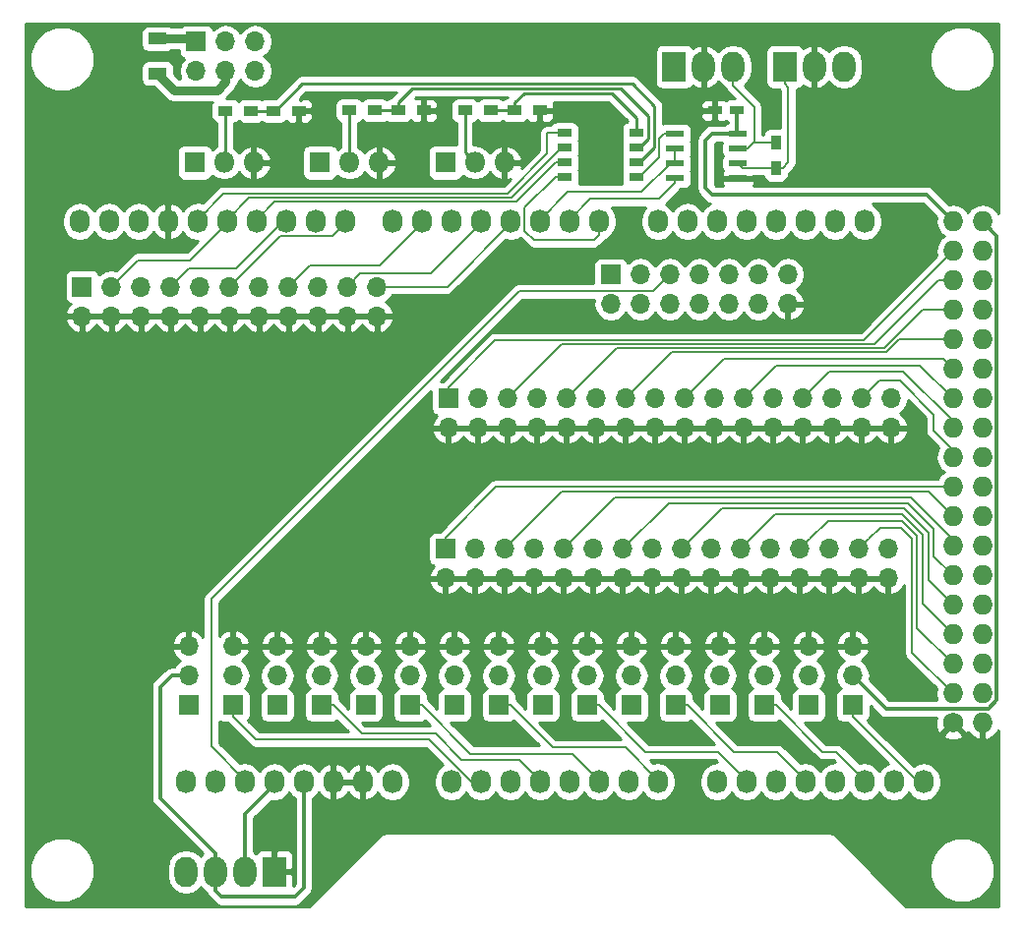
<source format=gtl>
G04 #@! TF.FileFunction,Copper,L1,Top,Signal*
%FSLAX46Y46*%
G04 Gerber Fmt 4.6, Leading zero omitted, Abs format (unit mm)*
G04 Created by KiCad (PCBNEW 4.0.7) date 02/19/18 15:41:51*
%MOMM*%
%LPD*%
G01*
G04 APERTURE LIST*
%ADD10C,0.100000*%
%ADD11R,2.000000X2.600000*%
%ADD12O,2.000000X2.600000*%
%ADD13R,1.200000X0.750000*%
%ADD14R,1.600000X1.000000*%
%ADD15R,1.700000X1.700000*%
%ADD16O,1.700000X1.700000*%
%ADD17R,1.550000X0.600000*%
%ADD18R,1.800000X1.800000*%
%ADD19O,1.800000X1.800000*%
%ADD20C,1.727200*%
%ADD21O,1.727200X1.727200*%
%ADD22O,1.727200X2.032000*%
%ADD23R,0.900000X1.200000*%
%ADD24R,1.200000X0.900000*%
%ADD25R,1.250000X0.760000*%
%ADD26C,0.152400*%
%ADD27C,0.304800*%
%ADD28C,0.762000*%
%ADD29C,0.228600*%
%ADD30C,0.254000*%
G04 APERTURE END LIST*
D10*
D11*
X136398000Y-126873000D03*
D12*
X133858000Y-126873000D03*
X131318000Y-126873000D03*
X128778000Y-126873000D03*
D13*
X176200000Y-61306000D03*
X174300000Y-61306000D03*
D14*
X126365000Y-55118000D03*
X126365000Y-58118000D03*
D15*
X129667000Y-55372000D03*
D16*
X129667000Y-57912000D03*
X132207000Y-55372000D03*
X132207000Y-57912000D03*
X134747000Y-55372000D03*
X134747000Y-57912000D03*
D17*
X170900000Y-63306000D03*
X170900000Y-64576000D03*
X170900000Y-65846000D03*
X170900000Y-67116000D03*
X176300000Y-67116000D03*
X176300000Y-65846000D03*
X176300000Y-64576000D03*
X176300000Y-63306000D03*
D18*
X140335000Y-65786000D03*
D19*
X142875000Y-65786000D03*
X145415000Y-65786000D03*
D20*
X194818000Y-114046000D03*
D21*
X197358000Y-114046000D03*
X194818000Y-111506000D03*
X197358000Y-111506000D03*
X194818000Y-108966000D03*
X197358000Y-108966000D03*
X194818000Y-106426000D03*
X197358000Y-106426000D03*
X194818000Y-103886000D03*
X197358000Y-103886000D03*
X194818000Y-101346000D03*
X197358000Y-101346000D03*
X194818000Y-98806000D03*
X197358000Y-98806000D03*
X194818000Y-96266000D03*
X197358000Y-96266000D03*
X194818000Y-93726000D03*
X197358000Y-93726000D03*
X194818000Y-91186000D03*
X197358000Y-91186000D03*
X194818000Y-88646000D03*
X197358000Y-88646000D03*
X194818000Y-86106000D03*
X197358000Y-86106000D03*
X194818000Y-83566000D03*
X197358000Y-83566000D03*
X194818000Y-81026000D03*
X197358000Y-81026000D03*
X194818000Y-78486000D03*
X197358000Y-78486000D03*
X194818000Y-75946000D03*
X197358000Y-75946000D03*
X194818000Y-73406000D03*
X197358000Y-73406000D03*
X194818000Y-70866000D03*
X197358000Y-70866000D03*
D22*
X128778000Y-119126000D03*
X131318000Y-119126000D03*
X133858000Y-119126000D03*
X136398000Y-119126000D03*
X138938000Y-119126000D03*
X141478000Y-119126000D03*
X144018000Y-119126000D03*
X146558000Y-119126000D03*
X151638000Y-119126000D03*
X154178000Y-119126000D03*
X156718000Y-119126000D03*
X159258000Y-119126000D03*
X161798000Y-119126000D03*
X164338000Y-119126000D03*
X166878000Y-119126000D03*
X169418000Y-119126000D03*
X174498000Y-119126000D03*
X177038000Y-119126000D03*
X179578000Y-119126000D03*
X182118000Y-119126000D03*
X184658000Y-119126000D03*
X187198000Y-119126000D03*
X189738000Y-119126000D03*
X192278000Y-119126000D03*
X119634000Y-70866000D03*
X122174000Y-70866000D03*
X124714000Y-70866000D03*
X127254000Y-70866000D03*
X129794000Y-70866000D03*
X132334000Y-70866000D03*
X134874000Y-70866000D03*
X137414000Y-70866000D03*
X139954000Y-70866000D03*
X142494000Y-70866000D03*
X146558000Y-70866000D03*
X149098000Y-70866000D03*
X151638000Y-70866000D03*
X154178000Y-70866000D03*
X156718000Y-70866000D03*
X159258000Y-70866000D03*
X161798000Y-70866000D03*
X164338000Y-70866000D03*
X169418000Y-70866000D03*
X171958000Y-70866000D03*
X174498000Y-70866000D03*
X177038000Y-70866000D03*
X179578000Y-70866000D03*
X182118000Y-70866000D03*
X184658000Y-70866000D03*
X187198000Y-70866000D03*
D23*
X179550000Y-64056000D03*
X179550000Y-66256000D03*
D11*
X170815000Y-57531000D03*
D12*
X173355000Y-57531000D03*
X175895000Y-57531000D03*
D11*
X180340000Y-57531000D03*
D12*
X182880000Y-57531000D03*
X185420000Y-57531000D03*
D18*
X129540000Y-65786000D03*
D19*
X132080000Y-65786000D03*
X134620000Y-65786000D03*
D18*
X151130000Y-65786000D03*
D19*
X153670000Y-65786000D03*
X156210000Y-65786000D03*
D24*
X134391145Y-61333317D03*
X132191145Y-61333317D03*
X138500000Y-61333317D03*
X136300000Y-61333317D03*
X145058405Y-61287157D03*
X142858405Y-61287157D03*
X149250000Y-61306000D03*
X147050000Y-61306000D03*
X155000000Y-61306000D03*
X152800000Y-61306000D03*
X159250000Y-61306000D03*
X157050000Y-61306000D03*
D25*
X167540000Y-67056000D03*
X161390000Y-63246000D03*
X167540000Y-65786000D03*
X161390000Y-64516000D03*
X167540000Y-64516000D03*
X161390000Y-65786000D03*
X167540000Y-63246000D03*
X161390000Y-67056000D03*
D15*
X119840000Y-76470000D03*
D16*
X119840000Y-79010000D03*
X122380000Y-76470000D03*
X122380000Y-79010000D03*
X124920000Y-76470000D03*
X124920000Y-79010000D03*
X127460000Y-76470000D03*
X127460000Y-79010000D03*
X130000000Y-76470000D03*
X130000000Y-79010000D03*
X132540000Y-76470000D03*
X132540000Y-79010000D03*
X135080000Y-76470000D03*
X135080000Y-79010000D03*
X137620000Y-76470000D03*
X137620000Y-79010000D03*
X140160000Y-76470000D03*
X140160000Y-79010000D03*
X142700000Y-76470000D03*
X142700000Y-79010000D03*
X145240000Y-76470000D03*
X145240000Y-79010000D03*
D15*
X151384000Y-86106000D03*
D16*
X151384000Y-88646000D03*
X153924000Y-86106000D03*
X153924000Y-88646000D03*
X156464000Y-86106000D03*
X156464000Y-88646000D03*
X159004000Y-86106000D03*
X159004000Y-88646000D03*
X161544000Y-86106000D03*
X161544000Y-88646000D03*
X164084000Y-86106000D03*
X164084000Y-88646000D03*
X166624000Y-86106000D03*
X166624000Y-88646000D03*
X169164000Y-86106000D03*
X169164000Y-88646000D03*
X171704000Y-86106000D03*
X171704000Y-88646000D03*
X174244000Y-86106000D03*
X174244000Y-88646000D03*
X176784000Y-86106000D03*
X176784000Y-88646000D03*
X179324000Y-86106000D03*
X179324000Y-88646000D03*
X181864000Y-86106000D03*
X181864000Y-88646000D03*
X184404000Y-86106000D03*
X184404000Y-88646000D03*
X186944000Y-86106000D03*
X186944000Y-88646000D03*
X189484000Y-86106000D03*
X189484000Y-88646000D03*
D15*
X151130000Y-99060000D03*
D16*
X151130000Y-101600000D03*
X153670000Y-99060000D03*
X153670000Y-101600000D03*
X156210000Y-99060000D03*
X156210000Y-101600000D03*
X158750000Y-99060000D03*
X158750000Y-101600000D03*
X161290000Y-99060000D03*
X161290000Y-101600000D03*
X163830000Y-99060000D03*
X163830000Y-101600000D03*
X166370000Y-99060000D03*
X166370000Y-101600000D03*
X168910000Y-99060000D03*
X168910000Y-101600000D03*
X171450000Y-99060000D03*
X171450000Y-101600000D03*
X173990000Y-99060000D03*
X173990000Y-101600000D03*
X176530000Y-99060000D03*
X176530000Y-101600000D03*
X179070000Y-99060000D03*
X179070000Y-101600000D03*
X181610000Y-99060000D03*
X181610000Y-101600000D03*
X184150000Y-99060000D03*
X184150000Y-101600000D03*
X186690000Y-99060000D03*
X186690000Y-101600000D03*
X189230000Y-99060000D03*
X189230000Y-101600000D03*
D15*
X129032000Y-112522000D03*
D16*
X129032000Y-109982000D03*
X129032000Y-107442000D03*
D15*
X132842000Y-112522000D03*
D16*
X132842000Y-109982000D03*
X132842000Y-107442000D03*
D15*
X136652000Y-112522000D03*
D16*
X136652000Y-109982000D03*
X136652000Y-107442000D03*
D15*
X140462000Y-112522000D03*
D16*
X140462000Y-109982000D03*
X140462000Y-107442000D03*
D15*
X144272000Y-112522000D03*
D16*
X144272000Y-109982000D03*
X144272000Y-107442000D03*
D15*
X148082000Y-112522000D03*
D16*
X148082000Y-109982000D03*
X148082000Y-107442000D03*
D15*
X151892000Y-112522000D03*
D16*
X151892000Y-109982000D03*
X151892000Y-107442000D03*
D15*
X155702000Y-112522000D03*
D16*
X155702000Y-109982000D03*
X155702000Y-107442000D03*
D15*
X159512000Y-112522000D03*
D16*
X159512000Y-109982000D03*
X159512000Y-107442000D03*
D15*
X163322000Y-112522000D03*
D16*
X163322000Y-109982000D03*
X163322000Y-107442000D03*
D15*
X167132000Y-112522000D03*
D16*
X167132000Y-109982000D03*
X167132000Y-107442000D03*
D15*
X170942000Y-112522000D03*
D16*
X170942000Y-109982000D03*
X170942000Y-107442000D03*
D15*
X174752000Y-112522000D03*
D16*
X174752000Y-109982000D03*
X174752000Y-107442000D03*
D15*
X178562000Y-112522000D03*
D16*
X178562000Y-109982000D03*
X178562000Y-107442000D03*
D15*
X182372000Y-112522000D03*
D16*
X182372000Y-109982000D03*
X182372000Y-107442000D03*
D15*
X186182000Y-112522000D03*
D16*
X186182000Y-109982000D03*
X186182000Y-107442000D03*
D15*
X165354000Y-75438000D03*
D16*
X165354000Y-77978000D03*
X167894000Y-75438000D03*
X167894000Y-77978000D03*
X170434000Y-75438000D03*
X170434000Y-77978000D03*
X172974000Y-75438000D03*
X172974000Y-77978000D03*
X175514000Y-75438000D03*
X175514000Y-77978000D03*
X178054000Y-75438000D03*
X178054000Y-77978000D03*
X180594000Y-75438000D03*
X180594000Y-77978000D03*
D26*
X194818000Y-111506000D02*
X191295839Y-107983839D01*
X191295839Y-107983839D02*
X191295839Y-98204839D01*
X191295839Y-98204839D02*
X190322200Y-97231200D01*
X190322200Y-97231200D02*
X188518800Y-97231200D01*
X188518800Y-97231200D02*
X187539999Y-98210001D01*
X187539999Y-98210001D02*
X186690000Y-99060000D01*
X194818000Y-108966000D02*
X191703047Y-105851047D01*
X191703047Y-105851047D02*
X191703047Y-97896145D01*
X191703047Y-97896145D02*
X190430648Y-96623746D01*
X190430648Y-96623746D02*
X184046254Y-96623746D01*
X184046254Y-96623746D02*
X182459999Y-98210001D01*
X182459999Y-98210001D02*
X181610000Y-99060000D01*
X194818000Y-106426000D02*
X192176378Y-103784378D01*
X192176378Y-103784378D02*
X192176378Y-97822682D01*
X192176378Y-97822682D02*
X190430647Y-96076951D01*
X190430647Y-96076951D02*
X179513049Y-96076951D01*
X179513049Y-96076951D02*
X177379999Y-98210001D01*
X177379999Y-98210001D02*
X176530000Y-99060000D01*
X194818000Y-103886000D02*
X192674083Y-101742083D01*
X192674083Y-101742083D02*
X192674083Y-97664232D01*
X174914228Y-95595772D02*
X172299999Y-98210001D01*
X192674083Y-97664232D02*
X190605623Y-95595772D01*
X190605623Y-95595772D02*
X174914228Y-95595772D01*
X172299999Y-98210001D02*
X171450000Y-99060000D01*
X194818000Y-101346000D02*
X193143939Y-99671939D01*
X193143939Y-99671939D02*
X193143939Y-97335769D01*
X193143939Y-97335769D02*
X190922762Y-95114592D01*
X190922762Y-95114592D02*
X170315408Y-95114592D01*
X170315408Y-95114592D02*
X166370000Y-99060000D01*
X194818000Y-98806000D02*
X194818000Y-98266189D01*
X194818000Y-98266189D02*
X191196160Y-94644349D01*
X191196160Y-94644349D02*
X165705651Y-94644349D01*
X165705651Y-94644349D02*
X161290000Y-99060000D01*
X194818000Y-96266000D02*
X192709800Y-94157800D01*
X192709800Y-94157800D02*
X161112200Y-94157800D01*
X161112200Y-94157800D02*
X156210000Y-99060000D01*
X194818000Y-93726000D02*
X155461600Y-93726000D01*
X151130000Y-98057600D02*
X151130000Y-99060000D01*
X155461600Y-93726000D02*
X151130000Y-98057600D01*
X194818000Y-91186000D02*
X194818000Y-90576400D01*
X194818000Y-90576400D02*
X193141600Y-88900000D01*
X193141600Y-88900000D02*
X193141600Y-87477600D01*
X193141600Y-87477600D02*
X190246000Y-84582000D01*
X190246000Y-84582000D02*
X188468000Y-84582000D01*
X188468000Y-84582000D02*
X186944000Y-86106000D01*
X194818000Y-88646000D02*
X194818000Y-88065795D01*
X194818000Y-88065795D02*
X190532144Y-83779939D01*
X190532144Y-83779939D02*
X184190061Y-83779939D01*
X184190061Y-83779939D02*
X181864000Y-86106000D01*
X194818000Y-86106000D02*
X191980760Y-83268760D01*
X179621240Y-83268760D02*
X177633999Y-85256001D01*
X191980760Y-83268760D02*
X179621240Y-83268760D01*
X177633999Y-85256001D02*
X176784000Y-86106000D01*
X175107599Y-82702401D02*
X172553999Y-85256001D01*
X193954401Y-82702401D02*
X175107599Y-82702401D01*
X172553999Y-85256001D02*
X171704000Y-86106000D01*
X194818000Y-83566000D02*
X193954401Y-82702401D01*
X194818000Y-81026000D02*
X190156048Y-81026000D01*
X190156048Y-81026000D02*
X189063848Y-82118200D01*
X189063848Y-82118200D02*
X170611800Y-82118200D01*
X170611800Y-82118200D02*
X166624000Y-86106000D01*
X165862011Y-81787989D02*
X162393999Y-85256001D01*
X162393999Y-85256001D02*
X161544000Y-86106000D01*
X188927071Y-81787989D02*
X165862011Y-81787989D01*
X192229060Y-78486000D02*
X188927071Y-81787989D01*
X194818000Y-78486000D02*
X192229060Y-78486000D01*
X161112222Y-81457778D02*
X157313999Y-85256001D01*
X157313999Y-85256001D02*
X156464000Y-86106000D01*
X188084908Y-81457778D02*
X161112222Y-81457778D01*
X193596686Y-75946000D02*
X188084908Y-81457778D01*
X194818000Y-75946000D02*
X193596686Y-75946000D01*
X155385400Y-81102200D02*
X151384000Y-85103600D01*
X151384000Y-85103600D02*
X151384000Y-86106000D01*
X194818000Y-73406000D02*
X187121800Y-81102200D01*
X187121800Y-81102200D02*
X155385400Y-81102200D01*
D27*
X176300000Y-63306000D02*
X174083819Y-63306000D01*
X174083819Y-63306000D02*
X173520422Y-63869397D01*
X173520422Y-63869397D02*
X173520422Y-67988678D01*
X173520422Y-67988678D02*
X174087744Y-68556000D01*
X174087744Y-68556000D02*
X192508000Y-68556000D01*
X192508000Y-68556000D02*
X194818000Y-70866000D01*
X176200000Y-61306000D02*
X176200000Y-63206000D01*
X176200000Y-63206000D02*
X176300000Y-63306000D01*
X176209986Y-61315986D02*
X176200000Y-61306000D01*
X131318000Y-126873000D02*
X131318000Y-128477800D01*
X131318000Y-128477800D02*
X131872200Y-129032000D01*
X131872200Y-129032000D02*
X138176000Y-129032000D01*
X138176000Y-129032000D02*
X138938000Y-128270000D01*
X138938000Y-128270000D02*
X138938000Y-120446800D01*
X138938000Y-120446800D02*
X138938000Y-119126000D01*
X186182000Y-109982000D02*
X189026799Y-112826799D01*
X197841619Y-112826799D02*
X198577201Y-112091217D01*
X189026799Y-112826799D02*
X197841619Y-112826799D01*
X198577201Y-112091217D02*
X198577201Y-72085201D01*
X198577201Y-72085201D02*
X198221599Y-71729599D01*
X198221599Y-71729599D02*
X197358000Y-70866000D01*
X131318000Y-126873000D02*
X131318000Y-125268200D01*
X131318000Y-125268200D02*
X126568200Y-120518400D01*
X126568200Y-120518400D02*
X126568200Y-110972600D01*
X126568200Y-110972600D02*
X127558800Y-109982000D01*
X127558800Y-109982000D02*
X129032000Y-109982000D01*
X138938000Y-119278400D02*
X138938000Y-119126000D01*
D26*
X170434000Y-75438000D02*
X168998001Y-76873999D01*
X168998001Y-76873999D02*
X157459268Y-76873999D01*
X157459268Y-76873999D02*
X130962400Y-103370867D01*
X130962400Y-103370867D02*
X130962400Y-116078000D01*
X130962400Y-116078000D02*
X133858000Y-118973600D01*
X133858000Y-118973600D02*
X133858000Y-119126000D01*
X132842000Y-112522000D02*
X132842000Y-113524400D01*
X132842000Y-113524400D02*
X134811400Y-115493800D01*
X134811400Y-115493800D02*
X149738739Y-115493800D01*
X149738739Y-115493800D02*
X153370939Y-119126000D01*
X153370939Y-119126000D02*
X154178000Y-119126000D01*
X140462000Y-112522000D02*
X141464400Y-112522000D01*
X152496538Y-117225853D02*
X157510253Y-117225853D01*
X159258000Y-118973600D02*
X159258000Y-119126000D01*
X141464400Y-112522000D02*
X143921333Y-114978933D01*
X143921333Y-114978933D02*
X150249618Y-114978933D01*
X157510253Y-117225853D02*
X159258000Y-118973600D01*
X150249618Y-114978933D02*
X152496538Y-117225853D01*
X148082000Y-112522000D02*
X149084400Y-112522000D01*
X162077927Y-116713527D02*
X164338000Y-118973600D01*
X164338000Y-118973600D02*
X164338000Y-119126000D01*
X149084400Y-112522000D02*
X153275927Y-116713527D01*
X153275927Y-116713527D02*
X162077927Y-116713527D01*
X155702000Y-112522000D02*
X156704400Y-112522000D01*
X156704400Y-112522000D02*
X160341589Y-116159189D01*
X160341589Y-116159189D02*
X166603589Y-116159189D01*
X166603589Y-116159189D02*
X169418000Y-118973600D01*
X169418000Y-118973600D02*
X169418000Y-119126000D01*
X163322000Y-112522000D02*
X164324400Y-112522000D01*
X164324400Y-112522000D02*
X168363000Y-116560600D01*
X168363000Y-116560600D02*
X174625000Y-116560600D01*
X174625000Y-116560600D02*
X177038000Y-118973600D01*
X177038000Y-118973600D02*
X177038000Y-119126000D01*
X170942000Y-112522000D02*
X171944400Y-112522000D01*
X175983000Y-116560600D02*
X179705000Y-116560600D01*
X171944400Y-112522000D02*
X175983000Y-116560600D01*
X179705000Y-116560600D02*
X182118000Y-118973600D01*
X182118000Y-118973600D02*
X182118000Y-119126000D01*
X178562000Y-112522000D02*
X179564400Y-112522000D01*
X179564400Y-112522000D02*
X183603000Y-116560600D01*
X183603000Y-116560600D02*
X184785000Y-116560600D01*
X184785000Y-116560600D02*
X187198000Y-118973600D01*
X187198000Y-118973600D02*
X187198000Y-119126000D01*
X186182000Y-112522000D02*
X186182000Y-113524400D01*
X191783600Y-119126000D02*
X192278000Y-119126000D01*
X186182000Y-113524400D02*
X191783600Y-119126000D01*
X161390000Y-63246000D02*
X159896849Y-63246000D01*
X159896849Y-65020151D02*
X156430807Y-68486193D01*
X159896849Y-63246000D02*
X159896849Y-65020151D01*
X129794000Y-70713600D02*
X129794000Y-70866000D01*
X156430807Y-68486193D02*
X132021407Y-68486193D01*
X132021407Y-68486193D02*
X129794000Y-70713600D01*
X161390000Y-63246000D02*
X160782000Y-63246000D01*
X132334000Y-70866000D02*
X132334000Y-71018400D01*
X132334000Y-71018400D02*
X129138961Y-74213439D01*
X129138961Y-74213439D02*
X124636561Y-74213439D01*
X124636561Y-74213439D02*
X122380000Y-76470000D01*
X134231196Y-68816404D02*
X132334000Y-70713600D01*
X156844596Y-68816404D02*
X134231196Y-68816404D01*
X161390000Y-64516000D02*
X161145000Y-64516000D01*
X161145000Y-64516000D02*
X156844596Y-68816404D01*
X132334000Y-70713600D02*
X132334000Y-70866000D01*
X136440985Y-69146615D02*
X134874000Y-70713600D01*
X160612600Y-65786000D02*
X157251985Y-69146615D01*
X161390000Y-65786000D02*
X160612600Y-65786000D01*
X157251985Y-69146615D02*
X136440985Y-69146615D01*
X134874000Y-70713600D02*
X134874000Y-70866000D01*
X137414000Y-70866000D02*
X137181253Y-70866000D01*
X137181253Y-70866000D02*
X133131281Y-74915972D01*
X129014028Y-74915972D02*
X127460000Y-76470000D01*
X133131281Y-74915972D02*
X129014028Y-74915972D01*
X142494000Y-70866000D02*
X142494000Y-71018400D01*
X136873990Y-72136010D02*
X132540000Y-76470000D01*
X142494000Y-71018400D02*
X141376390Y-72136010D01*
X141376390Y-72136010D02*
X136873990Y-72136010D01*
X145440400Y-74676000D02*
X139414000Y-74676000D01*
X139414000Y-74676000D02*
X137620000Y-76470000D01*
X149098000Y-70866000D02*
X149098000Y-71018400D01*
X149098000Y-71018400D02*
X145440400Y-74676000D01*
X143804001Y-75365999D02*
X142700000Y-76470000D01*
X154178000Y-71018400D02*
X149830401Y-75365999D01*
X154178000Y-70866000D02*
X154178000Y-71018400D01*
X149830401Y-75365999D02*
X143804001Y-75365999D01*
X145240000Y-76470000D02*
X151266400Y-76470000D01*
X156718000Y-71018400D02*
X156718000Y-70866000D01*
X151266400Y-76470000D02*
X156718000Y-71018400D01*
X159258000Y-70866000D02*
X159258000Y-70713600D01*
X159258000Y-70713600D02*
X161635242Y-68336358D01*
X161635242Y-68336358D02*
X168001969Y-68336358D01*
X168001969Y-68336358D02*
X170492327Y-65846000D01*
X170492327Y-65846000D02*
X170900000Y-65846000D01*
X170900000Y-65846000D02*
X170900000Y-64576000D01*
D27*
X133858000Y-126873000D02*
X133858000Y-121920000D01*
X133858000Y-121920000D02*
X136398000Y-119380000D01*
X136398000Y-119380000D02*
X136398000Y-119126000D01*
X136398000Y-119278400D02*
X136398000Y-119126000D01*
D26*
X161798000Y-70866000D02*
X161798000Y-70713600D01*
X161798000Y-70713600D02*
X163586486Y-68925114D01*
X163586486Y-68925114D02*
X169543286Y-68925114D01*
X169543286Y-68925114D02*
X170900000Y-67568400D01*
X170900000Y-67568400D02*
X170900000Y-67116000D01*
X161798000Y-71018400D02*
X161798000Y-70866000D01*
X164338000Y-70866000D02*
X164338000Y-72034400D01*
X164338000Y-72034400D02*
X163884941Y-72487459D01*
X163884941Y-72487459D02*
X158785588Y-72487459D01*
X158785588Y-72487459D02*
X157944224Y-71646095D01*
X157944224Y-71646095D02*
X157944224Y-69692244D01*
X157944224Y-69692244D02*
X160580468Y-67056000D01*
X160580468Y-67056000D02*
X161390000Y-67056000D01*
D28*
X126365000Y-55118000D02*
X129413000Y-55118000D01*
X129413000Y-55118000D02*
X129667000Y-55372000D01*
X126365000Y-55118000D02*
X126873000Y-55118000D01*
X146558000Y-119278400D02*
X146558000Y-119126000D01*
D26*
X179550000Y-66256000D02*
X180152400Y-66256000D01*
X180152400Y-66256000D02*
X180643612Y-65764788D01*
X180643612Y-65764788D02*
X180643612Y-59287012D01*
X180643612Y-59287012D02*
X180340000Y-58983400D01*
X180340000Y-58983400D02*
X180340000Y-57531000D01*
X179550000Y-66256000D02*
X176710000Y-66256000D01*
X176710000Y-66256000D02*
X176300000Y-65846000D01*
X170815000Y-57885208D02*
X170815000Y-57531000D01*
X167785000Y-67056000D02*
X169550000Y-65291000D01*
X170900000Y-63306000D02*
X169972600Y-63306000D01*
X169972600Y-63306000D02*
X169550000Y-63728600D01*
X169550000Y-63728600D02*
X169550000Y-65291000D01*
X167540000Y-67056000D02*
X167785000Y-67056000D01*
D28*
X126365000Y-58118000D02*
X126365000Y-58166000D01*
X131494371Y-59549401D02*
X132207000Y-58836772D01*
X126365000Y-58166000D02*
X127748401Y-59549401D01*
X127748401Y-59549401D02*
X131494371Y-59549401D01*
X132207000Y-58836772D02*
X132207000Y-57912000D01*
D26*
X179550000Y-64056000D02*
X177742202Y-64056000D01*
X177742202Y-64056000D02*
X177695087Y-64008885D01*
X175895000Y-57531000D02*
X175895000Y-59177012D01*
X175895000Y-59177012D02*
X177695087Y-60977099D01*
X177695087Y-60977099D02*
X177695087Y-64008885D01*
X177695087Y-64008885D02*
X177127972Y-64576000D01*
X177127972Y-64576000D02*
X176300000Y-64576000D01*
D29*
X132191145Y-61333317D02*
X132191145Y-65674855D01*
X132191145Y-65674855D02*
X132080000Y-65786000D01*
X142858405Y-61287157D02*
X142858405Y-65769405D01*
X142858405Y-65769405D02*
X142875000Y-65786000D01*
X152800000Y-61306000D02*
X152800000Y-64916000D01*
X152800000Y-64916000D02*
X153670000Y-65786000D01*
X136300000Y-61333317D02*
X136450000Y-61333317D01*
X169120429Y-60916429D02*
X169120429Y-64450571D01*
X136450000Y-61333317D02*
X138790139Y-58993178D01*
X138790139Y-58993178D02*
X167197178Y-58993178D01*
X167197178Y-58993178D02*
X169120429Y-60916429D01*
X169120429Y-64450571D02*
X167785000Y-65786000D01*
X167785000Y-65786000D02*
X167540000Y-65786000D01*
X134391145Y-61333317D02*
X136300000Y-61333317D01*
X166224372Y-59399589D02*
X149550000Y-59399589D01*
X149550000Y-59399589D02*
X149356411Y-59399589D01*
X147050000Y-60627400D02*
X148277811Y-59399589D01*
X147050000Y-61306000D02*
X147050000Y-60627400D01*
X148277811Y-59399589D02*
X149550000Y-59399589D01*
X145058405Y-61287157D02*
X147031157Y-61287157D01*
X147031157Y-61287157D02*
X147050000Y-61306000D01*
X167785000Y-64516000D02*
X168606522Y-63694478D01*
X168606522Y-63694478D02*
X168606522Y-61781739D01*
X167540000Y-64516000D02*
X167785000Y-64516000D01*
X168606522Y-61781739D02*
X166224372Y-59399589D01*
X155000000Y-61306000D02*
X157050000Y-61306000D01*
X157050000Y-61306000D02*
X157050000Y-60627400D01*
X157050000Y-60627400D02*
X157871400Y-59806000D01*
X157871400Y-59806000D02*
X165441608Y-59806000D01*
X165441608Y-59806000D02*
X167540000Y-61904392D01*
X167540000Y-61904392D02*
X167540000Y-63246000D01*
D30*
G36*
X198680000Y-70169575D02*
X198417670Y-69776971D01*
X197931489Y-69452115D01*
X197358000Y-69338041D01*
X196784511Y-69452115D01*
X196298330Y-69776971D01*
X196088000Y-70091752D01*
X195877670Y-69776971D01*
X195391489Y-69452115D01*
X194818000Y-69338041D01*
X194472348Y-69406796D01*
X193064776Y-67999224D01*
X192809325Y-67828537D01*
X192508000Y-67768600D01*
X177616268Y-67768600D01*
X177710000Y-67542310D01*
X177710000Y-67401750D01*
X177551250Y-67243000D01*
X176427000Y-67243000D01*
X176427000Y-67263000D01*
X176173000Y-67263000D01*
X176173000Y-67243000D01*
X175048750Y-67243000D01*
X174890000Y-67401750D01*
X174890000Y-67542310D01*
X174983732Y-67768600D01*
X174413896Y-67768600D01*
X174307822Y-67662526D01*
X174307822Y-64195549D01*
X174409971Y-64093400D01*
X174914537Y-64093400D01*
X174877560Y-64276000D01*
X174877560Y-64876000D01*
X174921838Y-65111317D01*
X174985678Y-65210528D01*
X174928569Y-65294110D01*
X174877560Y-65546000D01*
X174877560Y-66146000D01*
X174921838Y-66381317D01*
X174980178Y-66471980D01*
X174890000Y-66689690D01*
X174890000Y-66830250D01*
X175048750Y-66989000D01*
X176173000Y-66989000D01*
X176173000Y-66969000D01*
X176427000Y-66969000D01*
X176427000Y-66989000D01*
X177551250Y-66989000D01*
X177573050Y-66967200D01*
X178473484Y-66967200D01*
X178496838Y-67091317D01*
X178635910Y-67307441D01*
X178848110Y-67452431D01*
X179100000Y-67503440D01*
X180000000Y-67503440D01*
X180235317Y-67459162D01*
X180451441Y-67320090D01*
X180596431Y-67107890D01*
X180647440Y-66856000D01*
X180647440Y-66764142D01*
X180655294Y-66758894D01*
X181146507Y-66267682D01*
X181300675Y-66036952D01*
X181354812Y-65764788D01*
X181354812Y-59475653D01*
X181575317Y-59434162D01*
X181791441Y-59295090D01*
X181905349Y-59128380D01*
X182371645Y-59390144D01*
X182499566Y-59421124D01*
X182753000Y-59301777D01*
X182753000Y-57658000D01*
X182733000Y-57658000D01*
X182733000Y-57404000D01*
X182753000Y-57404000D01*
X182753000Y-55760223D01*
X183007000Y-55760223D01*
X183007000Y-57404000D01*
X183027000Y-57404000D01*
X183027000Y-57658000D01*
X183007000Y-57658000D01*
X183007000Y-59301777D01*
X183260434Y-59421124D01*
X183388355Y-59390144D01*
X183946317Y-59076922D01*
X184136781Y-58834812D01*
X184263880Y-59025029D01*
X184794313Y-59379452D01*
X185420000Y-59503909D01*
X186045687Y-59379452D01*
X186576120Y-59025029D01*
X186930543Y-58494596D01*
X187055000Y-57868909D01*
X187055000Y-57447540D01*
X192794518Y-57447540D01*
X193217616Y-58471515D01*
X194000365Y-59255631D01*
X195023599Y-59680515D01*
X196131540Y-59681482D01*
X197155515Y-59258384D01*
X197939631Y-58475635D01*
X198364515Y-57452401D01*
X198365482Y-56344460D01*
X197942384Y-55320485D01*
X197159635Y-54536369D01*
X196136401Y-54111485D01*
X195028460Y-54110518D01*
X194004485Y-54533616D01*
X193220369Y-55316365D01*
X192795485Y-56339599D01*
X192794518Y-57447540D01*
X187055000Y-57447540D01*
X187055000Y-57193091D01*
X186930543Y-56567404D01*
X186576120Y-56036971D01*
X186045687Y-55682548D01*
X185420000Y-55558091D01*
X184794313Y-55682548D01*
X184263880Y-56036971D01*
X184136781Y-56227188D01*
X183946317Y-55985078D01*
X183388355Y-55671856D01*
X183260434Y-55640876D01*
X183007000Y-55760223D01*
X182753000Y-55760223D01*
X182499566Y-55640876D01*
X182371645Y-55671856D01*
X181903789Y-55934495D01*
X181804090Y-55779559D01*
X181591890Y-55634569D01*
X181340000Y-55583560D01*
X179340000Y-55583560D01*
X179104683Y-55627838D01*
X178888559Y-55766910D01*
X178743569Y-55979110D01*
X178692560Y-56231000D01*
X178692560Y-58831000D01*
X178736838Y-59066317D01*
X178875910Y-59282441D01*
X179088110Y-59427431D01*
X179340000Y-59478440D01*
X179831858Y-59478440D01*
X179837106Y-59486294D01*
X179932412Y-59581600D01*
X179932412Y-62808560D01*
X179100000Y-62808560D01*
X178864683Y-62852838D01*
X178648559Y-62991910D01*
X178503569Y-63204110D01*
X178475079Y-63344800D01*
X178406287Y-63344800D01*
X178406287Y-60977099D01*
X178352150Y-60704935D01*
X178278623Y-60594894D01*
X178197981Y-60474204D01*
X176869895Y-59146119D01*
X177051120Y-59025029D01*
X177405543Y-58494596D01*
X177530000Y-57868909D01*
X177530000Y-57193091D01*
X177405543Y-56567404D01*
X177051120Y-56036971D01*
X176520687Y-55682548D01*
X175895000Y-55558091D01*
X175269313Y-55682548D01*
X174738880Y-56036971D01*
X174611781Y-56227188D01*
X174421317Y-55985078D01*
X173863355Y-55671856D01*
X173735434Y-55640876D01*
X173482000Y-55760223D01*
X173482000Y-57404000D01*
X173502000Y-57404000D01*
X173502000Y-57658000D01*
X173482000Y-57658000D01*
X173482000Y-59301777D01*
X173735434Y-59421124D01*
X173863355Y-59390144D01*
X174421317Y-59076922D01*
X174611781Y-58834812D01*
X174738880Y-59025029D01*
X175217133Y-59344586D01*
X175237937Y-59449177D01*
X175392106Y-59679906D01*
X175995760Y-60283560D01*
X175600000Y-60283560D01*
X175364683Y-60327838D01*
X175261354Y-60394329D01*
X175259698Y-60392673D01*
X175026309Y-60296000D01*
X174585750Y-60296000D01*
X174427000Y-60454750D01*
X174427000Y-61179000D01*
X174447000Y-61179000D01*
X174447000Y-61433000D01*
X174427000Y-61433000D01*
X174427000Y-62157250D01*
X174585750Y-62316000D01*
X175026309Y-62316000D01*
X175259698Y-62219327D01*
X175261068Y-62217957D01*
X175348110Y-62277431D01*
X175412600Y-62290491D01*
X175412600Y-62379710D01*
X175289683Y-62402838D01*
X175109784Y-62518600D01*
X174083819Y-62518600D01*
X173782494Y-62578537D01*
X173527043Y-62749224D01*
X172963646Y-63312621D01*
X172792959Y-63568072D01*
X172733022Y-63869397D01*
X172733022Y-67988678D01*
X172792959Y-68290003D01*
X172963646Y-68545454D01*
X173530968Y-69112776D01*
X173786419Y-69283463D01*
X173908132Y-69307673D01*
X173438330Y-69621585D01*
X173228000Y-69936366D01*
X173017670Y-69621585D01*
X172531489Y-69296729D01*
X171958000Y-69182655D01*
X171384511Y-69296729D01*
X170898330Y-69621585D01*
X170688000Y-69936366D01*
X170477670Y-69621585D01*
X170102970Y-69371218D01*
X171402894Y-68071295D01*
X171408143Y-68063440D01*
X171675000Y-68063440D01*
X171910317Y-68019162D01*
X172126441Y-67880090D01*
X172271431Y-67667890D01*
X172322440Y-67416000D01*
X172322440Y-66816000D01*
X172278162Y-66580683D01*
X172214322Y-66481472D01*
X172271431Y-66397890D01*
X172322440Y-66146000D01*
X172322440Y-65546000D01*
X172278162Y-65310683D01*
X172214322Y-65211472D01*
X172271431Y-65127890D01*
X172322440Y-64876000D01*
X172322440Y-64276000D01*
X172278162Y-64040683D01*
X172214322Y-63941472D01*
X172271431Y-63857890D01*
X172322440Y-63606000D01*
X172322440Y-63006000D01*
X172278162Y-62770683D01*
X172139090Y-62554559D01*
X171926890Y-62409569D01*
X171675000Y-62358560D01*
X170125000Y-62358560D01*
X169889683Y-62402838D01*
X169869729Y-62415678D01*
X169869729Y-61591750D01*
X173065000Y-61591750D01*
X173065000Y-61807310D01*
X173161673Y-62040699D01*
X173340302Y-62219327D01*
X173573691Y-62316000D01*
X174014250Y-62316000D01*
X174173000Y-62157250D01*
X174173000Y-61433000D01*
X173223750Y-61433000D01*
X173065000Y-61591750D01*
X169869729Y-61591750D01*
X169869729Y-60916429D01*
X169847503Y-60804690D01*
X173065000Y-60804690D01*
X173065000Y-61020250D01*
X173223750Y-61179000D01*
X174173000Y-61179000D01*
X174173000Y-60454750D01*
X174014250Y-60296000D01*
X173573691Y-60296000D01*
X173340302Y-60392673D01*
X173161673Y-60571301D01*
X173065000Y-60804690D01*
X169847503Y-60804690D01*
X169812692Y-60629684D01*
X169650264Y-60386594D01*
X167727013Y-58463343D01*
X167483923Y-58300915D01*
X167197178Y-58243878D01*
X138790139Y-58243878D01*
X138503394Y-58300915D01*
X138260304Y-58463343D01*
X136487770Y-60235877D01*
X135700000Y-60235877D01*
X135464683Y-60280155D01*
X135345462Y-60356871D01*
X135243035Y-60286886D01*
X134991145Y-60235877D01*
X133791145Y-60235877D01*
X133555828Y-60280155D01*
X133339704Y-60419227D01*
X133292011Y-60489028D01*
X133255235Y-60431876D01*
X133043035Y-60286886D01*
X132791145Y-60235877D01*
X132244735Y-60235877D01*
X132925421Y-59555192D01*
X133145662Y-59225579D01*
X133182367Y-59041051D01*
X133257054Y-58991147D01*
X133477000Y-58661974D01*
X133696946Y-58991147D01*
X134178715Y-59313054D01*
X134747000Y-59426093D01*
X135315285Y-59313054D01*
X135797054Y-58991147D01*
X136118961Y-58509378D01*
X136232000Y-57941093D01*
X136232000Y-57882907D01*
X136118961Y-57314622D01*
X135797054Y-56832853D01*
X135511422Y-56642000D01*
X135797054Y-56451147D01*
X135944151Y-56231000D01*
X169167560Y-56231000D01*
X169167560Y-58831000D01*
X169211838Y-59066317D01*
X169350910Y-59282441D01*
X169563110Y-59427431D01*
X169815000Y-59478440D01*
X171815000Y-59478440D01*
X172050317Y-59434162D01*
X172266441Y-59295090D01*
X172380349Y-59128380D01*
X172846645Y-59390144D01*
X172974566Y-59421124D01*
X173228000Y-59301777D01*
X173228000Y-57658000D01*
X173208000Y-57658000D01*
X173208000Y-57404000D01*
X173228000Y-57404000D01*
X173228000Y-55760223D01*
X172974566Y-55640876D01*
X172846645Y-55671856D01*
X172378789Y-55934495D01*
X172279090Y-55779559D01*
X172066890Y-55634569D01*
X171815000Y-55583560D01*
X169815000Y-55583560D01*
X169579683Y-55627838D01*
X169363559Y-55766910D01*
X169218569Y-55979110D01*
X169167560Y-56231000D01*
X135944151Y-56231000D01*
X136118961Y-55969378D01*
X136232000Y-55401093D01*
X136232000Y-55342907D01*
X136118961Y-54774622D01*
X135797054Y-54292853D01*
X135315285Y-53970946D01*
X134747000Y-53857907D01*
X134178715Y-53970946D01*
X133696946Y-54292853D01*
X133477000Y-54622026D01*
X133257054Y-54292853D01*
X132775285Y-53970946D01*
X132207000Y-53857907D01*
X131638715Y-53970946D01*
X131156946Y-54292853D01*
X131129150Y-54334452D01*
X131120162Y-54286683D01*
X130981090Y-54070559D01*
X130768890Y-53925569D01*
X130517000Y-53874560D01*
X128817000Y-53874560D01*
X128581683Y-53918838D01*
X128365559Y-54057910D01*
X128335434Y-54102000D01*
X127534605Y-54102000D01*
X127416890Y-54021569D01*
X127165000Y-53970560D01*
X125565000Y-53970560D01*
X125329683Y-54014838D01*
X125113559Y-54153910D01*
X124968569Y-54366110D01*
X124917560Y-54618000D01*
X124917560Y-55618000D01*
X124961838Y-55853317D01*
X125100910Y-56069441D01*
X125313110Y-56214431D01*
X125565000Y-56265440D01*
X127165000Y-56265440D01*
X127400317Y-56221162D01*
X127535771Y-56134000D01*
X128169560Y-56134000D01*
X128169560Y-56222000D01*
X128213838Y-56457317D01*
X128352910Y-56673441D01*
X128565110Y-56818431D01*
X128621454Y-56829841D01*
X128616946Y-56832853D01*
X128295039Y-57314622D01*
X128182000Y-57882907D01*
X128182000Y-57941093D01*
X128295039Y-58509378D01*
X128311091Y-58533401D01*
X128169242Y-58533401D01*
X127812440Y-58176599D01*
X127812440Y-57618000D01*
X127768162Y-57382683D01*
X127629090Y-57166559D01*
X127416890Y-57021569D01*
X127165000Y-56970560D01*
X125565000Y-56970560D01*
X125329683Y-57014838D01*
X125113559Y-57153910D01*
X124968569Y-57366110D01*
X124917560Y-57618000D01*
X124917560Y-58618000D01*
X124961838Y-58853317D01*
X125100910Y-59069441D01*
X125313110Y-59214431D01*
X125565000Y-59265440D01*
X126027600Y-59265440D01*
X127029980Y-60267821D01*
X127215692Y-60391910D01*
X127359595Y-60488063D01*
X127748401Y-60565401D01*
X131039828Y-60565401D01*
X130994714Y-60631427D01*
X130943705Y-60883317D01*
X130943705Y-61783317D01*
X130987983Y-62018634D01*
X131127055Y-62234758D01*
X131339255Y-62379748D01*
X131441845Y-62400523D01*
X131441845Y-64381652D01*
X131041974Y-64648837D01*
X130904090Y-64434559D01*
X130691890Y-64289569D01*
X130440000Y-64238560D01*
X128640000Y-64238560D01*
X128404683Y-64282838D01*
X128188559Y-64421910D01*
X128043569Y-64634110D01*
X127992560Y-64886000D01*
X127992560Y-66686000D01*
X128036838Y-66921317D01*
X128175910Y-67137441D01*
X128388110Y-67282431D01*
X128640000Y-67333440D01*
X130440000Y-67333440D01*
X130675317Y-67289162D01*
X130891441Y-67150090D01*
X131036431Y-66937890D01*
X131039719Y-66921656D01*
X131462509Y-67204155D01*
X132049928Y-67321000D01*
X132110072Y-67321000D01*
X132697491Y-67204155D01*
X133195481Y-66871409D01*
X133354501Y-66633418D01*
X133712424Y-67023966D01*
X134255258Y-67277046D01*
X134493000Y-67156997D01*
X134493000Y-65913000D01*
X134747000Y-65913000D01*
X134747000Y-67156997D01*
X134984742Y-67277046D01*
X135527576Y-67023966D01*
X135932240Y-66582417D01*
X136111036Y-66150740D01*
X135990378Y-65913000D01*
X134747000Y-65913000D01*
X134493000Y-65913000D01*
X134473000Y-65913000D01*
X134473000Y-65659000D01*
X134493000Y-65659000D01*
X134493000Y-64415003D01*
X134747000Y-64415003D01*
X134747000Y-65659000D01*
X135990378Y-65659000D01*
X136111036Y-65421260D01*
X135932240Y-64989583D01*
X135527576Y-64548034D01*
X134984742Y-64294954D01*
X134747000Y-64415003D01*
X134493000Y-64415003D01*
X134255258Y-64294954D01*
X133712424Y-64548034D01*
X133354501Y-64938582D01*
X133195481Y-64700591D01*
X132940445Y-64530182D01*
X132940445Y-62402664D01*
X133026462Y-62386479D01*
X133242586Y-62247407D01*
X133290279Y-62177606D01*
X133327055Y-62234758D01*
X133539255Y-62379748D01*
X133791145Y-62430757D01*
X134991145Y-62430757D01*
X135226462Y-62386479D01*
X135345683Y-62309763D01*
X135448110Y-62379748D01*
X135700000Y-62430757D01*
X136900000Y-62430757D01*
X137135317Y-62386479D01*
X137351441Y-62247407D01*
X137397969Y-62179311D01*
X137540302Y-62321644D01*
X137773691Y-62418317D01*
X138214250Y-62418317D01*
X138373000Y-62259567D01*
X138373000Y-61460317D01*
X138627000Y-61460317D01*
X138627000Y-62259567D01*
X138785750Y-62418317D01*
X139226309Y-62418317D01*
X139459698Y-62321644D01*
X139638327Y-62143016D01*
X139735000Y-61909627D01*
X139735000Y-61619067D01*
X139576250Y-61460317D01*
X138627000Y-61460317D01*
X138373000Y-61460317D01*
X138353000Y-61460317D01*
X138353000Y-61206317D01*
X138373000Y-61206317D01*
X138373000Y-61186317D01*
X138627000Y-61186317D01*
X138627000Y-61206317D01*
X139576250Y-61206317D01*
X139735000Y-61047567D01*
X139735000Y-60757007D01*
X139638327Y-60523618D01*
X139459698Y-60344990D01*
X139226309Y-60248317D01*
X138785750Y-60248317D01*
X138627002Y-60407065D01*
X138627002Y-60248317D01*
X138594670Y-60248317D01*
X139100509Y-59742478D01*
X146875252Y-59742478D01*
X146520165Y-60097565D01*
X146445425Y-60209421D01*
X146214683Y-60252838D01*
X146067054Y-60347835D01*
X145910295Y-60240726D01*
X145658405Y-60189717D01*
X144458405Y-60189717D01*
X144223088Y-60233995D01*
X144006964Y-60373067D01*
X143959271Y-60442868D01*
X143922495Y-60385716D01*
X143710295Y-60240726D01*
X143458405Y-60189717D01*
X142258405Y-60189717D01*
X142023088Y-60233995D01*
X141806964Y-60373067D01*
X141661974Y-60585267D01*
X141610965Y-60837157D01*
X141610965Y-61737157D01*
X141655243Y-61972474D01*
X141794315Y-62188598D01*
X142006515Y-62333588D01*
X142109105Y-62354363D01*
X142109105Y-64467005D01*
X141836974Y-64648837D01*
X141699090Y-64434559D01*
X141486890Y-64289569D01*
X141235000Y-64238560D01*
X139435000Y-64238560D01*
X139199683Y-64282838D01*
X138983559Y-64421910D01*
X138838569Y-64634110D01*
X138787560Y-64886000D01*
X138787560Y-66686000D01*
X138831838Y-66921317D01*
X138970910Y-67137441D01*
X139183110Y-67282431D01*
X139435000Y-67333440D01*
X141235000Y-67333440D01*
X141470317Y-67289162D01*
X141686441Y-67150090D01*
X141831431Y-66937890D01*
X141834719Y-66921656D01*
X142257509Y-67204155D01*
X142844928Y-67321000D01*
X142905072Y-67321000D01*
X143492491Y-67204155D01*
X143990481Y-66871409D01*
X144149501Y-66633418D01*
X144507424Y-67023966D01*
X145050258Y-67277046D01*
X145288000Y-67156997D01*
X145288000Y-65913000D01*
X145542000Y-65913000D01*
X145542000Y-67156997D01*
X145779742Y-67277046D01*
X146322576Y-67023966D01*
X146727240Y-66582417D01*
X146906036Y-66150740D01*
X146785378Y-65913000D01*
X145542000Y-65913000D01*
X145288000Y-65913000D01*
X145268000Y-65913000D01*
X145268000Y-65659000D01*
X145288000Y-65659000D01*
X145288000Y-64415003D01*
X145542000Y-64415003D01*
X145542000Y-65659000D01*
X146785378Y-65659000D01*
X146906036Y-65421260D01*
X146727240Y-64989583D01*
X146322576Y-64548034D01*
X145779742Y-64294954D01*
X145542000Y-64415003D01*
X145288000Y-64415003D01*
X145050258Y-64294954D01*
X144507424Y-64548034D01*
X144149501Y-64938582D01*
X143990481Y-64700591D01*
X143607705Y-64444828D01*
X143607705Y-62356504D01*
X143693722Y-62340319D01*
X143909846Y-62201247D01*
X143957539Y-62131446D01*
X143994315Y-62188598D01*
X144206515Y-62333588D01*
X144458405Y-62384597D01*
X145658405Y-62384597D01*
X145893722Y-62340319D01*
X146041351Y-62245322D01*
X146198110Y-62352431D01*
X146450000Y-62403440D01*
X147650000Y-62403440D01*
X147885317Y-62359162D01*
X148101441Y-62220090D01*
X148147969Y-62151994D01*
X148290302Y-62294327D01*
X148523691Y-62391000D01*
X148964250Y-62391000D01*
X149123000Y-62232250D01*
X149123000Y-61433000D01*
X149377000Y-61433000D01*
X149377000Y-62232250D01*
X149535750Y-62391000D01*
X149976309Y-62391000D01*
X150209698Y-62294327D01*
X150388327Y-62115699D01*
X150485000Y-61882310D01*
X150485000Y-61591750D01*
X150326250Y-61433000D01*
X149377000Y-61433000D01*
X149123000Y-61433000D01*
X149103000Y-61433000D01*
X149103000Y-61179000D01*
X149123000Y-61179000D01*
X149123000Y-60379750D01*
X149377000Y-60379750D01*
X149377000Y-61179000D01*
X150326250Y-61179000D01*
X150485000Y-61020250D01*
X150485000Y-60729690D01*
X150388327Y-60496301D01*
X150209698Y-60317673D01*
X149976309Y-60221000D01*
X149535750Y-60221000D01*
X149377000Y-60379750D01*
X149123000Y-60379750D01*
X148964250Y-60221000D01*
X148523691Y-60221000D01*
X148510681Y-60226389D01*
X148588181Y-60148889D01*
X156485871Y-60148889D01*
X156445425Y-60209421D01*
X156214683Y-60252838D01*
X156022773Y-60376329D01*
X155851890Y-60259569D01*
X155600000Y-60208560D01*
X154400000Y-60208560D01*
X154164683Y-60252838D01*
X153948559Y-60391910D01*
X153900866Y-60461711D01*
X153864090Y-60404559D01*
X153651890Y-60259569D01*
X153400000Y-60208560D01*
X152200000Y-60208560D01*
X151964683Y-60252838D01*
X151748559Y-60391910D01*
X151603569Y-60604110D01*
X151552560Y-60856000D01*
X151552560Y-61756000D01*
X151596838Y-61991317D01*
X151735910Y-62207441D01*
X151948110Y-62352431D01*
X152050700Y-62373206D01*
X152050700Y-64242752D01*
X152030000Y-64238560D01*
X150230000Y-64238560D01*
X149994683Y-64282838D01*
X149778559Y-64421910D01*
X149633569Y-64634110D01*
X149582560Y-64886000D01*
X149582560Y-66686000D01*
X149626838Y-66921317D01*
X149765910Y-67137441D01*
X149978110Y-67282431D01*
X150230000Y-67333440D01*
X152030000Y-67333440D01*
X152265317Y-67289162D01*
X152481441Y-67150090D01*
X152626431Y-66937890D01*
X152629719Y-66921656D01*
X153052509Y-67204155D01*
X153639928Y-67321000D01*
X153700072Y-67321000D01*
X154287491Y-67204155D01*
X154785481Y-66871409D01*
X154944501Y-66633418D01*
X155302424Y-67023966D01*
X155845258Y-67277046D01*
X156083000Y-67156997D01*
X156083000Y-65913000D01*
X156063000Y-65913000D01*
X156063000Y-65659000D01*
X156083000Y-65659000D01*
X156083000Y-64415003D01*
X156337000Y-64415003D01*
X156337000Y-65659000D01*
X157580378Y-65659000D01*
X157701036Y-65421260D01*
X157522240Y-64989583D01*
X157117576Y-64548034D01*
X156574742Y-64294954D01*
X156337000Y-64415003D01*
X156083000Y-64415003D01*
X155845258Y-64294954D01*
X155302424Y-64548034D01*
X154944501Y-64938582D01*
X154785481Y-64700591D01*
X154287491Y-64367845D01*
X153700072Y-64251000D01*
X153639928Y-64251000D01*
X153549300Y-64269027D01*
X153549300Y-62375347D01*
X153635317Y-62359162D01*
X153851441Y-62220090D01*
X153899134Y-62150289D01*
X153935910Y-62207441D01*
X154148110Y-62352431D01*
X154400000Y-62403440D01*
X155600000Y-62403440D01*
X155835317Y-62359162D01*
X156027227Y-62235671D01*
X156198110Y-62352431D01*
X156450000Y-62403440D01*
X157650000Y-62403440D01*
X157885317Y-62359162D01*
X158101441Y-62220090D01*
X158147969Y-62151994D01*
X158290302Y-62294327D01*
X158523691Y-62391000D01*
X158964250Y-62391000D01*
X159123000Y-62232250D01*
X159123000Y-61433000D01*
X159377000Y-61433000D01*
X159377000Y-62232250D01*
X159535750Y-62391000D01*
X159976309Y-62391000D01*
X160209698Y-62294327D01*
X160388327Y-62115699D01*
X160485000Y-61882310D01*
X160485000Y-61591750D01*
X160326250Y-61433000D01*
X159377000Y-61433000D01*
X159123000Y-61433000D01*
X159103000Y-61433000D01*
X159103000Y-61179000D01*
X159123000Y-61179000D01*
X159123000Y-61159000D01*
X159377000Y-61159000D01*
X159377000Y-61179000D01*
X160326250Y-61179000D01*
X160485000Y-61020250D01*
X160485000Y-60729690D01*
X160412765Y-60555300D01*
X165131238Y-60555300D01*
X166790700Y-62214762D01*
X166790700Y-62241949D01*
X166679683Y-62262838D01*
X166463559Y-62401910D01*
X166318569Y-62614110D01*
X166267560Y-62866000D01*
X166267560Y-63626000D01*
X166311838Y-63861317D01*
X166322656Y-63878129D01*
X166318569Y-63884110D01*
X166267560Y-64136000D01*
X166267560Y-64896000D01*
X166311838Y-65131317D01*
X166322656Y-65148129D01*
X166318569Y-65154110D01*
X166267560Y-65406000D01*
X166267560Y-66166000D01*
X166311838Y-66401317D01*
X166322656Y-66418129D01*
X166318569Y-66424110D01*
X166267560Y-66676000D01*
X166267560Y-67436000D01*
X166303153Y-67625158D01*
X162624135Y-67625158D01*
X162662440Y-67436000D01*
X162662440Y-66676000D01*
X162618162Y-66440683D01*
X162607344Y-66423871D01*
X162611431Y-66417890D01*
X162662440Y-66166000D01*
X162662440Y-65406000D01*
X162618162Y-65170683D01*
X162607344Y-65153871D01*
X162611431Y-65147890D01*
X162662440Y-64896000D01*
X162662440Y-64136000D01*
X162618162Y-63900683D01*
X162607344Y-63883871D01*
X162611431Y-63877890D01*
X162662440Y-63626000D01*
X162662440Y-62866000D01*
X162618162Y-62630683D01*
X162479090Y-62414559D01*
X162266890Y-62269569D01*
X162015000Y-62218560D01*
X160765000Y-62218560D01*
X160529683Y-62262838D01*
X160313559Y-62401910D01*
X160222759Y-62534800D01*
X159896849Y-62534800D01*
X159624685Y-62588937D01*
X159393955Y-62743106D01*
X159239786Y-62973836D01*
X159185649Y-63246000D01*
X159185649Y-64725562D01*
X157659013Y-66252199D01*
X157701036Y-66150740D01*
X157580378Y-65913000D01*
X156337000Y-65913000D01*
X156337000Y-67156997D01*
X156574742Y-67277046D01*
X156686068Y-67225143D01*
X156136219Y-67774993D01*
X132021407Y-67774993D01*
X131794397Y-67820148D01*
X131749242Y-67829130D01*
X131518513Y-67983299D01*
X130232028Y-69269784D01*
X129794000Y-69182655D01*
X129220511Y-69296729D01*
X128734330Y-69621585D01*
X128527539Y-69931069D01*
X128156036Y-69515268D01*
X127628791Y-69261291D01*
X127613026Y-69258642D01*
X127381000Y-69379783D01*
X127381000Y-70739000D01*
X127401000Y-70739000D01*
X127401000Y-70993000D01*
X127381000Y-70993000D01*
X127381000Y-72352217D01*
X127613026Y-72473358D01*
X127628791Y-72470709D01*
X128156036Y-72216732D01*
X128527539Y-71800931D01*
X128734330Y-72110415D01*
X129220511Y-72435271D01*
X129794000Y-72549345D01*
X129798078Y-72548534D01*
X128844373Y-73502239D01*
X124636561Y-73502239D01*
X124409551Y-73547394D01*
X124364396Y-73556376D01*
X124133667Y-73710545D01*
X122803972Y-75040240D01*
X122380000Y-74955907D01*
X121811715Y-75068946D01*
X121329946Y-75390853D01*
X121302150Y-75432452D01*
X121293162Y-75384683D01*
X121154090Y-75168559D01*
X120941890Y-75023569D01*
X120690000Y-74972560D01*
X118990000Y-74972560D01*
X118754683Y-75016838D01*
X118538559Y-75155910D01*
X118393569Y-75368110D01*
X118342560Y-75620000D01*
X118342560Y-77320000D01*
X118386838Y-77555317D01*
X118525910Y-77771441D01*
X118738110Y-77916431D01*
X118852301Y-77939555D01*
X118644817Y-78128642D01*
X118398514Y-78653108D01*
X118519181Y-78883000D01*
X119713000Y-78883000D01*
X119713000Y-78863000D01*
X119967000Y-78863000D01*
X119967000Y-78883000D01*
X122253000Y-78883000D01*
X122253000Y-78863000D01*
X122507000Y-78863000D01*
X122507000Y-78883000D01*
X124793000Y-78883000D01*
X124793000Y-78863000D01*
X125047000Y-78863000D01*
X125047000Y-78883000D01*
X127333000Y-78883000D01*
X127333000Y-78863000D01*
X127587000Y-78863000D01*
X127587000Y-78883000D01*
X129873000Y-78883000D01*
X129873000Y-78863000D01*
X130127000Y-78863000D01*
X130127000Y-78883000D01*
X132413000Y-78883000D01*
X132413000Y-78863000D01*
X132667000Y-78863000D01*
X132667000Y-78883000D01*
X134953000Y-78883000D01*
X134953000Y-78863000D01*
X135207000Y-78863000D01*
X135207000Y-78883000D01*
X137493000Y-78883000D01*
X137493000Y-78863000D01*
X137747000Y-78863000D01*
X137747000Y-78883000D01*
X140033000Y-78883000D01*
X140033000Y-78863000D01*
X140287000Y-78863000D01*
X140287000Y-78883000D01*
X142573000Y-78883000D01*
X142573000Y-78863000D01*
X142827000Y-78863000D01*
X142827000Y-78883000D01*
X145113000Y-78883000D01*
X145113000Y-78863000D01*
X145367000Y-78863000D01*
X145367000Y-78883000D01*
X146560819Y-78883000D01*
X146681486Y-78653108D01*
X146435183Y-78128642D01*
X146006924Y-77738355D01*
X146006899Y-77738345D01*
X146290054Y-77549147D01*
X146535908Y-77181200D01*
X151266400Y-77181200D01*
X151538565Y-77127063D01*
X151769294Y-76972894D01*
X156279973Y-72462216D01*
X156718000Y-72549345D01*
X157291489Y-72435271D01*
X157552925Y-72260585D01*
X158282693Y-72990353D01*
X158436862Y-73093365D01*
X158513424Y-73144522D01*
X158785588Y-73198659D01*
X163884941Y-73198659D01*
X164157106Y-73144522D01*
X164387835Y-72990353D01*
X164840894Y-72537294D01*
X164908692Y-72435827D01*
X164911489Y-72435271D01*
X165397670Y-72110415D01*
X165722526Y-71624234D01*
X165836600Y-71050745D01*
X165836600Y-70681255D01*
X165722526Y-70107766D01*
X165407512Y-69636314D01*
X168348488Y-69636314D01*
X168033474Y-70107766D01*
X167919400Y-70681255D01*
X167919400Y-71050745D01*
X168033474Y-71624234D01*
X168358330Y-72110415D01*
X168844511Y-72435271D01*
X169418000Y-72549345D01*
X169991489Y-72435271D01*
X170477670Y-72110415D01*
X170688000Y-71795634D01*
X170898330Y-72110415D01*
X171384511Y-72435271D01*
X171958000Y-72549345D01*
X172531489Y-72435271D01*
X173017670Y-72110415D01*
X173228000Y-71795634D01*
X173438330Y-72110415D01*
X173924511Y-72435271D01*
X174498000Y-72549345D01*
X175071489Y-72435271D01*
X175557670Y-72110415D01*
X175768000Y-71795634D01*
X175978330Y-72110415D01*
X176464511Y-72435271D01*
X177038000Y-72549345D01*
X177611489Y-72435271D01*
X178097670Y-72110415D01*
X178308000Y-71795634D01*
X178518330Y-72110415D01*
X179004511Y-72435271D01*
X179578000Y-72549345D01*
X180151489Y-72435271D01*
X180637670Y-72110415D01*
X180848000Y-71795634D01*
X181058330Y-72110415D01*
X181544511Y-72435271D01*
X182118000Y-72549345D01*
X182691489Y-72435271D01*
X183177670Y-72110415D01*
X183388000Y-71795634D01*
X183598330Y-72110415D01*
X184084511Y-72435271D01*
X184658000Y-72549345D01*
X185231489Y-72435271D01*
X185717670Y-72110415D01*
X185928000Y-71795634D01*
X186138330Y-72110415D01*
X186624511Y-72435271D01*
X187198000Y-72549345D01*
X187771489Y-72435271D01*
X188257670Y-72110415D01*
X188582526Y-71624234D01*
X188696600Y-71050745D01*
X188696600Y-70681255D01*
X188582526Y-70107766D01*
X188257670Y-69621585D01*
X187841337Y-69343400D01*
X192181848Y-69343400D01*
X193378413Y-70539965D01*
X193319400Y-70836641D01*
X193319400Y-70895359D01*
X193433474Y-71468848D01*
X193758330Y-71955029D01*
X194029172Y-72136000D01*
X193758330Y-72316971D01*
X193433474Y-72803152D01*
X193319400Y-73376641D01*
X193319400Y-73435359D01*
X193396292Y-73821919D01*
X186827212Y-80391000D01*
X155385400Y-80391000D01*
X155158390Y-80436155D01*
X155113235Y-80445137D01*
X154882506Y-80599306D01*
X150881106Y-84600706D01*
X150875858Y-84608560D01*
X150730495Y-84608560D01*
X157753856Y-77585199D01*
X163941346Y-77585199D01*
X163869000Y-77948907D01*
X163869000Y-78007093D01*
X163982039Y-78575378D01*
X164303946Y-79057147D01*
X164785715Y-79379054D01*
X165354000Y-79492093D01*
X165922285Y-79379054D01*
X166404054Y-79057147D01*
X166624000Y-78727974D01*
X166843946Y-79057147D01*
X167325715Y-79379054D01*
X167894000Y-79492093D01*
X168462285Y-79379054D01*
X168944054Y-79057147D01*
X169164000Y-78727974D01*
X169383946Y-79057147D01*
X169865715Y-79379054D01*
X170434000Y-79492093D01*
X171002285Y-79379054D01*
X171484054Y-79057147D01*
X171704000Y-78727974D01*
X171923946Y-79057147D01*
X172405715Y-79379054D01*
X172974000Y-79492093D01*
X173542285Y-79379054D01*
X174024054Y-79057147D01*
X174244000Y-78727974D01*
X174463946Y-79057147D01*
X174945715Y-79379054D01*
X175514000Y-79492093D01*
X176082285Y-79379054D01*
X176564054Y-79057147D01*
X176784000Y-78727974D01*
X177003946Y-79057147D01*
X177485715Y-79379054D01*
X178054000Y-79492093D01*
X178622285Y-79379054D01*
X179104054Y-79057147D01*
X179331702Y-78716447D01*
X179398817Y-78859358D01*
X179827076Y-79249645D01*
X180237110Y-79419476D01*
X180467000Y-79298155D01*
X180467000Y-78105000D01*
X180721000Y-78105000D01*
X180721000Y-79298155D01*
X180950890Y-79419476D01*
X181360924Y-79249645D01*
X181789183Y-78859358D01*
X182035486Y-78334892D01*
X181914819Y-78105000D01*
X180721000Y-78105000D01*
X180467000Y-78105000D01*
X180447000Y-78105000D01*
X180447000Y-77851000D01*
X180467000Y-77851000D01*
X180467000Y-77831000D01*
X180721000Y-77831000D01*
X180721000Y-77851000D01*
X181914819Y-77851000D01*
X182035486Y-77621108D01*
X181789183Y-77096642D01*
X181360924Y-76706355D01*
X181360899Y-76706345D01*
X181644054Y-76517147D01*
X181965961Y-76035378D01*
X182079000Y-75467093D01*
X182079000Y-75408907D01*
X181965961Y-74840622D01*
X181644054Y-74358853D01*
X181162285Y-74036946D01*
X180594000Y-73923907D01*
X180025715Y-74036946D01*
X179543946Y-74358853D01*
X179324000Y-74688026D01*
X179104054Y-74358853D01*
X178622285Y-74036946D01*
X178054000Y-73923907D01*
X177485715Y-74036946D01*
X177003946Y-74358853D01*
X176784000Y-74688026D01*
X176564054Y-74358853D01*
X176082285Y-74036946D01*
X175514000Y-73923907D01*
X174945715Y-74036946D01*
X174463946Y-74358853D01*
X174244000Y-74688026D01*
X174024054Y-74358853D01*
X173542285Y-74036946D01*
X172974000Y-73923907D01*
X172405715Y-74036946D01*
X171923946Y-74358853D01*
X171704000Y-74688026D01*
X171484054Y-74358853D01*
X171002285Y-74036946D01*
X170434000Y-73923907D01*
X169865715Y-74036946D01*
X169383946Y-74358853D01*
X169164000Y-74688026D01*
X168944054Y-74358853D01*
X168462285Y-74036946D01*
X167894000Y-73923907D01*
X167325715Y-74036946D01*
X166843946Y-74358853D01*
X166816150Y-74400452D01*
X166807162Y-74352683D01*
X166668090Y-74136559D01*
X166455890Y-73991569D01*
X166204000Y-73940560D01*
X164504000Y-73940560D01*
X164268683Y-73984838D01*
X164052559Y-74123910D01*
X163907569Y-74336110D01*
X163856560Y-74588000D01*
X163856560Y-76162799D01*
X157459268Y-76162799D01*
X157232258Y-76207954D01*
X157187103Y-76216936D01*
X156956374Y-76371105D01*
X130459506Y-102867973D01*
X130305337Y-103098702D01*
X130305337Y-103098703D01*
X130251200Y-103370867D01*
X130251200Y-106617528D01*
X129913358Y-106246817D01*
X129388892Y-106000514D01*
X129159000Y-106121181D01*
X129159000Y-107315000D01*
X129179000Y-107315000D01*
X129179000Y-107569000D01*
X129159000Y-107569000D01*
X129159000Y-107589000D01*
X128905000Y-107589000D01*
X128905000Y-107569000D01*
X127711845Y-107569000D01*
X127590524Y-107798890D01*
X127760355Y-108208924D01*
X128150642Y-108637183D01*
X128293553Y-108704298D01*
X127952853Y-108931946D01*
X127777354Y-109194600D01*
X127558800Y-109194600D01*
X127257475Y-109254537D01*
X127002024Y-109425224D01*
X126011424Y-110415824D01*
X125840737Y-110671275D01*
X125780800Y-110972600D01*
X125780800Y-120518400D01*
X125840737Y-120819725D01*
X126011424Y-121075176D01*
X130253800Y-125317552D01*
X130161880Y-125378971D01*
X130048000Y-125549405D01*
X129934120Y-125378971D01*
X129403687Y-125024548D01*
X128778000Y-124900091D01*
X128152313Y-125024548D01*
X127621880Y-125378971D01*
X127267457Y-125909404D01*
X127143000Y-126535091D01*
X127143000Y-127210909D01*
X127267457Y-127836596D01*
X127621880Y-128367029D01*
X128152313Y-128721452D01*
X128778000Y-128845909D01*
X129403687Y-128721452D01*
X129934120Y-128367029D01*
X130048000Y-128196595D01*
X130161880Y-128367029D01*
X130561707Y-128634184D01*
X130590537Y-128779125D01*
X130761224Y-129034576D01*
X131315424Y-129588776D01*
X131570875Y-129759463D01*
X131872200Y-129819400D01*
X138176000Y-129819400D01*
X138477325Y-129759463D01*
X138732776Y-129588776D01*
X139494776Y-128826776D01*
X139665463Y-128571325D01*
X139725400Y-128270000D01*
X139725400Y-120552340D01*
X139997670Y-120370415D01*
X140204461Y-120060931D01*
X140575964Y-120476732D01*
X141103209Y-120730709D01*
X141118974Y-120733358D01*
X141351000Y-120612217D01*
X141351000Y-119253000D01*
X141605000Y-119253000D01*
X141605000Y-120612217D01*
X141837026Y-120733358D01*
X141852791Y-120730709D01*
X142380036Y-120476732D01*
X142748000Y-120064892D01*
X143115964Y-120476732D01*
X143643209Y-120730709D01*
X143658974Y-120733358D01*
X143891000Y-120612217D01*
X143891000Y-119253000D01*
X141605000Y-119253000D01*
X141351000Y-119253000D01*
X141331000Y-119253000D01*
X141331000Y-118999000D01*
X141351000Y-118999000D01*
X141351000Y-117639783D01*
X141605000Y-117639783D01*
X141605000Y-118999000D01*
X143891000Y-118999000D01*
X143891000Y-117639783D01*
X144145000Y-117639783D01*
X144145000Y-118999000D01*
X144165000Y-118999000D01*
X144165000Y-119253000D01*
X144145000Y-119253000D01*
X144145000Y-120612217D01*
X144377026Y-120733358D01*
X144392791Y-120730709D01*
X144920036Y-120476732D01*
X145291539Y-120060931D01*
X145498330Y-120370415D01*
X145984511Y-120695271D01*
X146558000Y-120809345D01*
X147131489Y-120695271D01*
X147617670Y-120370415D01*
X147942526Y-119884234D01*
X148056600Y-119310745D01*
X148056600Y-118941255D01*
X147942526Y-118367766D01*
X147617670Y-117881585D01*
X147131489Y-117556729D01*
X146558000Y-117442655D01*
X145984511Y-117556729D01*
X145498330Y-117881585D01*
X145291539Y-118191069D01*
X144920036Y-117775268D01*
X144392791Y-117521291D01*
X144377026Y-117518642D01*
X144145000Y-117639783D01*
X143891000Y-117639783D01*
X143658974Y-117518642D01*
X143643209Y-117521291D01*
X143115964Y-117775268D01*
X142748000Y-118187108D01*
X142380036Y-117775268D01*
X141852791Y-117521291D01*
X141837026Y-117518642D01*
X141605000Y-117639783D01*
X141351000Y-117639783D01*
X141118974Y-117518642D01*
X141103209Y-117521291D01*
X140575964Y-117775268D01*
X140204461Y-118191069D01*
X139997670Y-117881585D01*
X139511489Y-117556729D01*
X138938000Y-117442655D01*
X138364511Y-117556729D01*
X137878330Y-117881585D01*
X137668000Y-118196366D01*
X137457670Y-117881585D01*
X136971489Y-117556729D01*
X136398000Y-117442655D01*
X135824511Y-117556729D01*
X135338330Y-117881585D01*
X135128000Y-118196366D01*
X134917670Y-117881585D01*
X134431489Y-117556729D01*
X133858000Y-117442655D01*
X133419972Y-117529784D01*
X131673600Y-115783412D01*
X131673600Y-113922987D01*
X131740110Y-113968431D01*
X131992000Y-114019440D01*
X132333858Y-114019440D01*
X132339106Y-114027294D01*
X134308506Y-115996694D01*
X134539235Y-116150863D01*
X134581093Y-116159189D01*
X134811400Y-116205000D01*
X149444151Y-116205000D01*
X150903478Y-117664328D01*
X150578330Y-117881585D01*
X150253474Y-118367766D01*
X150139400Y-118941255D01*
X150139400Y-119310745D01*
X150253474Y-119884234D01*
X150578330Y-120370415D01*
X151064511Y-120695271D01*
X151638000Y-120809345D01*
X152211489Y-120695271D01*
X152697670Y-120370415D01*
X152908000Y-120055634D01*
X153118330Y-120370415D01*
X153604511Y-120695271D01*
X154178000Y-120809345D01*
X154751489Y-120695271D01*
X155237670Y-120370415D01*
X155448000Y-120055634D01*
X155658330Y-120370415D01*
X156144511Y-120695271D01*
X156718000Y-120809345D01*
X157291489Y-120695271D01*
X157777670Y-120370415D01*
X157988000Y-120055634D01*
X158198330Y-120370415D01*
X158684511Y-120695271D01*
X159258000Y-120809345D01*
X159831489Y-120695271D01*
X160317670Y-120370415D01*
X160528000Y-120055634D01*
X160738330Y-120370415D01*
X161224511Y-120695271D01*
X161798000Y-120809345D01*
X162371489Y-120695271D01*
X162857670Y-120370415D01*
X163068000Y-120055634D01*
X163278330Y-120370415D01*
X163764511Y-120695271D01*
X164338000Y-120809345D01*
X164911489Y-120695271D01*
X165397670Y-120370415D01*
X165608000Y-120055634D01*
X165818330Y-120370415D01*
X166304511Y-120695271D01*
X166878000Y-120809345D01*
X167451489Y-120695271D01*
X167937670Y-120370415D01*
X168148000Y-120055634D01*
X168358330Y-120370415D01*
X168844511Y-120695271D01*
X169418000Y-120809345D01*
X169991489Y-120695271D01*
X170477670Y-120370415D01*
X170802526Y-119884234D01*
X170916600Y-119310745D01*
X170916600Y-118941255D01*
X170802526Y-118367766D01*
X170477670Y-117881585D01*
X169991489Y-117556729D01*
X169418000Y-117442655D01*
X168979972Y-117529784D01*
X168721988Y-117271800D01*
X174330412Y-117271800D01*
X174502078Y-117443466D01*
X174498000Y-117442655D01*
X173924511Y-117556729D01*
X173438330Y-117881585D01*
X173113474Y-118367766D01*
X172999400Y-118941255D01*
X172999400Y-119310745D01*
X173113474Y-119884234D01*
X173438330Y-120370415D01*
X173924511Y-120695271D01*
X174498000Y-120809345D01*
X175071489Y-120695271D01*
X175557670Y-120370415D01*
X175768000Y-120055634D01*
X175978330Y-120370415D01*
X176464511Y-120695271D01*
X177038000Y-120809345D01*
X177611489Y-120695271D01*
X178097670Y-120370415D01*
X178308000Y-120055634D01*
X178518330Y-120370415D01*
X179004511Y-120695271D01*
X179578000Y-120809345D01*
X180151489Y-120695271D01*
X180637670Y-120370415D01*
X180848000Y-120055634D01*
X181058330Y-120370415D01*
X181544511Y-120695271D01*
X182118000Y-120809345D01*
X182691489Y-120695271D01*
X183177670Y-120370415D01*
X183388000Y-120055634D01*
X183598330Y-120370415D01*
X184084511Y-120695271D01*
X184658000Y-120809345D01*
X185231489Y-120695271D01*
X185717670Y-120370415D01*
X185928000Y-120055634D01*
X186138330Y-120370415D01*
X186624511Y-120695271D01*
X187198000Y-120809345D01*
X187771489Y-120695271D01*
X188257670Y-120370415D01*
X188468000Y-120055634D01*
X188678330Y-120370415D01*
X189164511Y-120695271D01*
X189738000Y-120809345D01*
X190311489Y-120695271D01*
X190797670Y-120370415D01*
X191008000Y-120055634D01*
X191218330Y-120370415D01*
X191704511Y-120695271D01*
X192278000Y-120809345D01*
X192851489Y-120695271D01*
X193337670Y-120370415D01*
X193662526Y-119884234D01*
X193776600Y-119310745D01*
X193776600Y-118941255D01*
X193662526Y-118367766D01*
X193337670Y-117881585D01*
X192851489Y-117556729D01*
X192278000Y-117442655D01*
X191704511Y-117556729D01*
X191414139Y-117750750D01*
X188763194Y-115099805D01*
X193943800Y-115099805D01*
X194025741Y-115352516D01*
X194586030Y-115556248D01*
X195181635Y-115530058D01*
X195610259Y-115352516D01*
X195692200Y-115099805D01*
X194818000Y-114225605D01*
X193943800Y-115099805D01*
X188763194Y-115099805D01*
X187489951Y-113826563D01*
X187628431Y-113623890D01*
X187679440Y-113372000D01*
X187679440Y-112592992D01*
X188470023Y-113383575D01*
X188725474Y-113554262D01*
X189026799Y-113614199D01*
X193380414Y-113614199D01*
X193307752Y-113814030D01*
X193333942Y-114409635D01*
X193511484Y-114838259D01*
X193764195Y-114920200D01*
X194638395Y-114046000D01*
X194624253Y-114031858D01*
X194803858Y-113852253D01*
X194818000Y-113866395D01*
X194832143Y-113852253D01*
X195011748Y-114031858D01*
X194997605Y-114046000D01*
X195871805Y-114920200D01*
X196108510Y-114843449D01*
X196151179Y-114934490D01*
X196583053Y-115328688D01*
X196998974Y-115500958D01*
X197231000Y-115379817D01*
X197231000Y-114173000D01*
X197211000Y-114173000D01*
X197211000Y-113919000D01*
X197231000Y-113919000D01*
X197231000Y-113899000D01*
X197485000Y-113899000D01*
X197485000Y-113919000D01*
X197505000Y-113919000D01*
X197505000Y-114173000D01*
X197485000Y-114173000D01*
X197485000Y-115379817D01*
X197717026Y-115500958D01*
X198132947Y-115328688D01*
X198564821Y-114934490D01*
X198680000Y-114688736D01*
X198680000Y-129846000D01*
X190794092Y-129846000D01*
X188245632Y-127297540D01*
X192794518Y-127297540D01*
X193217616Y-128321515D01*
X194000365Y-129105631D01*
X195023599Y-129530515D01*
X196131540Y-129531482D01*
X197155515Y-129108384D01*
X197939631Y-128325635D01*
X198364515Y-127302401D01*
X198365482Y-126194460D01*
X197942384Y-125170485D01*
X197159635Y-124386369D01*
X196136401Y-123961485D01*
X195028460Y-123960518D01*
X194004485Y-124383616D01*
X193220369Y-125166365D01*
X192795485Y-126189599D01*
X192794518Y-127297540D01*
X188245632Y-127297540D01*
X184652046Y-123703954D01*
X184421705Y-123550046D01*
X184150000Y-123496000D01*
X146050000Y-123496000D01*
X145778295Y-123550046D01*
X145547954Y-123703954D01*
X139405908Y-129846000D01*
X115010000Y-129846000D01*
X115010000Y-127297540D01*
X115324518Y-127297540D01*
X115747616Y-128321515D01*
X116530365Y-129105631D01*
X117553599Y-129530515D01*
X118661540Y-129531482D01*
X119685515Y-129108384D01*
X120469631Y-128325635D01*
X120894515Y-127302401D01*
X120895482Y-126194460D01*
X120472384Y-125170485D01*
X119689635Y-124386369D01*
X118666401Y-123961485D01*
X117558460Y-123960518D01*
X116534485Y-124383616D01*
X115750369Y-125166365D01*
X115325485Y-126189599D01*
X115324518Y-127297540D01*
X115010000Y-127297540D01*
X115010000Y-107085110D01*
X127590524Y-107085110D01*
X127711845Y-107315000D01*
X128905000Y-107315000D01*
X128905000Y-106121181D01*
X128675108Y-106000514D01*
X128150642Y-106246817D01*
X127760355Y-106675076D01*
X127590524Y-107085110D01*
X115010000Y-107085110D01*
X115010000Y-79366892D01*
X118398514Y-79366892D01*
X118644817Y-79891358D01*
X119073076Y-80281645D01*
X119483110Y-80451476D01*
X119713000Y-80330155D01*
X119713000Y-79137000D01*
X119967000Y-79137000D01*
X119967000Y-80330155D01*
X120196890Y-80451476D01*
X120606924Y-80281645D01*
X121035183Y-79891358D01*
X121110000Y-79732046D01*
X121184817Y-79891358D01*
X121613076Y-80281645D01*
X122023110Y-80451476D01*
X122253000Y-80330155D01*
X122253000Y-79137000D01*
X122507000Y-79137000D01*
X122507000Y-80330155D01*
X122736890Y-80451476D01*
X123146924Y-80281645D01*
X123575183Y-79891358D01*
X123650000Y-79732046D01*
X123724817Y-79891358D01*
X124153076Y-80281645D01*
X124563110Y-80451476D01*
X124793000Y-80330155D01*
X124793000Y-79137000D01*
X125047000Y-79137000D01*
X125047000Y-80330155D01*
X125276890Y-80451476D01*
X125686924Y-80281645D01*
X126115183Y-79891358D01*
X126190000Y-79732046D01*
X126264817Y-79891358D01*
X126693076Y-80281645D01*
X127103110Y-80451476D01*
X127333000Y-80330155D01*
X127333000Y-79137000D01*
X127587000Y-79137000D01*
X127587000Y-80330155D01*
X127816890Y-80451476D01*
X128226924Y-80281645D01*
X128655183Y-79891358D01*
X128730000Y-79732046D01*
X128804817Y-79891358D01*
X129233076Y-80281645D01*
X129643110Y-80451476D01*
X129873000Y-80330155D01*
X129873000Y-79137000D01*
X130127000Y-79137000D01*
X130127000Y-80330155D01*
X130356890Y-80451476D01*
X130766924Y-80281645D01*
X131195183Y-79891358D01*
X131270000Y-79732046D01*
X131344817Y-79891358D01*
X131773076Y-80281645D01*
X132183110Y-80451476D01*
X132413000Y-80330155D01*
X132413000Y-79137000D01*
X132667000Y-79137000D01*
X132667000Y-80330155D01*
X132896890Y-80451476D01*
X133306924Y-80281645D01*
X133735183Y-79891358D01*
X133810000Y-79732046D01*
X133884817Y-79891358D01*
X134313076Y-80281645D01*
X134723110Y-80451476D01*
X134953000Y-80330155D01*
X134953000Y-79137000D01*
X135207000Y-79137000D01*
X135207000Y-80330155D01*
X135436890Y-80451476D01*
X135846924Y-80281645D01*
X136275183Y-79891358D01*
X136350000Y-79732046D01*
X136424817Y-79891358D01*
X136853076Y-80281645D01*
X137263110Y-80451476D01*
X137493000Y-80330155D01*
X137493000Y-79137000D01*
X137747000Y-79137000D01*
X137747000Y-80330155D01*
X137976890Y-80451476D01*
X138386924Y-80281645D01*
X138815183Y-79891358D01*
X138890000Y-79732046D01*
X138964817Y-79891358D01*
X139393076Y-80281645D01*
X139803110Y-80451476D01*
X140033000Y-80330155D01*
X140033000Y-79137000D01*
X140287000Y-79137000D01*
X140287000Y-80330155D01*
X140516890Y-80451476D01*
X140926924Y-80281645D01*
X141355183Y-79891358D01*
X141430000Y-79732046D01*
X141504817Y-79891358D01*
X141933076Y-80281645D01*
X142343110Y-80451476D01*
X142573000Y-80330155D01*
X142573000Y-79137000D01*
X142827000Y-79137000D01*
X142827000Y-80330155D01*
X143056890Y-80451476D01*
X143466924Y-80281645D01*
X143895183Y-79891358D01*
X143970000Y-79732046D01*
X144044817Y-79891358D01*
X144473076Y-80281645D01*
X144883110Y-80451476D01*
X145113000Y-80330155D01*
X145113000Y-79137000D01*
X145367000Y-79137000D01*
X145367000Y-80330155D01*
X145596890Y-80451476D01*
X146006924Y-80281645D01*
X146435183Y-79891358D01*
X146681486Y-79366892D01*
X146560819Y-79137000D01*
X145367000Y-79137000D01*
X145113000Y-79137000D01*
X142827000Y-79137000D01*
X142573000Y-79137000D01*
X140287000Y-79137000D01*
X140033000Y-79137000D01*
X137747000Y-79137000D01*
X137493000Y-79137000D01*
X135207000Y-79137000D01*
X134953000Y-79137000D01*
X132667000Y-79137000D01*
X132413000Y-79137000D01*
X130127000Y-79137000D01*
X129873000Y-79137000D01*
X127587000Y-79137000D01*
X127333000Y-79137000D01*
X125047000Y-79137000D01*
X124793000Y-79137000D01*
X122507000Y-79137000D01*
X122253000Y-79137000D01*
X119967000Y-79137000D01*
X119713000Y-79137000D01*
X118519181Y-79137000D01*
X118398514Y-79366892D01*
X115010000Y-79366892D01*
X115010000Y-70681255D01*
X118135400Y-70681255D01*
X118135400Y-71050745D01*
X118249474Y-71624234D01*
X118574330Y-72110415D01*
X119060511Y-72435271D01*
X119634000Y-72549345D01*
X120207489Y-72435271D01*
X120693670Y-72110415D01*
X120904000Y-71795634D01*
X121114330Y-72110415D01*
X121600511Y-72435271D01*
X122174000Y-72549345D01*
X122747489Y-72435271D01*
X123233670Y-72110415D01*
X123444000Y-71795634D01*
X123654330Y-72110415D01*
X124140511Y-72435271D01*
X124714000Y-72549345D01*
X125287489Y-72435271D01*
X125773670Y-72110415D01*
X125980461Y-71800931D01*
X126351964Y-72216732D01*
X126879209Y-72470709D01*
X126894974Y-72473358D01*
X127127000Y-72352217D01*
X127127000Y-70993000D01*
X127107000Y-70993000D01*
X127107000Y-70739000D01*
X127127000Y-70739000D01*
X127127000Y-69379783D01*
X126894974Y-69258642D01*
X126879209Y-69261291D01*
X126351964Y-69515268D01*
X125980461Y-69931069D01*
X125773670Y-69621585D01*
X125287489Y-69296729D01*
X124714000Y-69182655D01*
X124140511Y-69296729D01*
X123654330Y-69621585D01*
X123444000Y-69936366D01*
X123233670Y-69621585D01*
X122747489Y-69296729D01*
X122174000Y-69182655D01*
X121600511Y-69296729D01*
X121114330Y-69621585D01*
X120904000Y-69936366D01*
X120693670Y-69621585D01*
X120207489Y-69296729D01*
X119634000Y-69182655D01*
X119060511Y-69296729D01*
X118574330Y-69621585D01*
X118249474Y-70107766D01*
X118135400Y-70681255D01*
X115010000Y-70681255D01*
X115010000Y-57447540D01*
X115324518Y-57447540D01*
X115747616Y-58471515D01*
X116530365Y-59255631D01*
X117553599Y-59680515D01*
X118661540Y-59681482D01*
X119685515Y-59258384D01*
X120469631Y-58475635D01*
X120894515Y-57452401D01*
X120895482Y-56344460D01*
X120472384Y-55320485D01*
X119689635Y-54536369D01*
X118666401Y-54111485D01*
X117558460Y-54110518D01*
X116534485Y-54533616D01*
X115750369Y-55316365D01*
X115325485Y-56339599D01*
X115324518Y-57447540D01*
X115010000Y-57447540D01*
X115010000Y-53796000D01*
X198680000Y-53796000D01*
X198680000Y-70169575D01*
X198680000Y-70169575D01*
G37*
X198680000Y-70169575D02*
X198417670Y-69776971D01*
X197931489Y-69452115D01*
X197358000Y-69338041D01*
X196784511Y-69452115D01*
X196298330Y-69776971D01*
X196088000Y-70091752D01*
X195877670Y-69776971D01*
X195391489Y-69452115D01*
X194818000Y-69338041D01*
X194472348Y-69406796D01*
X193064776Y-67999224D01*
X192809325Y-67828537D01*
X192508000Y-67768600D01*
X177616268Y-67768600D01*
X177710000Y-67542310D01*
X177710000Y-67401750D01*
X177551250Y-67243000D01*
X176427000Y-67243000D01*
X176427000Y-67263000D01*
X176173000Y-67263000D01*
X176173000Y-67243000D01*
X175048750Y-67243000D01*
X174890000Y-67401750D01*
X174890000Y-67542310D01*
X174983732Y-67768600D01*
X174413896Y-67768600D01*
X174307822Y-67662526D01*
X174307822Y-64195549D01*
X174409971Y-64093400D01*
X174914537Y-64093400D01*
X174877560Y-64276000D01*
X174877560Y-64876000D01*
X174921838Y-65111317D01*
X174985678Y-65210528D01*
X174928569Y-65294110D01*
X174877560Y-65546000D01*
X174877560Y-66146000D01*
X174921838Y-66381317D01*
X174980178Y-66471980D01*
X174890000Y-66689690D01*
X174890000Y-66830250D01*
X175048750Y-66989000D01*
X176173000Y-66989000D01*
X176173000Y-66969000D01*
X176427000Y-66969000D01*
X176427000Y-66989000D01*
X177551250Y-66989000D01*
X177573050Y-66967200D01*
X178473484Y-66967200D01*
X178496838Y-67091317D01*
X178635910Y-67307441D01*
X178848110Y-67452431D01*
X179100000Y-67503440D01*
X180000000Y-67503440D01*
X180235317Y-67459162D01*
X180451441Y-67320090D01*
X180596431Y-67107890D01*
X180647440Y-66856000D01*
X180647440Y-66764142D01*
X180655294Y-66758894D01*
X181146507Y-66267682D01*
X181300675Y-66036952D01*
X181354812Y-65764788D01*
X181354812Y-59475653D01*
X181575317Y-59434162D01*
X181791441Y-59295090D01*
X181905349Y-59128380D01*
X182371645Y-59390144D01*
X182499566Y-59421124D01*
X182753000Y-59301777D01*
X182753000Y-57658000D01*
X182733000Y-57658000D01*
X182733000Y-57404000D01*
X182753000Y-57404000D01*
X182753000Y-55760223D01*
X183007000Y-55760223D01*
X183007000Y-57404000D01*
X183027000Y-57404000D01*
X183027000Y-57658000D01*
X183007000Y-57658000D01*
X183007000Y-59301777D01*
X183260434Y-59421124D01*
X183388355Y-59390144D01*
X183946317Y-59076922D01*
X184136781Y-58834812D01*
X184263880Y-59025029D01*
X184794313Y-59379452D01*
X185420000Y-59503909D01*
X186045687Y-59379452D01*
X186576120Y-59025029D01*
X186930543Y-58494596D01*
X187055000Y-57868909D01*
X187055000Y-57447540D01*
X192794518Y-57447540D01*
X193217616Y-58471515D01*
X194000365Y-59255631D01*
X195023599Y-59680515D01*
X196131540Y-59681482D01*
X197155515Y-59258384D01*
X197939631Y-58475635D01*
X198364515Y-57452401D01*
X198365482Y-56344460D01*
X197942384Y-55320485D01*
X197159635Y-54536369D01*
X196136401Y-54111485D01*
X195028460Y-54110518D01*
X194004485Y-54533616D01*
X193220369Y-55316365D01*
X192795485Y-56339599D01*
X192794518Y-57447540D01*
X187055000Y-57447540D01*
X187055000Y-57193091D01*
X186930543Y-56567404D01*
X186576120Y-56036971D01*
X186045687Y-55682548D01*
X185420000Y-55558091D01*
X184794313Y-55682548D01*
X184263880Y-56036971D01*
X184136781Y-56227188D01*
X183946317Y-55985078D01*
X183388355Y-55671856D01*
X183260434Y-55640876D01*
X183007000Y-55760223D01*
X182753000Y-55760223D01*
X182499566Y-55640876D01*
X182371645Y-55671856D01*
X181903789Y-55934495D01*
X181804090Y-55779559D01*
X181591890Y-55634569D01*
X181340000Y-55583560D01*
X179340000Y-55583560D01*
X179104683Y-55627838D01*
X178888559Y-55766910D01*
X178743569Y-55979110D01*
X178692560Y-56231000D01*
X178692560Y-58831000D01*
X178736838Y-59066317D01*
X178875910Y-59282441D01*
X179088110Y-59427431D01*
X179340000Y-59478440D01*
X179831858Y-59478440D01*
X179837106Y-59486294D01*
X179932412Y-59581600D01*
X179932412Y-62808560D01*
X179100000Y-62808560D01*
X178864683Y-62852838D01*
X178648559Y-62991910D01*
X178503569Y-63204110D01*
X178475079Y-63344800D01*
X178406287Y-63344800D01*
X178406287Y-60977099D01*
X178352150Y-60704935D01*
X178278623Y-60594894D01*
X178197981Y-60474204D01*
X176869895Y-59146119D01*
X177051120Y-59025029D01*
X177405543Y-58494596D01*
X177530000Y-57868909D01*
X177530000Y-57193091D01*
X177405543Y-56567404D01*
X177051120Y-56036971D01*
X176520687Y-55682548D01*
X175895000Y-55558091D01*
X175269313Y-55682548D01*
X174738880Y-56036971D01*
X174611781Y-56227188D01*
X174421317Y-55985078D01*
X173863355Y-55671856D01*
X173735434Y-55640876D01*
X173482000Y-55760223D01*
X173482000Y-57404000D01*
X173502000Y-57404000D01*
X173502000Y-57658000D01*
X173482000Y-57658000D01*
X173482000Y-59301777D01*
X173735434Y-59421124D01*
X173863355Y-59390144D01*
X174421317Y-59076922D01*
X174611781Y-58834812D01*
X174738880Y-59025029D01*
X175217133Y-59344586D01*
X175237937Y-59449177D01*
X175392106Y-59679906D01*
X175995760Y-60283560D01*
X175600000Y-60283560D01*
X175364683Y-60327838D01*
X175261354Y-60394329D01*
X175259698Y-60392673D01*
X175026309Y-60296000D01*
X174585750Y-60296000D01*
X174427000Y-60454750D01*
X174427000Y-61179000D01*
X174447000Y-61179000D01*
X174447000Y-61433000D01*
X174427000Y-61433000D01*
X174427000Y-62157250D01*
X174585750Y-62316000D01*
X175026309Y-62316000D01*
X175259698Y-62219327D01*
X175261068Y-62217957D01*
X175348110Y-62277431D01*
X175412600Y-62290491D01*
X175412600Y-62379710D01*
X175289683Y-62402838D01*
X175109784Y-62518600D01*
X174083819Y-62518600D01*
X173782494Y-62578537D01*
X173527043Y-62749224D01*
X172963646Y-63312621D01*
X172792959Y-63568072D01*
X172733022Y-63869397D01*
X172733022Y-67988678D01*
X172792959Y-68290003D01*
X172963646Y-68545454D01*
X173530968Y-69112776D01*
X173786419Y-69283463D01*
X173908132Y-69307673D01*
X173438330Y-69621585D01*
X173228000Y-69936366D01*
X173017670Y-69621585D01*
X172531489Y-69296729D01*
X171958000Y-69182655D01*
X171384511Y-69296729D01*
X170898330Y-69621585D01*
X170688000Y-69936366D01*
X170477670Y-69621585D01*
X170102970Y-69371218D01*
X171402894Y-68071295D01*
X171408143Y-68063440D01*
X171675000Y-68063440D01*
X171910317Y-68019162D01*
X172126441Y-67880090D01*
X172271431Y-67667890D01*
X172322440Y-67416000D01*
X172322440Y-66816000D01*
X172278162Y-66580683D01*
X172214322Y-66481472D01*
X172271431Y-66397890D01*
X172322440Y-66146000D01*
X172322440Y-65546000D01*
X172278162Y-65310683D01*
X172214322Y-65211472D01*
X172271431Y-65127890D01*
X172322440Y-64876000D01*
X172322440Y-64276000D01*
X172278162Y-64040683D01*
X172214322Y-63941472D01*
X172271431Y-63857890D01*
X172322440Y-63606000D01*
X172322440Y-63006000D01*
X172278162Y-62770683D01*
X172139090Y-62554559D01*
X171926890Y-62409569D01*
X171675000Y-62358560D01*
X170125000Y-62358560D01*
X169889683Y-62402838D01*
X169869729Y-62415678D01*
X169869729Y-61591750D01*
X173065000Y-61591750D01*
X173065000Y-61807310D01*
X173161673Y-62040699D01*
X173340302Y-62219327D01*
X173573691Y-62316000D01*
X174014250Y-62316000D01*
X174173000Y-62157250D01*
X174173000Y-61433000D01*
X173223750Y-61433000D01*
X173065000Y-61591750D01*
X169869729Y-61591750D01*
X169869729Y-60916429D01*
X169847503Y-60804690D01*
X173065000Y-60804690D01*
X173065000Y-61020250D01*
X173223750Y-61179000D01*
X174173000Y-61179000D01*
X174173000Y-60454750D01*
X174014250Y-60296000D01*
X173573691Y-60296000D01*
X173340302Y-60392673D01*
X173161673Y-60571301D01*
X173065000Y-60804690D01*
X169847503Y-60804690D01*
X169812692Y-60629684D01*
X169650264Y-60386594D01*
X167727013Y-58463343D01*
X167483923Y-58300915D01*
X167197178Y-58243878D01*
X138790139Y-58243878D01*
X138503394Y-58300915D01*
X138260304Y-58463343D01*
X136487770Y-60235877D01*
X135700000Y-60235877D01*
X135464683Y-60280155D01*
X135345462Y-60356871D01*
X135243035Y-60286886D01*
X134991145Y-60235877D01*
X133791145Y-60235877D01*
X133555828Y-60280155D01*
X133339704Y-60419227D01*
X133292011Y-60489028D01*
X133255235Y-60431876D01*
X133043035Y-60286886D01*
X132791145Y-60235877D01*
X132244735Y-60235877D01*
X132925421Y-59555192D01*
X133145662Y-59225579D01*
X133182367Y-59041051D01*
X133257054Y-58991147D01*
X133477000Y-58661974D01*
X133696946Y-58991147D01*
X134178715Y-59313054D01*
X134747000Y-59426093D01*
X135315285Y-59313054D01*
X135797054Y-58991147D01*
X136118961Y-58509378D01*
X136232000Y-57941093D01*
X136232000Y-57882907D01*
X136118961Y-57314622D01*
X135797054Y-56832853D01*
X135511422Y-56642000D01*
X135797054Y-56451147D01*
X135944151Y-56231000D01*
X169167560Y-56231000D01*
X169167560Y-58831000D01*
X169211838Y-59066317D01*
X169350910Y-59282441D01*
X169563110Y-59427431D01*
X169815000Y-59478440D01*
X171815000Y-59478440D01*
X172050317Y-59434162D01*
X172266441Y-59295090D01*
X172380349Y-59128380D01*
X172846645Y-59390144D01*
X172974566Y-59421124D01*
X173228000Y-59301777D01*
X173228000Y-57658000D01*
X173208000Y-57658000D01*
X173208000Y-57404000D01*
X173228000Y-57404000D01*
X173228000Y-55760223D01*
X172974566Y-55640876D01*
X172846645Y-55671856D01*
X172378789Y-55934495D01*
X172279090Y-55779559D01*
X172066890Y-55634569D01*
X171815000Y-55583560D01*
X169815000Y-55583560D01*
X169579683Y-55627838D01*
X169363559Y-55766910D01*
X169218569Y-55979110D01*
X169167560Y-56231000D01*
X135944151Y-56231000D01*
X136118961Y-55969378D01*
X136232000Y-55401093D01*
X136232000Y-55342907D01*
X136118961Y-54774622D01*
X135797054Y-54292853D01*
X135315285Y-53970946D01*
X134747000Y-53857907D01*
X134178715Y-53970946D01*
X133696946Y-54292853D01*
X133477000Y-54622026D01*
X133257054Y-54292853D01*
X132775285Y-53970946D01*
X132207000Y-53857907D01*
X131638715Y-53970946D01*
X131156946Y-54292853D01*
X131129150Y-54334452D01*
X131120162Y-54286683D01*
X130981090Y-54070559D01*
X130768890Y-53925569D01*
X130517000Y-53874560D01*
X128817000Y-53874560D01*
X128581683Y-53918838D01*
X128365559Y-54057910D01*
X128335434Y-54102000D01*
X127534605Y-54102000D01*
X127416890Y-54021569D01*
X127165000Y-53970560D01*
X125565000Y-53970560D01*
X125329683Y-54014838D01*
X125113559Y-54153910D01*
X124968569Y-54366110D01*
X124917560Y-54618000D01*
X124917560Y-55618000D01*
X124961838Y-55853317D01*
X125100910Y-56069441D01*
X125313110Y-56214431D01*
X125565000Y-56265440D01*
X127165000Y-56265440D01*
X127400317Y-56221162D01*
X127535771Y-56134000D01*
X128169560Y-56134000D01*
X128169560Y-56222000D01*
X128213838Y-56457317D01*
X128352910Y-56673441D01*
X128565110Y-56818431D01*
X128621454Y-56829841D01*
X128616946Y-56832853D01*
X128295039Y-57314622D01*
X128182000Y-57882907D01*
X128182000Y-57941093D01*
X128295039Y-58509378D01*
X128311091Y-58533401D01*
X128169242Y-58533401D01*
X127812440Y-58176599D01*
X127812440Y-57618000D01*
X127768162Y-57382683D01*
X127629090Y-57166559D01*
X127416890Y-57021569D01*
X127165000Y-56970560D01*
X125565000Y-56970560D01*
X125329683Y-57014838D01*
X125113559Y-57153910D01*
X124968569Y-57366110D01*
X124917560Y-57618000D01*
X124917560Y-58618000D01*
X124961838Y-58853317D01*
X125100910Y-59069441D01*
X125313110Y-59214431D01*
X125565000Y-59265440D01*
X126027600Y-59265440D01*
X127029980Y-60267821D01*
X127215692Y-60391910D01*
X127359595Y-60488063D01*
X127748401Y-60565401D01*
X131039828Y-60565401D01*
X130994714Y-60631427D01*
X130943705Y-60883317D01*
X130943705Y-61783317D01*
X130987983Y-62018634D01*
X131127055Y-62234758D01*
X131339255Y-62379748D01*
X131441845Y-62400523D01*
X131441845Y-64381652D01*
X131041974Y-64648837D01*
X130904090Y-64434559D01*
X130691890Y-64289569D01*
X130440000Y-64238560D01*
X128640000Y-64238560D01*
X128404683Y-64282838D01*
X128188559Y-64421910D01*
X128043569Y-64634110D01*
X127992560Y-64886000D01*
X127992560Y-66686000D01*
X128036838Y-66921317D01*
X128175910Y-67137441D01*
X128388110Y-67282431D01*
X128640000Y-67333440D01*
X130440000Y-67333440D01*
X130675317Y-67289162D01*
X130891441Y-67150090D01*
X131036431Y-66937890D01*
X131039719Y-66921656D01*
X131462509Y-67204155D01*
X132049928Y-67321000D01*
X132110072Y-67321000D01*
X132697491Y-67204155D01*
X133195481Y-66871409D01*
X133354501Y-66633418D01*
X133712424Y-67023966D01*
X134255258Y-67277046D01*
X134493000Y-67156997D01*
X134493000Y-65913000D01*
X134747000Y-65913000D01*
X134747000Y-67156997D01*
X134984742Y-67277046D01*
X135527576Y-67023966D01*
X135932240Y-66582417D01*
X136111036Y-66150740D01*
X135990378Y-65913000D01*
X134747000Y-65913000D01*
X134493000Y-65913000D01*
X134473000Y-65913000D01*
X134473000Y-65659000D01*
X134493000Y-65659000D01*
X134493000Y-64415003D01*
X134747000Y-64415003D01*
X134747000Y-65659000D01*
X135990378Y-65659000D01*
X136111036Y-65421260D01*
X135932240Y-64989583D01*
X135527576Y-64548034D01*
X134984742Y-64294954D01*
X134747000Y-64415003D01*
X134493000Y-64415003D01*
X134255258Y-64294954D01*
X133712424Y-64548034D01*
X133354501Y-64938582D01*
X133195481Y-64700591D01*
X132940445Y-64530182D01*
X132940445Y-62402664D01*
X133026462Y-62386479D01*
X133242586Y-62247407D01*
X133290279Y-62177606D01*
X133327055Y-62234758D01*
X133539255Y-62379748D01*
X133791145Y-62430757D01*
X134991145Y-62430757D01*
X135226462Y-62386479D01*
X135345683Y-62309763D01*
X135448110Y-62379748D01*
X135700000Y-62430757D01*
X136900000Y-62430757D01*
X137135317Y-62386479D01*
X137351441Y-62247407D01*
X137397969Y-62179311D01*
X137540302Y-62321644D01*
X137773691Y-62418317D01*
X138214250Y-62418317D01*
X138373000Y-62259567D01*
X138373000Y-61460317D01*
X138627000Y-61460317D01*
X138627000Y-62259567D01*
X138785750Y-62418317D01*
X139226309Y-62418317D01*
X139459698Y-62321644D01*
X139638327Y-62143016D01*
X139735000Y-61909627D01*
X139735000Y-61619067D01*
X139576250Y-61460317D01*
X138627000Y-61460317D01*
X138373000Y-61460317D01*
X138353000Y-61460317D01*
X138353000Y-61206317D01*
X138373000Y-61206317D01*
X138373000Y-61186317D01*
X138627000Y-61186317D01*
X138627000Y-61206317D01*
X139576250Y-61206317D01*
X139735000Y-61047567D01*
X139735000Y-60757007D01*
X139638327Y-60523618D01*
X139459698Y-60344990D01*
X139226309Y-60248317D01*
X138785750Y-60248317D01*
X138627002Y-60407065D01*
X138627002Y-60248317D01*
X138594670Y-60248317D01*
X139100509Y-59742478D01*
X146875252Y-59742478D01*
X146520165Y-60097565D01*
X146445425Y-60209421D01*
X146214683Y-60252838D01*
X146067054Y-60347835D01*
X145910295Y-60240726D01*
X145658405Y-60189717D01*
X144458405Y-60189717D01*
X144223088Y-60233995D01*
X144006964Y-60373067D01*
X143959271Y-60442868D01*
X143922495Y-60385716D01*
X143710295Y-60240726D01*
X143458405Y-60189717D01*
X142258405Y-60189717D01*
X142023088Y-60233995D01*
X141806964Y-60373067D01*
X141661974Y-60585267D01*
X141610965Y-60837157D01*
X141610965Y-61737157D01*
X141655243Y-61972474D01*
X141794315Y-62188598D01*
X142006515Y-62333588D01*
X142109105Y-62354363D01*
X142109105Y-64467005D01*
X141836974Y-64648837D01*
X141699090Y-64434559D01*
X141486890Y-64289569D01*
X141235000Y-64238560D01*
X139435000Y-64238560D01*
X139199683Y-64282838D01*
X138983559Y-64421910D01*
X138838569Y-64634110D01*
X138787560Y-64886000D01*
X138787560Y-66686000D01*
X138831838Y-66921317D01*
X138970910Y-67137441D01*
X139183110Y-67282431D01*
X139435000Y-67333440D01*
X141235000Y-67333440D01*
X141470317Y-67289162D01*
X141686441Y-67150090D01*
X141831431Y-66937890D01*
X141834719Y-66921656D01*
X142257509Y-67204155D01*
X142844928Y-67321000D01*
X142905072Y-67321000D01*
X143492491Y-67204155D01*
X143990481Y-66871409D01*
X144149501Y-66633418D01*
X144507424Y-67023966D01*
X145050258Y-67277046D01*
X145288000Y-67156997D01*
X145288000Y-65913000D01*
X145542000Y-65913000D01*
X145542000Y-67156997D01*
X145779742Y-67277046D01*
X146322576Y-67023966D01*
X146727240Y-66582417D01*
X146906036Y-66150740D01*
X146785378Y-65913000D01*
X145542000Y-65913000D01*
X145288000Y-65913000D01*
X145268000Y-65913000D01*
X145268000Y-65659000D01*
X145288000Y-65659000D01*
X145288000Y-64415003D01*
X145542000Y-64415003D01*
X145542000Y-65659000D01*
X146785378Y-65659000D01*
X146906036Y-65421260D01*
X146727240Y-64989583D01*
X146322576Y-64548034D01*
X145779742Y-64294954D01*
X145542000Y-64415003D01*
X145288000Y-64415003D01*
X145050258Y-64294954D01*
X144507424Y-64548034D01*
X144149501Y-64938582D01*
X143990481Y-64700591D01*
X143607705Y-64444828D01*
X143607705Y-62356504D01*
X143693722Y-62340319D01*
X143909846Y-62201247D01*
X143957539Y-62131446D01*
X143994315Y-62188598D01*
X144206515Y-62333588D01*
X144458405Y-62384597D01*
X145658405Y-62384597D01*
X145893722Y-62340319D01*
X146041351Y-62245322D01*
X146198110Y-62352431D01*
X146450000Y-62403440D01*
X147650000Y-62403440D01*
X147885317Y-62359162D01*
X148101441Y-62220090D01*
X148147969Y-62151994D01*
X148290302Y-62294327D01*
X148523691Y-62391000D01*
X148964250Y-62391000D01*
X149123000Y-62232250D01*
X149123000Y-61433000D01*
X149377000Y-61433000D01*
X149377000Y-62232250D01*
X149535750Y-62391000D01*
X149976309Y-62391000D01*
X150209698Y-62294327D01*
X150388327Y-62115699D01*
X150485000Y-61882310D01*
X150485000Y-61591750D01*
X150326250Y-61433000D01*
X149377000Y-61433000D01*
X149123000Y-61433000D01*
X149103000Y-61433000D01*
X149103000Y-61179000D01*
X149123000Y-61179000D01*
X149123000Y-60379750D01*
X149377000Y-60379750D01*
X149377000Y-61179000D01*
X150326250Y-61179000D01*
X150485000Y-61020250D01*
X150485000Y-60729690D01*
X150388327Y-60496301D01*
X150209698Y-60317673D01*
X149976309Y-60221000D01*
X149535750Y-60221000D01*
X149377000Y-60379750D01*
X149123000Y-60379750D01*
X148964250Y-60221000D01*
X148523691Y-60221000D01*
X148510681Y-60226389D01*
X148588181Y-60148889D01*
X156485871Y-60148889D01*
X156445425Y-60209421D01*
X156214683Y-60252838D01*
X156022773Y-60376329D01*
X155851890Y-60259569D01*
X155600000Y-60208560D01*
X154400000Y-60208560D01*
X154164683Y-60252838D01*
X153948559Y-60391910D01*
X153900866Y-60461711D01*
X153864090Y-60404559D01*
X153651890Y-60259569D01*
X153400000Y-60208560D01*
X152200000Y-60208560D01*
X151964683Y-60252838D01*
X151748559Y-60391910D01*
X151603569Y-60604110D01*
X151552560Y-60856000D01*
X151552560Y-61756000D01*
X151596838Y-61991317D01*
X151735910Y-62207441D01*
X151948110Y-62352431D01*
X152050700Y-62373206D01*
X152050700Y-64242752D01*
X152030000Y-64238560D01*
X150230000Y-64238560D01*
X149994683Y-64282838D01*
X149778559Y-64421910D01*
X149633569Y-64634110D01*
X149582560Y-64886000D01*
X149582560Y-66686000D01*
X149626838Y-66921317D01*
X149765910Y-67137441D01*
X149978110Y-67282431D01*
X150230000Y-67333440D01*
X152030000Y-67333440D01*
X152265317Y-67289162D01*
X152481441Y-67150090D01*
X152626431Y-66937890D01*
X152629719Y-66921656D01*
X153052509Y-67204155D01*
X153639928Y-67321000D01*
X153700072Y-67321000D01*
X154287491Y-67204155D01*
X154785481Y-66871409D01*
X154944501Y-66633418D01*
X155302424Y-67023966D01*
X155845258Y-67277046D01*
X156083000Y-67156997D01*
X156083000Y-65913000D01*
X156063000Y-65913000D01*
X156063000Y-65659000D01*
X156083000Y-65659000D01*
X156083000Y-64415003D01*
X156337000Y-64415003D01*
X156337000Y-65659000D01*
X157580378Y-65659000D01*
X157701036Y-65421260D01*
X157522240Y-64989583D01*
X157117576Y-64548034D01*
X156574742Y-64294954D01*
X156337000Y-64415003D01*
X156083000Y-64415003D01*
X155845258Y-64294954D01*
X155302424Y-64548034D01*
X154944501Y-64938582D01*
X154785481Y-64700591D01*
X154287491Y-64367845D01*
X153700072Y-64251000D01*
X153639928Y-64251000D01*
X153549300Y-64269027D01*
X153549300Y-62375347D01*
X153635317Y-62359162D01*
X153851441Y-62220090D01*
X153899134Y-62150289D01*
X153935910Y-62207441D01*
X154148110Y-62352431D01*
X154400000Y-62403440D01*
X155600000Y-62403440D01*
X155835317Y-62359162D01*
X156027227Y-62235671D01*
X156198110Y-62352431D01*
X156450000Y-62403440D01*
X157650000Y-62403440D01*
X157885317Y-62359162D01*
X158101441Y-62220090D01*
X158147969Y-62151994D01*
X158290302Y-62294327D01*
X158523691Y-62391000D01*
X158964250Y-62391000D01*
X159123000Y-62232250D01*
X159123000Y-61433000D01*
X159377000Y-61433000D01*
X159377000Y-62232250D01*
X159535750Y-62391000D01*
X159976309Y-62391000D01*
X160209698Y-62294327D01*
X160388327Y-62115699D01*
X160485000Y-61882310D01*
X160485000Y-61591750D01*
X160326250Y-61433000D01*
X159377000Y-61433000D01*
X159123000Y-61433000D01*
X159103000Y-61433000D01*
X159103000Y-61179000D01*
X159123000Y-61179000D01*
X159123000Y-61159000D01*
X159377000Y-61159000D01*
X159377000Y-61179000D01*
X160326250Y-61179000D01*
X160485000Y-61020250D01*
X160485000Y-60729690D01*
X160412765Y-60555300D01*
X165131238Y-60555300D01*
X166790700Y-62214762D01*
X166790700Y-62241949D01*
X166679683Y-62262838D01*
X166463559Y-62401910D01*
X166318569Y-62614110D01*
X166267560Y-62866000D01*
X166267560Y-63626000D01*
X166311838Y-63861317D01*
X166322656Y-63878129D01*
X166318569Y-63884110D01*
X166267560Y-64136000D01*
X166267560Y-64896000D01*
X166311838Y-65131317D01*
X166322656Y-65148129D01*
X166318569Y-65154110D01*
X166267560Y-65406000D01*
X166267560Y-66166000D01*
X166311838Y-66401317D01*
X166322656Y-66418129D01*
X166318569Y-66424110D01*
X166267560Y-66676000D01*
X166267560Y-67436000D01*
X166303153Y-67625158D01*
X162624135Y-67625158D01*
X162662440Y-67436000D01*
X162662440Y-66676000D01*
X162618162Y-66440683D01*
X162607344Y-66423871D01*
X162611431Y-66417890D01*
X162662440Y-66166000D01*
X162662440Y-65406000D01*
X162618162Y-65170683D01*
X162607344Y-65153871D01*
X162611431Y-65147890D01*
X162662440Y-64896000D01*
X162662440Y-64136000D01*
X162618162Y-63900683D01*
X162607344Y-63883871D01*
X162611431Y-63877890D01*
X162662440Y-63626000D01*
X162662440Y-62866000D01*
X162618162Y-62630683D01*
X162479090Y-62414559D01*
X162266890Y-62269569D01*
X162015000Y-62218560D01*
X160765000Y-62218560D01*
X160529683Y-62262838D01*
X160313559Y-62401910D01*
X160222759Y-62534800D01*
X159896849Y-62534800D01*
X159624685Y-62588937D01*
X159393955Y-62743106D01*
X159239786Y-62973836D01*
X159185649Y-63246000D01*
X159185649Y-64725562D01*
X157659013Y-66252199D01*
X157701036Y-66150740D01*
X157580378Y-65913000D01*
X156337000Y-65913000D01*
X156337000Y-67156997D01*
X156574742Y-67277046D01*
X156686068Y-67225143D01*
X156136219Y-67774993D01*
X132021407Y-67774993D01*
X131794397Y-67820148D01*
X131749242Y-67829130D01*
X131518513Y-67983299D01*
X130232028Y-69269784D01*
X129794000Y-69182655D01*
X129220511Y-69296729D01*
X128734330Y-69621585D01*
X128527539Y-69931069D01*
X128156036Y-69515268D01*
X127628791Y-69261291D01*
X127613026Y-69258642D01*
X127381000Y-69379783D01*
X127381000Y-70739000D01*
X127401000Y-70739000D01*
X127401000Y-70993000D01*
X127381000Y-70993000D01*
X127381000Y-72352217D01*
X127613026Y-72473358D01*
X127628791Y-72470709D01*
X128156036Y-72216732D01*
X128527539Y-71800931D01*
X128734330Y-72110415D01*
X129220511Y-72435271D01*
X129794000Y-72549345D01*
X129798078Y-72548534D01*
X128844373Y-73502239D01*
X124636561Y-73502239D01*
X124409551Y-73547394D01*
X124364396Y-73556376D01*
X124133667Y-73710545D01*
X122803972Y-75040240D01*
X122380000Y-74955907D01*
X121811715Y-75068946D01*
X121329946Y-75390853D01*
X121302150Y-75432452D01*
X121293162Y-75384683D01*
X121154090Y-75168559D01*
X120941890Y-75023569D01*
X120690000Y-74972560D01*
X118990000Y-74972560D01*
X118754683Y-75016838D01*
X118538559Y-75155910D01*
X118393569Y-75368110D01*
X118342560Y-75620000D01*
X118342560Y-77320000D01*
X118386838Y-77555317D01*
X118525910Y-77771441D01*
X118738110Y-77916431D01*
X118852301Y-77939555D01*
X118644817Y-78128642D01*
X118398514Y-78653108D01*
X118519181Y-78883000D01*
X119713000Y-78883000D01*
X119713000Y-78863000D01*
X119967000Y-78863000D01*
X119967000Y-78883000D01*
X122253000Y-78883000D01*
X122253000Y-78863000D01*
X122507000Y-78863000D01*
X122507000Y-78883000D01*
X124793000Y-78883000D01*
X124793000Y-78863000D01*
X125047000Y-78863000D01*
X125047000Y-78883000D01*
X127333000Y-78883000D01*
X127333000Y-78863000D01*
X127587000Y-78863000D01*
X127587000Y-78883000D01*
X129873000Y-78883000D01*
X129873000Y-78863000D01*
X130127000Y-78863000D01*
X130127000Y-78883000D01*
X132413000Y-78883000D01*
X132413000Y-78863000D01*
X132667000Y-78863000D01*
X132667000Y-78883000D01*
X134953000Y-78883000D01*
X134953000Y-78863000D01*
X135207000Y-78863000D01*
X135207000Y-78883000D01*
X137493000Y-78883000D01*
X137493000Y-78863000D01*
X137747000Y-78863000D01*
X137747000Y-78883000D01*
X140033000Y-78883000D01*
X140033000Y-78863000D01*
X140287000Y-78863000D01*
X140287000Y-78883000D01*
X142573000Y-78883000D01*
X142573000Y-78863000D01*
X142827000Y-78863000D01*
X142827000Y-78883000D01*
X145113000Y-78883000D01*
X145113000Y-78863000D01*
X145367000Y-78863000D01*
X145367000Y-78883000D01*
X146560819Y-78883000D01*
X146681486Y-78653108D01*
X146435183Y-78128642D01*
X146006924Y-77738355D01*
X146006899Y-77738345D01*
X146290054Y-77549147D01*
X146535908Y-77181200D01*
X151266400Y-77181200D01*
X151538565Y-77127063D01*
X151769294Y-76972894D01*
X156279973Y-72462216D01*
X156718000Y-72549345D01*
X157291489Y-72435271D01*
X157552925Y-72260585D01*
X158282693Y-72990353D01*
X158436862Y-73093365D01*
X158513424Y-73144522D01*
X158785588Y-73198659D01*
X163884941Y-73198659D01*
X164157106Y-73144522D01*
X164387835Y-72990353D01*
X164840894Y-72537294D01*
X164908692Y-72435827D01*
X164911489Y-72435271D01*
X165397670Y-72110415D01*
X165722526Y-71624234D01*
X165836600Y-71050745D01*
X165836600Y-70681255D01*
X165722526Y-70107766D01*
X165407512Y-69636314D01*
X168348488Y-69636314D01*
X168033474Y-70107766D01*
X167919400Y-70681255D01*
X167919400Y-71050745D01*
X168033474Y-71624234D01*
X168358330Y-72110415D01*
X168844511Y-72435271D01*
X169418000Y-72549345D01*
X169991489Y-72435271D01*
X170477670Y-72110415D01*
X170688000Y-71795634D01*
X170898330Y-72110415D01*
X171384511Y-72435271D01*
X171958000Y-72549345D01*
X172531489Y-72435271D01*
X173017670Y-72110415D01*
X173228000Y-71795634D01*
X173438330Y-72110415D01*
X173924511Y-72435271D01*
X174498000Y-72549345D01*
X175071489Y-72435271D01*
X175557670Y-72110415D01*
X175768000Y-71795634D01*
X175978330Y-72110415D01*
X176464511Y-72435271D01*
X177038000Y-72549345D01*
X177611489Y-72435271D01*
X178097670Y-72110415D01*
X178308000Y-71795634D01*
X178518330Y-72110415D01*
X179004511Y-72435271D01*
X179578000Y-72549345D01*
X180151489Y-72435271D01*
X180637670Y-72110415D01*
X180848000Y-71795634D01*
X181058330Y-72110415D01*
X181544511Y-72435271D01*
X182118000Y-72549345D01*
X182691489Y-72435271D01*
X183177670Y-72110415D01*
X183388000Y-71795634D01*
X183598330Y-72110415D01*
X184084511Y-72435271D01*
X184658000Y-72549345D01*
X185231489Y-72435271D01*
X185717670Y-72110415D01*
X185928000Y-71795634D01*
X186138330Y-72110415D01*
X186624511Y-72435271D01*
X187198000Y-72549345D01*
X187771489Y-72435271D01*
X188257670Y-72110415D01*
X188582526Y-71624234D01*
X188696600Y-71050745D01*
X188696600Y-70681255D01*
X188582526Y-70107766D01*
X188257670Y-69621585D01*
X187841337Y-69343400D01*
X192181848Y-69343400D01*
X193378413Y-70539965D01*
X193319400Y-70836641D01*
X193319400Y-70895359D01*
X193433474Y-71468848D01*
X193758330Y-71955029D01*
X194029172Y-72136000D01*
X193758330Y-72316971D01*
X193433474Y-72803152D01*
X193319400Y-73376641D01*
X193319400Y-73435359D01*
X193396292Y-73821919D01*
X186827212Y-80391000D01*
X155385400Y-80391000D01*
X155158390Y-80436155D01*
X155113235Y-80445137D01*
X154882506Y-80599306D01*
X150881106Y-84600706D01*
X150875858Y-84608560D01*
X150730495Y-84608560D01*
X157753856Y-77585199D01*
X163941346Y-77585199D01*
X163869000Y-77948907D01*
X163869000Y-78007093D01*
X163982039Y-78575378D01*
X164303946Y-79057147D01*
X164785715Y-79379054D01*
X165354000Y-79492093D01*
X165922285Y-79379054D01*
X166404054Y-79057147D01*
X166624000Y-78727974D01*
X166843946Y-79057147D01*
X167325715Y-79379054D01*
X167894000Y-79492093D01*
X168462285Y-79379054D01*
X168944054Y-79057147D01*
X169164000Y-78727974D01*
X169383946Y-79057147D01*
X169865715Y-79379054D01*
X170434000Y-79492093D01*
X171002285Y-79379054D01*
X171484054Y-79057147D01*
X171704000Y-78727974D01*
X171923946Y-79057147D01*
X172405715Y-79379054D01*
X172974000Y-79492093D01*
X173542285Y-79379054D01*
X174024054Y-79057147D01*
X174244000Y-78727974D01*
X174463946Y-79057147D01*
X174945715Y-79379054D01*
X175514000Y-79492093D01*
X176082285Y-79379054D01*
X176564054Y-79057147D01*
X176784000Y-78727974D01*
X177003946Y-79057147D01*
X177485715Y-79379054D01*
X178054000Y-79492093D01*
X178622285Y-79379054D01*
X179104054Y-79057147D01*
X179331702Y-78716447D01*
X179398817Y-78859358D01*
X179827076Y-79249645D01*
X180237110Y-79419476D01*
X180467000Y-79298155D01*
X180467000Y-78105000D01*
X180721000Y-78105000D01*
X180721000Y-79298155D01*
X180950890Y-79419476D01*
X181360924Y-79249645D01*
X181789183Y-78859358D01*
X182035486Y-78334892D01*
X181914819Y-78105000D01*
X180721000Y-78105000D01*
X180467000Y-78105000D01*
X180447000Y-78105000D01*
X180447000Y-77851000D01*
X180467000Y-77851000D01*
X180467000Y-77831000D01*
X180721000Y-77831000D01*
X180721000Y-77851000D01*
X181914819Y-77851000D01*
X182035486Y-77621108D01*
X181789183Y-77096642D01*
X181360924Y-76706355D01*
X181360899Y-76706345D01*
X181644054Y-76517147D01*
X181965961Y-76035378D01*
X182079000Y-75467093D01*
X182079000Y-75408907D01*
X181965961Y-74840622D01*
X181644054Y-74358853D01*
X181162285Y-74036946D01*
X180594000Y-73923907D01*
X180025715Y-74036946D01*
X179543946Y-74358853D01*
X179324000Y-74688026D01*
X179104054Y-74358853D01*
X178622285Y-74036946D01*
X178054000Y-73923907D01*
X177485715Y-74036946D01*
X177003946Y-74358853D01*
X176784000Y-74688026D01*
X176564054Y-74358853D01*
X176082285Y-74036946D01*
X175514000Y-73923907D01*
X174945715Y-74036946D01*
X174463946Y-74358853D01*
X174244000Y-74688026D01*
X174024054Y-74358853D01*
X173542285Y-74036946D01*
X172974000Y-73923907D01*
X172405715Y-74036946D01*
X171923946Y-74358853D01*
X171704000Y-74688026D01*
X171484054Y-74358853D01*
X171002285Y-74036946D01*
X170434000Y-73923907D01*
X169865715Y-74036946D01*
X169383946Y-74358853D01*
X169164000Y-74688026D01*
X168944054Y-74358853D01*
X168462285Y-74036946D01*
X167894000Y-73923907D01*
X167325715Y-74036946D01*
X166843946Y-74358853D01*
X166816150Y-74400452D01*
X166807162Y-74352683D01*
X166668090Y-74136559D01*
X166455890Y-73991569D01*
X166204000Y-73940560D01*
X164504000Y-73940560D01*
X164268683Y-73984838D01*
X164052559Y-74123910D01*
X163907569Y-74336110D01*
X163856560Y-74588000D01*
X163856560Y-76162799D01*
X157459268Y-76162799D01*
X157232258Y-76207954D01*
X157187103Y-76216936D01*
X156956374Y-76371105D01*
X130459506Y-102867973D01*
X130305337Y-103098702D01*
X130305337Y-103098703D01*
X130251200Y-103370867D01*
X130251200Y-106617528D01*
X129913358Y-106246817D01*
X129388892Y-106000514D01*
X129159000Y-106121181D01*
X129159000Y-107315000D01*
X129179000Y-107315000D01*
X129179000Y-107569000D01*
X129159000Y-107569000D01*
X129159000Y-107589000D01*
X128905000Y-107589000D01*
X128905000Y-107569000D01*
X127711845Y-107569000D01*
X127590524Y-107798890D01*
X127760355Y-108208924D01*
X128150642Y-108637183D01*
X128293553Y-108704298D01*
X127952853Y-108931946D01*
X127777354Y-109194600D01*
X127558800Y-109194600D01*
X127257475Y-109254537D01*
X127002024Y-109425224D01*
X126011424Y-110415824D01*
X125840737Y-110671275D01*
X125780800Y-110972600D01*
X125780800Y-120518400D01*
X125840737Y-120819725D01*
X126011424Y-121075176D01*
X130253800Y-125317552D01*
X130161880Y-125378971D01*
X130048000Y-125549405D01*
X129934120Y-125378971D01*
X129403687Y-125024548D01*
X128778000Y-124900091D01*
X128152313Y-125024548D01*
X127621880Y-125378971D01*
X127267457Y-125909404D01*
X127143000Y-126535091D01*
X127143000Y-127210909D01*
X127267457Y-127836596D01*
X127621880Y-128367029D01*
X128152313Y-128721452D01*
X128778000Y-128845909D01*
X129403687Y-128721452D01*
X129934120Y-128367029D01*
X130048000Y-128196595D01*
X130161880Y-128367029D01*
X130561707Y-128634184D01*
X130590537Y-128779125D01*
X130761224Y-129034576D01*
X131315424Y-129588776D01*
X131570875Y-129759463D01*
X131872200Y-129819400D01*
X138176000Y-129819400D01*
X138477325Y-129759463D01*
X138732776Y-129588776D01*
X139494776Y-128826776D01*
X139665463Y-128571325D01*
X139725400Y-128270000D01*
X139725400Y-120552340D01*
X139997670Y-120370415D01*
X140204461Y-120060931D01*
X140575964Y-120476732D01*
X141103209Y-120730709D01*
X141118974Y-120733358D01*
X141351000Y-120612217D01*
X141351000Y-119253000D01*
X141605000Y-119253000D01*
X141605000Y-120612217D01*
X141837026Y-120733358D01*
X141852791Y-120730709D01*
X142380036Y-120476732D01*
X142748000Y-120064892D01*
X143115964Y-120476732D01*
X143643209Y-120730709D01*
X143658974Y-120733358D01*
X143891000Y-120612217D01*
X143891000Y-119253000D01*
X141605000Y-119253000D01*
X141351000Y-119253000D01*
X141331000Y-119253000D01*
X141331000Y-118999000D01*
X141351000Y-118999000D01*
X141351000Y-117639783D01*
X141605000Y-117639783D01*
X141605000Y-118999000D01*
X143891000Y-118999000D01*
X143891000Y-117639783D01*
X144145000Y-117639783D01*
X144145000Y-118999000D01*
X144165000Y-118999000D01*
X144165000Y-119253000D01*
X144145000Y-119253000D01*
X144145000Y-120612217D01*
X144377026Y-120733358D01*
X144392791Y-120730709D01*
X144920036Y-120476732D01*
X145291539Y-120060931D01*
X145498330Y-120370415D01*
X145984511Y-120695271D01*
X146558000Y-120809345D01*
X147131489Y-120695271D01*
X147617670Y-120370415D01*
X147942526Y-119884234D01*
X148056600Y-119310745D01*
X148056600Y-118941255D01*
X147942526Y-118367766D01*
X147617670Y-117881585D01*
X147131489Y-117556729D01*
X146558000Y-117442655D01*
X145984511Y-117556729D01*
X145498330Y-117881585D01*
X145291539Y-118191069D01*
X144920036Y-117775268D01*
X144392791Y-117521291D01*
X144377026Y-117518642D01*
X144145000Y-117639783D01*
X143891000Y-117639783D01*
X143658974Y-117518642D01*
X143643209Y-117521291D01*
X143115964Y-117775268D01*
X142748000Y-118187108D01*
X142380036Y-117775268D01*
X141852791Y-117521291D01*
X141837026Y-117518642D01*
X141605000Y-117639783D01*
X141351000Y-117639783D01*
X141118974Y-117518642D01*
X141103209Y-117521291D01*
X140575964Y-117775268D01*
X140204461Y-118191069D01*
X139997670Y-117881585D01*
X139511489Y-117556729D01*
X138938000Y-117442655D01*
X138364511Y-117556729D01*
X137878330Y-117881585D01*
X137668000Y-118196366D01*
X137457670Y-117881585D01*
X136971489Y-117556729D01*
X136398000Y-117442655D01*
X135824511Y-117556729D01*
X135338330Y-117881585D01*
X135128000Y-118196366D01*
X134917670Y-117881585D01*
X134431489Y-117556729D01*
X133858000Y-117442655D01*
X133419972Y-117529784D01*
X131673600Y-115783412D01*
X131673600Y-113922987D01*
X131740110Y-113968431D01*
X131992000Y-114019440D01*
X132333858Y-114019440D01*
X132339106Y-114027294D01*
X134308506Y-115996694D01*
X134539235Y-116150863D01*
X134581093Y-116159189D01*
X134811400Y-116205000D01*
X149444151Y-116205000D01*
X150903478Y-117664328D01*
X150578330Y-117881585D01*
X150253474Y-118367766D01*
X150139400Y-118941255D01*
X150139400Y-119310745D01*
X150253474Y-119884234D01*
X150578330Y-120370415D01*
X151064511Y-120695271D01*
X151638000Y-120809345D01*
X152211489Y-120695271D01*
X152697670Y-120370415D01*
X152908000Y-120055634D01*
X153118330Y-120370415D01*
X153604511Y-120695271D01*
X154178000Y-120809345D01*
X154751489Y-120695271D01*
X155237670Y-120370415D01*
X155448000Y-120055634D01*
X155658330Y-120370415D01*
X156144511Y-120695271D01*
X156718000Y-120809345D01*
X157291489Y-120695271D01*
X157777670Y-120370415D01*
X157988000Y-120055634D01*
X158198330Y-120370415D01*
X158684511Y-120695271D01*
X159258000Y-120809345D01*
X159831489Y-120695271D01*
X160317670Y-120370415D01*
X160528000Y-120055634D01*
X160738330Y-120370415D01*
X161224511Y-120695271D01*
X161798000Y-120809345D01*
X162371489Y-120695271D01*
X162857670Y-120370415D01*
X163068000Y-120055634D01*
X163278330Y-120370415D01*
X163764511Y-120695271D01*
X164338000Y-120809345D01*
X164911489Y-120695271D01*
X165397670Y-120370415D01*
X165608000Y-120055634D01*
X165818330Y-120370415D01*
X166304511Y-120695271D01*
X166878000Y-120809345D01*
X167451489Y-120695271D01*
X167937670Y-120370415D01*
X168148000Y-120055634D01*
X168358330Y-120370415D01*
X168844511Y-120695271D01*
X169418000Y-120809345D01*
X169991489Y-120695271D01*
X170477670Y-120370415D01*
X170802526Y-119884234D01*
X170916600Y-119310745D01*
X170916600Y-118941255D01*
X170802526Y-118367766D01*
X170477670Y-117881585D01*
X169991489Y-117556729D01*
X169418000Y-117442655D01*
X168979972Y-117529784D01*
X168721988Y-117271800D01*
X174330412Y-117271800D01*
X174502078Y-117443466D01*
X174498000Y-117442655D01*
X173924511Y-117556729D01*
X173438330Y-117881585D01*
X173113474Y-118367766D01*
X172999400Y-118941255D01*
X172999400Y-119310745D01*
X173113474Y-119884234D01*
X173438330Y-120370415D01*
X173924511Y-120695271D01*
X174498000Y-120809345D01*
X175071489Y-120695271D01*
X175557670Y-120370415D01*
X175768000Y-120055634D01*
X175978330Y-120370415D01*
X176464511Y-120695271D01*
X177038000Y-120809345D01*
X177611489Y-120695271D01*
X178097670Y-120370415D01*
X178308000Y-120055634D01*
X178518330Y-120370415D01*
X179004511Y-120695271D01*
X179578000Y-120809345D01*
X180151489Y-120695271D01*
X180637670Y-120370415D01*
X180848000Y-120055634D01*
X181058330Y-120370415D01*
X181544511Y-120695271D01*
X182118000Y-120809345D01*
X182691489Y-120695271D01*
X183177670Y-120370415D01*
X183388000Y-120055634D01*
X183598330Y-120370415D01*
X184084511Y-120695271D01*
X184658000Y-120809345D01*
X185231489Y-120695271D01*
X185717670Y-120370415D01*
X185928000Y-120055634D01*
X186138330Y-120370415D01*
X186624511Y-120695271D01*
X187198000Y-120809345D01*
X187771489Y-120695271D01*
X188257670Y-120370415D01*
X188468000Y-120055634D01*
X188678330Y-120370415D01*
X189164511Y-120695271D01*
X189738000Y-120809345D01*
X190311489Y-120695271D01*
X190797670Y-120370415D01*
X191008000Y-120055634D01*
X191218330Y-120370415D01*
X191704511Y-120695271D01*
X192278000Y-120809345D01*
X192851489Y-120695271D01*
X193337670Y-120370415D01*
X193662526Y-119884234D01*
X193776600Y-119310745D01*
X193776600Y-118941255D01*
X193662526Y-118367766D01*
X193337670Y-117881585D01*
X192851489Y-117556729D01*
X192278000Y-117442655D01*
X191704511Y-117556729D01*
X191414139Y-117750750D01*
X188763194Y-115099805D01*
X193943800Y-115099805D01*
X194025741Y-115352516D01*
X194586030Y-115556248D01*
X195181635Y-115530058D01*
X195610259Y-115352516D01*
X195692200Y-115099805D01*
X194818000Y-114225605D01*
X193943800Y-115099805D01*
X188763194Y-115099805D01*
X187489951Y-113826563D01*
X187628431Y-113623890D01*
X187679440Y-113372000D01*
X187679440Y-112592992D01*
X188470023Y-113383575D01*
X188725474Y-113554262D01*
X189026799Y-113614199D01*
X193380414Y-113614199D01*
X193307752Y-113814030D01*
X193333942Y-114409635D01*
X193511484Y-114838259D01*
X193764195Y-114920200D01*
X194638395Y-114046000D01*
X194624253Y-114031858D01*
X194803858Y-113852253D01*
X194818000Y-113866395D01*
X194832143Y-113852253D01*
X195011748Y-114031858D01*
X194997605Y-114046000D01*
X195871805Y-114920200D01*
X196108510Y-114843449D01*
X196151179Y-114934490D01*
X196583053Y-115328688D01*
X196998974Y-115500958D01*
X197231000Y-115379817D01*
X197231000Y-114173000D01*
X197211000Y-114173000D01*
X197211000Y-113919000D01*
X197231000Y-113919000D01*
X197231000Y-113899000D01*
X197485000Y-113899000D01*
X197485000Y-113919000D01*
X197505000Y-113919000D01*
X197505000Y-114173000D01*
X197485000Y-114173000D01*
X197485000Y-115379817D01*
X197717026Y-115500958D01*
X198132947Y-115328688D01*
X198564821Y-114934490D01*
X198680000Y-114688736D01*
X198680000Y-129846000D01*
X190794092Y-129846000D01*
X188245632Y-127297540D01*
X192794518Y-127297540D01*
X193217616Y-128321515D01*
X194000365Y-129105631D01*
X195023599Y-129530515D01*
X196131540Y-129531482D01*
X197155515Y-129108384D01*
X197939631Y-128325635D01*
X198364515Y-127302401D01*
X198365482Y-126194460D01*
X197942384Y-125170485D01*
X197159635Y-124386369D01*
X196136401Y-123961485D01*
X195028460Y-123960518D01*
X194004485Y-124383616D01*
X193220369Y-125166365D01*
X192795485Y-126189599D01*
X192794518Y-127297540D01*
X188245632Y-127297540D01*
X184652046Y-123703954D01*
X184421705Y-123550046D01*
X184150000Y-123496000D01*
X146050000Y-123496000D01*
X145778295Y-123550046D01*
X145547954Y-123703954D01*
X139405908Y-129846000D01*
X115010000Y-129846000D01*
X115010000Y-127297540D01*
X115324518Y-127297540D01*
X115747616Y-128321515D01*
X116530365Y-129105631D01*
X117553599Y-129530515D01*
X118661540Y-129531482D01*
X119685515Y-129108384D01*
X120469631Y-128325635D01*
X120894515Y-127302401D01*
X120895482Y-126194460D01*
X120472384Y-125170485D01*
X119689635Y-124386369D01*
X118666401Y-123961485D01*
X117558460Y-123960518D01*
X116534485Y-124383616D01*
X115750369Y-125166365D01*
X115325485Y-126189599D01*
X115324518Y-127297540D01*
X115010000Y-127297540D01*
X115010000Y-107085110D01*
X127590524Y-107085110D01*
X127711845Y-107315000D01*
X128905000Y-107315000D01*
X128905000Y-106121181D01*
X128675108Y-106000514D01*
X128150642Y-106246817D01*
X127760355Y-106675076D01*
X127590524Y-107085110D01*
X115010000Y-107085110D01*
X115010000Y-79366892D01*
X118398514Y-79366892D01*
X118644817Y-79891358D01*
X119073076Y-80281645D01*
X119483110Y-80451476D01*
X119713000Y-80330155D01*
X119713000Y-79137000D01*
X119967000Y-79137000D01*
X119967000Y-80330155D01*
X120196890Y-80451476D01*
X120606924Y-80281645D01*
X121035183Y-79891358D01*
X121110000Y-79732046D01*
X121184817Y-79891358D01*
X121613076Y-80281645D01*
X122023110Y-80451476D01*
X122253000Y-80330155D01*
X122253000Y-79137000D01*
X122507000Y-79137000D01*
X122507000Y-80330155D01*
X122736890Y-80451476D01*
X123146924Y-80281645D01*
X123575183Y-79891358D01*
X123650000Y-79732046D01*
X123724817Y-79891358D01*
X124153076Y-80281645D01*
X124563110Y-80451476D01*
X124793000Y-80330155D01*
X124793000Y-79137000D01*
X125047000Y-79137000D01*
X125047000Y-80330155D01*
X125276890Y-80451476D01*
X125686924Y-80281645D01*
X126115183Y-79891358D01*
X126190000Y-79732046D01*
X126264817Y-79891358D01*
X126693076Y-80281645D01*
X127103110Y-80451476D01*
X127333000Y-80330155D01*
X127333000Y-79137000D01*
X127587000Y-79137000D01*
X127587000Y-80330155D01*
X127816890Y-80451476D01*
X128226924Y-80281645D01*
X128655183Y-79891358D01*
X128730000Y-79732046D01*
X128804817Y-79891358D01*
X129233076Y-80281645D01*
X129643110Y-80451476D01*
X129873000Y-80330155D01*
X129873000Y-79137000D01*
X130127000Y-79137000D01*
X130127000Y-80330155D01*
X130356890Y-80451476D01*
X130766924Y-80281645D01*
X131195183Y-79891358D01*
X131270000Y-79732046D01*
X131344817Y-79891358D01*
X131773076Y-80281645D01*
X132183110Y-80451476D01*
X132413000Y-80330155D01*
X132413000Y-79137000D01*
X132667000Y-79137000D01*
X132667000Y-80330155D01*
X132896890Y-80451476D01*
X133306924Y-80281645D01*
X133735183Y-79891358D01*
X133810000Y-79732046D01*
X133884817Y-79891358D01*
X134313076Y-80281645D01*
X134723110Y-80451476D01*
X134953000Y-80330155D01*
X134953000Y-79137000D01*
X135207000Y-79137000D01*
X135207000Y-80330155D01*
X135436890Y-80451476D01*
X135846924Y-80281645D01*
X136275183Y-79891358D01*
X136350000Y-79732046D01*
X136424817Y-79891358D01*
X136853076Y-80281645D01*
X137263110Y-80451476D01*
X137493000Y-80330155D01*
X137493000Y-79137000D01*
X137747000Y-79137000D01*
X137747000Y-80330155D01*
X137976890Y-80451476D01*
X138386924Y-80281645D01*
X138815183Y-79891358D01*
X138890000Y-79732046D01*
X138964817Y-79891358D01*
X139393076Y-80281645D01*
X139803110Y-80451476D01*
X140033000Y-80330155D01*
X140033000Y-79137000D01*
X140287000Y-79137000D01*
X140287000Y-80330155D01*
X140516890Y-80451476D01*
X140926924Y-80281645D01*
X141355183Y-79891358D01*
X141430000Y-79732046D01*
X141504817Y-79891358D01*
X141933076Y-80281645D01*
X142343110Y-80451476D01*
X142573000Y-80330155D01*
X142573000Y-79137000D01*
X142827000Y-79137000D01*
X142827000Y-80330155D01*
X143056890Y-80451476D01*
X143466924Y-80281645D01*
X143895183Y-79891358D01*
X143970000Y-79732046D01*
X144044817Y-79891358D01*
X144473076Y-80281645D01*
X144883110Y-80451476D01*
X145113000Y-80330155D01*
X145113000Y-79137000D01*
X145367000Y-79137000D01*
X145367000Y-80330155D01*
X145596890Y-80451476D01*
X146006924Y-80281645D01*
X146435183Y-79891358D01*
X146681486Y-79366892D01*
X146560819Y-79137000D01*
X145367000Y-79137000D01*
X145113000Y-79137000D01*
X142827000Y-79137000D01*
X142573000Y-79137000D01*
X140287000Y-79137000D01*
X140033000Y-79137000D01*
X137747000Y-79137000D01*
X137493000Y-79137000D01*
X135207000Y-79137000D01*
X134953000Y-79137000D01*
X132667000Y-79137000D01*
X132413000Y-79137000D01*
X130127000Y-79137000D01*
X129873000Y-79137000D01*
X127587000Y-79137000D01*
X127333000Y-79137000D01*
X125047000Y-79137000D01*
X124793000Y-79137000D01*
X122507000Y-79137000D01*
X122253000Y-79137000D01*
X119967000Y-79137000D01*
X119713000Y-79137000D01*
X118519181Y-79137000D01*
X118398514Y-79366892D01*
X115010000Y-79366892D01*
X115010000Y-70681255D01*
X118135400Y-70681255D01*
X118135400Y-71050745D01*
X118249474Y-71624234D01*
X118574330Y-72110415D01*
X119060511Y-72435271D01*
X119634000Y-72549345D01*
X120207489Y-72435271D01*
X120693670Y-72110415D01*
X120904000Y-71795634D01*
X121114330Y-72110415D01*
X121600511Y-72435271D01*
X122174000Y-72549345D01*
X122747489Y-72435271D01*
X123233670Y-72110415D01*
X123444000Y-71795634D01*
X123654330Y-72110415D01*
X124140511Y-72435271D01*
X124714000Y-72549345D01*
X125287489Y-72435271D01*
X125773670Y-72110415D01*
X125980461Y-71800931D01*
X126351964Y-72216732D01*
X126879209Y-72470709D01*
X126894974Y-72473358D01*
X127127000Y-72352217D01*
X127127000Y-70993000D01*
X127107000Y-70993000D01*
X127107000Y-70739000D01*
X127127000Y-70739000D01*
X127127000Y-69379783D01*
X126894974Y-69258642D01*
X126879209Y-69261291D01*
X126351964Y-69515268D01*
X125980461Y-69931069D01*
X125773670Y-69621585D01*
X125287489Y-69296729D01*
X124714000Y-69182655D01*
X124140511Y-69296729D01*
X123654330Y-69621585D01*
X123444000Y-69936366D01*
X123233670Y-69621585D01*
X122747489Y-69296729D01*
X122174000Y-69182655D01*
X121600511Y-69296729D01*
X121114330Y-69621585D01*
X120904000Y-69936366D01*
X120693670Y-69621585D01*
X120207489Y-69296729D01*
X119634000Y-69182655D01*
X119060511Y-69296729D01*
X118574330Y-69621585D01*
X118249474Y-70107766D01*
X118135400Y-70681255D01*
X115010000Y-70681255D01*
X115010000Y-57447540D01*
X115324518Y-57447540D01*
X115747616Y-58471515D01*
X116530365Y-59255631D01*
X117553599Y-59680515D01*
X118661540Y-59681482D01*
X119685515Y-59258384D01*
X120469631Y-58475635D01*
X120894515Y-57452401D01*
X120895482Y-56344460D01*
X120472384Y-55320485D01*
X119689635Y-54536369D01*
X118666401Y-54111485D01*
X117558460Y-54110518D01*
X116534485Y-54533616D01*
X115750369Y-55316365D01*
X115325485Y-56339599D01*
X115324518Y-57447540D01*
X115010000Y-57447540D01*
X115010000Y-53796000D01*
X198680000Y-53796000D01*
X198680000Y-70169575D01*
G36*
X137878330Y-120370415D02*
X138150600Y-120552340D01*
X138150600Y-127943848D01*
X138033000Y-128061448D01*
X138033000Y-127158750D01*
X137874250Y-127000000D01*
X136525000Y-127000000D01*
X136525000Y-127020000D01*
X136271000Y-127020000D01*
X136271000Y-127000000D01*
X136251000Y-127000000D01*
X136251000Y-126746000D01*
X136271000Y-126746000D01*
X136271000Y-125096750D01*
X136525000Y-125096750D01*
X136525000Y-126746000D01*
X137874250Y-126746000D01*
X138033000Y-126587250D01*
X138033000Y-125446690D01*
X137936327Y-125213301D01*
X137757698Y-125034673D01*
X137524309Y-124938000D01*
X136683750Y-124938000D01*
X136525000Y-125096750D01*
X136271000Y-125096750D01*
X136112250Y-124938000D01*
X135271691Y-124938000D01*
X135038302Y-125034673D01*
X134859673Y-125213301D01*
X134839406Y-125262231D01*
X134645400Y-125132601D01*
X134645400Y-122246152D01*
X136134600Y-120756952D01*
X136398000Y-120809345D01*
X136971489Y-120695271D01*
X137457670Y-120370415D01*
X137668000Y-120055634D01*
X137878330Y-120370415D01*
X137878330Y-120370415D01*
G37*
X137878330Y-120370415D02*
X138150600Y-120552340D01*
X138150600Y-127943848D01*
X138033000Y-128061448D01*
X138033000Y-127158750D01*
X137874250Y-127000000D01*
X136525000Y-127000000D01*
X136525000Y-127020000D01*
X136271000Y-127020000D01*
X136271000Y-127000000D01*
X136251000Y-127000000D01*
X136251000Y-126746000D01*
X136271000Y-126746000D01*
X136271000Y-125096750D01*
X136525000Y-125096750D01*
X136525000Y-126746000D01*
X137874250Y-126746000D01*
X138033000Y-126587250D01*
X138033000Y-125446690D01*
X137936327Y-125213301D01*
X137757698Y-125034673D01*
X137524309Y-124938000D01*
X136683750Y-124938000D01*
X136525000Y-125096750D01*
X136271000Y-125096750D01*
X136112250Y-124938000D01*
X135271691Y-124938000D01*
X135038302Y-125034673D01*
X134859673Y-125213301D01*
X134839406Y-125262231D01*
X134645400Y-125132601D01*
X134645400Y-122246152D01*
X136134600Y-120756952D01*
X136398000Y-120809345D01*
X136971489Y-120695271D01*
X137457670Y-120370415D01*
X137668000Y-120055634D01*
X137878330Y-120370415D01*
G36*
X149886560Y-86956000D02*
X149930838Y-87191317D01*
X150069910Y-87407441D01*
X150282110Y-87552431D01*
X150396301Y-87575555D01*
X150188817Y-87764642D01*
X149942514Y-88289108D01*
X150063181Y-88519000D01*
X151257000Y-88519000D01*
X151257000Y-88499000D01*
X151511000Y-88499000D01*
X151511000Y-88519000D01*
X153797000Y-88519000D01*
X153797000Y-88499000D01*
X154051000Y-88499000D01*
X154051000Y-88519000D01*
X156337000Y-88519000D01*
X156337000Y-88499000D01*
X156591000Y-88499000D01*
X156591000Y-88519000D01*
X158877000Y-88519000D01*
X158877000Y-88499000D01*
X159131000Y-88499000D01*
X159131000Y-88519000D01*
X161417000Y-88519000D01*
X161417000Y-88499000D01*
X161671000Y-88499000D01*
X161671000Y-88519000D01*
X163957000Y-88519000D01*
X163957000Y-88499000D01*
X164211000Y-88499000D01*
X164211000Y-88519000D01*
X166497000Y-88519000D01*
X166497000Y-88499000D01*
X166751000Y-88499000D01*
X166751000Y-88519000D01*
X169037000Y-88519000D01*
X169037000Y-88499000D01*
X169291000Y-88499000D01*
X169291000Y-88519000D01*
X171577000Y-88519000D01*
X171577000Y-88499000D01*
X171831000Y-88499000D01*
X171831000Y-88519000D01*
X174117000Y-88519000D01*
X174117000Y-88499000D01*
X174371000Y-88499000D01*
X174371000Y-88519000D01*
X176657000Y-88519000D01*
X176657000Y-88499000D01*
X176911000Y-88499000D01*
X176911000Y-88519000D01*
X179197000Y-88519000D01*
X179197000Y-88499000D01*
X179451000Y-88499000D01*
X179451000Y-88519000D01*
X181737000Y-88519000D01*
X181737000Y-88499000D01*
X181991000Y-88499000D01*
X181991000Y-88519000D01*
X184277000Y-88519000D01*
X184277000Y-88499000D01*
X184531000Y-88499000D01*
X184531000Y-88519000D01*
X186817000Y-88519000D01*
X186817000Y-88499000D01*
X187071000Y-88499000D01*
X187071000Y-88519000D01*
X189357000Y-88519000D01*
X189357000Y-88499000D01*
X189611000Y-88499000D01*
X189611000Y-88519000D01*
X190804819Y-88519000D01*
X190925486Y-88289108D01*
X190679183Y-87764642D01*
X190250924Y-87374355D01*
X190250899Y-87374345D01*
X190534054Y-87185147D01*
X190855961Y-86703378D01*
X190939850Y-86281638D01*
X192430400Y-87772188D01*
X192430400Y-88900000D01*
X192484537Y-89172165D01*
X192638706Y-89402894D01*
X193587879Y-90352068D01*
X193433474Y-90583152D01*
X193319400Y-91156641D01*
X193319400Y-91215359D01*
X193433474Y-91788848D01*
X193758330Y-92275029D01*
X194029172Y-92456000D01*
X193758330Y-92636971D01*
X193505873Y-93014800D01*
X155461600Y-93014800D01*
X155189436Y-93068937D01*
X155189434Y-93068938D01*
X155189435Y-93068938D01*
X154958705Y-93223106D01*
X150627106Y-97554706D01*
X150621858Y-97562560D01*
X150280000Y-97562560D01*
X150044683Y-97606838D01*
X149828559Y-97745910D01*
X149683569Y-97958110D01*
X149632560Y-98210000D01*
X149632560Y-99910000D01*
X149676838Y-100145317D01*
X149815910Y-100361441D01*
X150028110Y-100506431D01*
X150142301Y-100529555D01*
X149934817Y-100718642D01*
X149688514Y-101243108D01*
X149809181Y-101473000D01*
X151003000Y-101473000D01*
X151003000Y-101453000D01*
X151257000Y-101453000D01*
X151257000Y-101473000D01*
X153543000Y-101473000D01*
X153543000Y-101453000D01*
X153797000Y-101453000D01*
X153797000Y-101473000D01*
X156083000Y-101473000D01*
X156083000Y-101453000D01*
X156337000Y-101453000D01*
X156337000Y-101473000D01*
X158623000Y-101473000D01*
X158623000Y-101453000D01*
X158877000Y-101453000D01*
X158877000Y-101473000D01*
X161163000Y-101473000D01*
X161163000Y-101453000D01*
X161417000Y-101453000D01*
X161417000Y-101473000D01*
X163703000Y-101473000D01*
X163703000Y-101453000D01*
X163957000Y-101453000D01*
X163957000Y-101473000D01*
X166243000Y-101473000D01*
X166243000Y-101453000D01*
X166497000Y-101453000D01*
X166497000Y-101473000D01*
X168783000Y-101473000D01*
X168783000Y-101453000D01*
X169037000Y-101453000D01*
X169037000Y-101473000D01*
X171323000Y-101473000D01*
X171323000Y-101453000D01*
X171577000Y-101453000D01*
X171577000Y-101473000D01*
X173863000Y-101473000D01*
X173863000Y-101453000D01*
X174117000Y-101453000D01*
X174117000Y-101473000D01*
X176403000Y-101473000D01*
X176403000Y-101453000D01*
X176657000Y-101453000D01*
X176657000Y-101473000D01*
X178943000Y-101473000D01*
X178943000Y-101453000D01*
X179197000Y-101453000D01*
X179197000Y-101473000D01*
X181483000Y-101473000D01*
X181483000Y-101453000D01*
X181737000Y-101453000D01*
X181737000Y-101473000D01*
X184023000Y-101473000D01*
X184023000Y-101453000D01*
X184277000Y-101453000D01*
X184277000Y-101473000D01*
X186563000Y-101473000D01*
X186563000Y-101453000D01*
X186817000Y-101453000D01*
X186817000Y-101473000D01*
X189103000Y-101473000D01*
X189103000Y-101453000D01*
X189357000Y-101453000D01*
X189357000Y-101473000D01*
X189377000Y-101473000D01*
X189377000Y-101727000D01*
X189357000Y-101727000D01*
X189357000Y-102920155D01*
X189586890Y-103041476D01*
X189996924Y-102871645D01*
X190425183Y-102481358D01*
X190584639Y-102141820D01*
X190584639Y-107983839D01*
X190638776Y-108256004D01*
X190792945Y-108486733D01*
X193396292Y-111090080D01*
X193319400Y-111476641D01*
X193319400Y-111535359D01*
X193419660Y-112039399D01*
X189352951Y-112039399D01*
X187629639Y-110316087D01*
X187696093Y-109982000D01*
X187583054Y-109413715D01*
X187261147Y-108931946D01*
X186920447Y-108704298D01*
X187063358Y-108637183D01*
X187453645Y-108208924D01*
X187623476Y-107798890D01*
X187502155Y-107569000D01*
X186309000Y-107569000D01*
X186309000Y-107589000D01*
X186055000Y-107589000D01*
X186055000Y-107569000D01*
X184861845Y-107569000D01*
X184740524Y-107798890D01*
X184910355Y-108208924D01*
X185300642Y-108637183D01*
X185443553Y-108704298D01*
X185102853Y-108931946D01*
X184780946Y-109413715D01*
X184667907Y-109982000D01*
X184780946Y-110550285D01*
X185102853Y-111032054D01*
X185144452Y-111059850D01*
X185096683Y-111068838D01*
X184880559Y-111207910D01*
X184735569Y-111420110D01*
X184684560Y-111672000D01*
X184684560Y-113372000D01*
X184728838Y-113607317D01*
X184867910Y-113823441D01*
X185080110Y-113968431D01*
X185332000Y-114019440D01*
X185673858Y-114019440D01*
X185679106Y-114027294D01*
X189201235Y-117549424D01*
X189164511Y-117556729D01*
X188678330Y-117881585D01*
X188468000Y-118196366D01*
X188257670Y-117881585D01*
X187771489Y-117556729D01*
X187198000Y-117442655D01*
X186759973Y-117529784D01*
X185287894Y-116057706D01*
X185057165Y-115903537D01*
X184785000Y-115849400D01*
X183897588Y-115849400D01*
X182067628Y-114019440D01*
X183222000Y-114019440D01*
X183457317Y-113975162D01*
X183673441Y-113836090D01*
X183818431Y-113623890D01*
X183869440Y-113372000D01*
X183869440Y-111672000D01*
X183825162Y-111436683D01*
X183686090Y-111220559D01*
X183473890Y-111075569D01*
X183406459Y-111061914D01*
X183451147Y-111032054D01*
X183773054Y-110550285D01*
X183886093Y-109982000D01*
X183773054Y-109413715D01*
X183451147Y-108931946D01*
X183110447Y-108704298D01*
X183253358Y-108637183D01*
X183643645Y-108208924D01*
X183813476Y-107798890D01*
X183692155Y-107569000D01*
X182499000Y-107569000D01*
X182499000Y-107589000D01*
X182245000Y-107589000D01*
X182245000Y-107569000D01*
X181051845Y-107569000D01*
X180930524Y-107798890D01*
X181100355Y-108208924D01*
X181490642Y-108637183D01*
X181633553Y-108704298D01*
X181292853Y-108931946D01*
X180970946Y-109413715D01*
X180857907Y-109982000D01*
X180970946Y-110550285D01*
X181292853Y-111032054D01*
X181334452Y-111059850D01*
X181286683Y-111068838D01*
X181070559Y-111207910D01*
X180925569Y-111420110D01*
X180874560Y-111672000D01*
X180874560Y-112826372D01*
X180067294Y-112019106D01*
X180059440Y-112013858D01*
X180059440Y-111672000D01*
X180015162Y-111436683D01*
X179876090Y-111220559D01*
X179663890Y-111075569D01*
X179596459Y-111061914D01*
X179641147Y-111032054D01*
X179963054Y-110550285D01*
X180076093Y-109982000D01*
X179963054Y-109413715D01*
X179641147Y-108931946D01*
X179300447Y-108704298D01*
X179443358Y-108637183D01*
X179833645Y-108208924D01*
X180003476Y-107798890D01*
X179882155Y-107569000D01*
X178689000Y-107569000D01*
X178689000Y-107589000D01*
X178435000Y-107589000D01*
X178435000Y-107569000D01*
X177241845Y-107569000D01*
X177120524Y-107798890D01*
X177290355Y-108208924D01*
X177680642Y-108637183D01*
X177823553Y-108704298D01*
X177482853Y-108931946D01*
X177160946Y-109413715D01*
X177047907Y-109982000D01*
X177160946Y-110550285D01*
X177482853Y-111032054D01*
X177524452Y-111059850D01*
X177476683Y-111068838D01*
X177260559Y-111207910D01*
X177115569Y-111420110D01*
X177064560Y-111672000D01*
X177064560Y-113372000D01*
X177108838Y-113607317D01*
X177247910Y-113823441D01*
X177460110Y-113968431D01*
X177712000Y-114019440D01*
X179412000Y-114019440D01*
X179647317Y-113975162D01*
X179863441Y-113836090D01*
X179867200Y-113830588D01*
X183100106Y-117063494D01*
X183330835Y-117217663D01*
X183603000Y-117271800D01*
X184490412Y-117271800D01*
X184662078Y-117443466D01*
X184658000Y-117442655D01*
X184084511Y-117556729D01*
X183598330Y-117881585D01*
X183388000Y-118196366D01*
X183177670Y-117881585D01*
X182691489Y-117556729D01*
X182118000Y-117442655D01*
X181679973Y-117529784D01*
X180207894Y-116057706D01*
X179977165Y-115903537D01*
X179705000Y-115849400D01*
X176277588Y-115849400D01*
X174447628Y-114019440D01*
X175602000Y-114019440D01*
X175837317Y-113975162D01*
X176053441Y-113836090D01*
X176198431Y-113623890D01*
X176249440Y-113372000D01*
X176249440Y-111672000D01*
X176205162Y-111436683D01*
X176066090Y-111220559D01*
X175853890Y-111075569D01*
X175786459Y-111061914D01*
X175831147Y-111032054D01*
X176153054Y-110550285D01*
X176266093Y-109982000D01*
X176153054Y-109413715D01*
X175831147Y-108931946D01*
X175490447Y-108704298D01*
X175633358Y-108637183D01*
X176023645Y-108208924D01*
X176193476Y-107798890D01*
X176072155Y-107569000D01*
X174879000Y-107569000D01*
X174879000Y-107589000D01*
X174625000Y-107589000D01*
X174625000Y-107569000D01*
X173431845Y-107569000D01*
X173310524Y-107798890D01*
X173480355Y-108208924D01*
X173870642Y-108637183D01*
X174013553Y-108704298D01*
X173672853Y-108931946D01*
X173350946Y-109413715D01*
X173237907Y-109982000D01*
X173350946Y-110550285D01*
X173672853Y-111032054D01*
X173714452Y-111059850D01*
X173666683Y-111068838D01*
X173450559Y-111207910D01*
X173305569Y-111420110D01*
X173254560Y-111672000D01*
X173254560Y-112826372D01*
X172447294Y-112019106D01*
X172439440Y-112013858D01*
X172439440Y-111672000D01*
X172395162Y-111436683D01*
X172256090Y-111220559D01*
X172043890Y-111075569D01*
X171976459Y-111061914D01*
X172021147Y-111032054D01*
X172343054Y-110550285D01*
X172456093Y-109982000D01*
X172343054Y-109413715D01*
X172021147Y-108931946D01*
X171680447Y-108704298D01*
X171823358Y-108637183D01*
X172213645Y-108208924D01*
X172383476Y-107798890D01*
X172262155Y-107569000D01*
X171069000Y-107569000D01*
X171069000Y-107589000D01*
X170815000Y-107589000D01*
X170815000Y-107569000D01*
X169621845Y-107569000D01*
X169500524Y-107798890D01*
X169670355Y-108208924D01*
X170060642Y-108637183D01*
X170203553Y-108704298D01*
X169862853Y-108931946D01*
X169540946Y-109413715D01*
X169427907Y-109982000D01*
X169540946Y-110550285D01*
X169862853Y-111032054D01*
X169904452Y-111059850D01*
X169856683Y-111068838D01*
X169640559Y-111207910D01*
X169495569Y-111420110D01*
X169444560Y-111672000D01*
X169444560Y-113372000D01*
X169488838Y-113607317D01*
X169627910Y-113823441D01*
X169840110Y-113968431D01*
X170092000Y-114019440D01*
X171792000Y-114019440D01*
X172027317Y-113975162D01*
X172243441Y-113836090D01*
X172247200Y-113830588D01*
X174266012Y-115849400D01*
X168657588Y-115849400D01*
X166827628Y-114019440D01*
X167982000Y-114019440D01*
X168217317Y-113975162D01*
X168433441Y-113836090D01*
X168578431Y-113623890D01*
X168629440Y-113372000D01*
X168629440Y-111672000D01*
X168585162Y-111436683D01*
X168446090Y-111220559D01*
X168233890Y-111075569D01*
X168166459Y-111061914D01*
X168211147Y-111032054D01*
X168533054Y-110550285D01*
X168646093Y-109982000D01*
X168533054Y-109413715D01*
X168211147Y-108931946D01*
X167870447Y-108704298D01*
X168013358Y-108637183D01*
X168403645Y-108208924D01*
X168573476Y-107798890D01*
X168452155Y-107569000D01*
X167259000Y-107569000D01*
X167259000Y-107589000D01*
X167005000Y-107589000D01*
X167005000Y-107569000D01*
X165811845Y-107569000D01*
X165690524Y-107798890D01*
X165860355Y-108208924D01*
X166250642Y-108637183D01*
X166393553Y-108704298D01*
X166052853Y-108931946D01*
X165730946Y-109413715D01*
X165617907Y-109982000D01*
X165730946Y-110550285D01*
X166052853Y-111032054D01*
X166094452Y-111059850D01*
X166046683Y-111068838D01*
X165830559Y-111207910D01*
X165685569Y-111420110D01*
X165634560Y-111672000D01*
X165634560Y-112826372D01*
X164827294Y-112019106D01*
X164819440Y-112013858D01*
X164819440Y-111672000D01*
X164775162Y-111436683D01*
X164636090Y-111220559D01*
X164423890Y-111075569D01*
X164356459Y-111061914D01*
X164401147Y-111032054D01*
X164723054Y-110550285D01*
X164836093Y-109982000D01*
X164723054Y-109413715D01*
X164401147Y-108931946D01*
X164060447Y-108704298D01*
X164203358Y-108637183D01*
X164593645Y-108208924D01*
X164763476Y-107798890D01*
X164642155Y-107569000D01*
X163449000Y-107569000D01*
X163449000Y-107589000D01*
X163195000Y-107589000D01*
X163195000Y-107569000D01*
X162001845Y-107569000D01*
X161880524Y-107798890D01*
X162050355Y-108208924D01*
X162440642Y-108637183D01*
X162583553Y-108704298D01*
X162242853Y-108931946D01*
X161920946Y-109413715D01*
X161807907Y-109982000D01*
X161920946Y-110550285D01*
X162242853Y-111032054D01*
X162284452Y-111059850D01*
X162236683Y-111068838D01*
X162020559Y-111207910D01*
X161875569Y-111420110D01*
X161824560Y-111672000D01*
X161824560Y-113372000D01*
X161868838Y-113607317D01*
X162007910Y-113823441D01*
X162220110Y-113968431D01*
X162472000Y-114019440D01*
X164172000Y-114019440D01*
X164407317Y-113975162D01*
X164623441Y-113836090D01*
X164627200Y-113830588D01*
X166244601Y-115447989D01*
X160636177Y-115447989D01*
X159207628Y-114019440D01*
X160362000Y-114019440D01*
X160597317Y-113975162D01*
X160813441Y-113836090D01*
X160958431Y-113623890D01*
X161009440Y-113372000D01*
X161009440Y-111672000D01*
X160965162Y-111436683D01*
X160826090Y-111220559D01*
X160613890Y-111075569D01*
X160546459Y-111061914D01*
X160591147Y-111032054D01*
X160913054Y-110550285D01*
X161026093Y-109982000D01*
X160913054Y-109413715D01*
X160591147Y-108931946D01*
X160250447Y-108704298D01*
X160393358Y-108637183D01*
X160783645Y-108208924D01*
X160953476Y-107798890D01*
X160832155Y-107569000D01*
X159639000Y-107569000D01*
X159639000Y-107589000D01*
X159385000Y-107589000D01*
X159385000Y-107569000D01*
X158191845Y-107569000D01*
X158070524Y-107798890D01*
X158240355Y-108208924D01*
X158630642Y-108637183D01*
X158773553Y-108704298D01*
X158432853Y-108931946D01*
X158110946Y-109413715D01*
X157997907Y-109982000D01*
X158110946Y-110550285D01*
X158432853Y-111032054D01*
X158474452Y-111059850D01*
X158426683Y-111068838D01*
X158210559Y-111207910D01*
X158065569Y-111420110D01*
X158014560Y-111672000D01*
X158014560Y-112826372D01*
X157207294Y-112019106D01*
X157199440Y-112013858D01*
X157199440Y-111672000D01*
X157155162Y-111436683D01*
X157016090Y-111220559D01*
X156803890Y-111075569D01*
X156736459Y-111061914D01*
X156781147Y-111032054D01*
X157103054Y-110550285D01*
X157216093Y-109982000D01*
X157103054Y-109413715D01*
X156781147Y-108931946D01*
X156440447Y-108704298D01*
X156583358Y-108637183D01*
X156973645Y-108208924D01*
X157143476Y-107798890D01*
X157022155Y-107569000D01*
X155829000Y-107569000D01*
X155829000Y-107589000D01*
X155575000Y-107589000D01*
X155575000Y-107569000D01*
X154381845Y-107569000D01*
X154260524Y-107798890D01*
X154430355Y-108208924D01*
X154820642Y-108637183D01*
X154963553Y-108704298D01*
X154622853Y-108931946D01*
X154300946Y-109413715D01*
X154187907Y-109982000D01*
X154300946Y-110550285D01*
X154622853Y-111032054D01*
X154664452Y-111059850D01*
X154616683Y-111068838D01*
X154400559Y-111207910D01*
X154255569Y-111420110D01*
X154204560Y-111672000D01*
X154204560Y-113372000D01*
X154248838Y-113607317D01*
X154387910Y-113823441D01*
X154600110Y-113968431D01*
X154852000Y-114019440D01*
X156552000Y-114019440D01*
X156787317Y-113975162D01*
X157003441Y-113836090D01*
X157007200Y-113830588D01*
X159178939Y-116002327D01*
X153570516Y-116002327D01*
X151587628Y-114019440D01*
X152742000Y-114019440D01*
X152977317Y-113975162D01*
X153193441Y-113836090D01*
X153338431Y-113623890D01*
X153389440Y-113372000D01*
X153389440Y-111672000D01*
X153345162Y-111436683D01*
X153206090Y-111220559D01*
X152993890Y-111075569D01*
X152926459Y-111061914D01*
X152971147Y-111032054D01*
X153293054Y-110550285D01*
X153406093Y-109982000D01*
X153293054Y-109413715D01*
X152971147Y-108931946D01*
X152630447Y-108704298D01*
X152773358Y-108637183D01*
X153163645Y-108208924D01*
X153333476Y-107798890D01*
X153212155Y-107569000D01*
X152019000Y-107569000D01*
X152019000Y-107589000D01*
X151765000Y-107589000D01*
X151765000Y-107569000D01*
X150571845Y-107569000D01*
X150450524Y-107798890D01*
X150620355Y-108208924D01*
X151010642Y-108637183D01*
X151153553Y-108704298D01*
X150812853Y-108931946D01*
X150490946Y-109413715D01*
X150377907Y-109982000D01*
X150490946Y-110550285D01*
X150812853Y-111032054D01*
X150854452Y-111059850D01*
X150806683Y-111068838D01*
X150590559Y-111207910D01*
X150445569Y-111420110D01*
X150394560Y-111672000D01*
X150394560Y-112826372D01*
X149587294Y-112019106D01*
X149579440Y-112013858D01*
X149579440Y-111672000D01*
X149535162Y-111436683D01*
X149396090Y-111220559D01*
X149183890Y-111075569D01*
X149116459Y-111061914D01*
X149161147Y-111032054D01*
X149483054Y-110550285D01*
X149596093Y-109982000D01*
X149483054Y-109413715D01*
X149161147Y-108931946D01*
X148820447Y-108704298D01*
X148963358Y-108637183D01*
X149353645Y-108208924D01*
X149523476Y-107798890D01*
X149402155Y-107569000D01*
X148209000Y-107569000D01*
X148209000Y-107589000D01*
X147955000Y-107589000D01*
X147955000Y-107569000D01*
X146761845Y-107569000D01*
X146640524Y-107798890D01*
X146810355Y-108208924D01*
X147200642Y-108637183D01*
X147343553Y-108704298D01*
X147002853Y-108931946D01*
X146680946Y-109413715D01*
X146567907Y-109982000D01*
X146680946Y-110550285D01*
X147002853Y-111032054D01*
X147044452Y-111059850D01*
X146996683Y-111068838D01*
X146780559Y-111207910D01*
X146635569Y-111420110D01*
X146584560Y-111672000D01*
X146584560Y-113372000D01*
X146628838Y-113607317D01*
X146767910Y-113823441D01*
X146980110Y-113968431D01*
X147232000Y-114019440D01*
X148932000Y-114019440D01*
X149167317Y-113975162D01*
X149383441Y-113836090D01*
X149387200Y-113830588D01*
X149824345Y-114267733D01*
X144215921Y-114267733D01*
X143967628Y-114019440D01*
X145122000Y-114019440D01*
X145357317Y-113975162D01*
X145573441Y-113836090D01*
X145718431Y-113623890D01*
X145769440Y-113372000D01*
X145769440Y-111672000D01*
X145725162Y-111436683D01*
X145586090Y-111220559D01*
X145373890Y-111075569D01*
X145306459Y-111061914D01*
X145351147Y-111032054D01*
X145673054Y-110550285D01*
X145786093Y-109982000D01*
X145673054Y-109413715D01*
X145351147Y-108931946D01*
X145010447Y-108704298D01*
X145153358Y-108637183D01*
X145543645Y-108208924D01*
X145713476Y-107798890D01*
X145592155Y-107569000D01*
X144399000Y-107569000D01*
X144399000Y-107589000D01*
X144145000Y-107589000D01*
X144145000Y-107569000D01*
X142951845Y-107569000D01*
X142830524Y-107798890D01*
X143000355Y-108208924D01*
X143390642Y-108637183D01*
X143533553Y-108704298D01*
X143192853Y-108931946D01*
X142870946Y-109413715D01*
X142757907Y-109982000D01*
X142870946Y-110550285D01*
X143192853Y-111032054D01*
X143234452Y-111059850D01*
X143186683Y-111068838D01*
X142970559Y-111207910D01*
X142825569Y-111420110D01*
X142774560Y-111672000D01*
X142774560Y-112826372D01*
X141967294Y-112019106D01*
X141959440Y-112013858D01*
X141959440Y-111672000D01*
X141915162Y-111436683D01*
X141776090Y-111220559D01*
X141563890Y-111075569D01*
X141496459Y-111061914D01*
X141541147Y-111032054D01*
X141863054Y-110550285D01*
X141976093Y-109982000D01*
X141863054Y-109413715D01*
X141541147Y-108931946D01*
X141200447Y-108704298D01*
X141343358Y-108637183D01*
X141733645Y-108208924D01*
X141903476Y-107798890D01*
X141782155Y-107569000D01*
X140589000Y-107569000D01*
X140589000Y-107589000D01*
X140335000Y-107589000D01*
X140335000Y-107569000D01*
X139141845Y-107569000D01*
X139020524Y-107798890D01*
X139190355Y-108208924D01*
X139580642Y-108637183D01*
X139723553Y-108704298D01*
X139382853Y-108931946D01*
X139060946Y-109413715D01*
X138947907Y-109982000D01*
X139060946Y-110550285D01*
X139382853Y-111032054D01*
X139424452Y-111059850D01*
X139376683Y-111068838D01*
X139160559Y-111207910D01*
X139015569Y-111420110D01*
X138964560Y-111672000D01*
X138964560Y-113372000D01*
X139008838Y-113607317D01*
X139147910Y-113823441D01*
X139360110Y-113968431D01*
X139612000Y-114019440D01*
X141312000Y-114019440D01*
X141547317Y-113975162D01*
X141763441Y-113836090D01*
X141767200Y-113830588D01*
X142719212Y-114782600D01*
X135105988Y-114782600D01*
X134149951Y-113826563D01*
X134288431Y-113623890D01*
X134339440Y-113372000D01*
X134339440Y-111672000D01*
X134295162Y-111436683D01*
X134156090Y-111220559D01*
X133943890Y-111075569D01*
X133876459Y-111061914D01*
X133921147Y-111032054D01*
X134243054Y-110550285D01*
X134356093Y-109982000D01*
X135137907Y-109982000D01*
X135250946Y-110550285D01*
X135572853Y-111032054D01*
X135614452Y-111059850D01*
X135566683Y-111068838D01*
X135350559Y-111207910D01*
X135205569Y-111420110D01*
X135154560Y-111672000D01*
X135154560Y-113372000D01*
X135198838Y-113607317D01*
X135337910Y-113823441D01*
X135550110Y-113968431D01*
X135802000Y-114019440D01*
X137502000Y-114019440D01*
X137737317Y-113975162D01*
X137953441Y-113836090D01*
X138098431Y-113623890D01*
X138149440Y-113372000D01*
X138149440Y-111672000D01*
X138105162Y-111436683D01*
X137966090Y-111220559D01*
X137753890Y-111075569D01*
X137686459Y-111061914D01*
X137731147Y-111032054D01*
X138053054Y-110550285D01*
X138166093Y-109982000D01*
X138053054Y-109413715D01*
X137731147Y-108931946D01*
X137390447Y-108704298D01*
X137533358Y-108637183D01*
X137923645Y-108208924D01*
X138093476Y-107798890D01*
X137972155Y-107569000D01*
X136779000Y-107569000D01*
X136779000Y-107589000D01*
X136525000Y-107589000D01*
X136525000Y-107569000D01*
X135331845Y-107569000D01*
X135210524Y-107798890D01*
X135380355Y-108208924D01*
X135770642Y-108637183D01*
X135913553Y-108704298D01*
X135572853Y-108931946D01*
X135250946Y-109413715D01*
X135137907Y-109982000D01*
X134356093Y-109982000D01*
X134243054Y-109413715D01*
X133921147Y-108931946D01*
X133580447Y-108704298D01*
X133723358Y-108637183D01*
X134113645Y-108208924D01*
X134283476Y-107798890D01*
X134162155Y-107569000D01*
X132969000Y-107569000D01*
X132969000Y-107589000D01*
X132715000Y-107589000D01*
X132715000Y-107569000D01*
X132695000Y-107569000D01*
X132695000Y-107315000D01*
X132715000Y-107315000D01*
X132715000Y-106121181D01*
X132969000Y-106121181D01*
X132969000Y-107315000D01*
X134162155Y-107315000D01*
X134283476Y-107085110D01*
X135210524Y-107085110D01*
X135331845Y-107315000D01*
X136525000Y-107315000D01*
X136525000Y-106121181D01*
X136779000Y-106121181D01*
X136779000Y-107315000D01*
X137972155Y-107315000D01*
X138093476Y-107085110D01*
X139020524Y-107085110D01*
X139141845Y-107315000D01*
X140335000Y-107315000D01*
X140335000Y-106121181D01*
X140589000Y-106121181D01*
X140589000Y-107315000D01*
X141782155Y-107315000D01*
X141903476Y-107085110D01*
X142830524Y-107085110D01*
X142951845Y-107315000D01*
X144145000Y-107315000D01*
X144145000Y-106121181D01*
X144399000Y-106121181D01*
X144399000Y-107315000D01*
X145592155Y-107315000D01*
X145713476Y-107085110D01*
X146640524Y-107085110D01*
X146761845Y-107315000D01*
X147955000Y-107315000D01*
X147955000Y-106121181D01*
X148209000Y-106121181D01*
X148209000Y-107315000D01*
X149402155Y-107315000D01*
X149523476Y-107085110D01*
X150450524Y-107085110D01*
X150571845Y-107315000D01*
X151765000Y-107315000D01*
X151765000Y-106121181D01*
X152019000Y-106121181D01*
X152019000Y-107315000D01*
X153212155Y-107315000D01*
X153333476Y-107085110D01*
X154260524Y-107085110D01*
X154381845Y-107315000D01*
X155575000Y-107315000D01*
X155575000Y-106121181D01*
X155829000Y-106121181D01*
X155829000Y-107315000D01*
X157022155Y-107315000D01*
X157143476Y-107085110D01*
X158070524Y-107085110D01*
X158191845Y-107315000D01*
X159385000Y-107315000D01*
X159385000Y-106121181D01*
X159639000Y-106121181D01*
X159639000Y-107315000D01*
X160832155Y-107315000D01*
X160953476Y-107085110D01*
X161880524Y-107085110D01*
X162001845Y-107315000D01*
X163195000Y-107315000D01*
X163195000Y-106121181D01*
X163449000Y-106121181D01*
X163449000Y-107315000D01*
X164642155Y-107315000D01*
X164763476Y-107085110D01*
X165690524Y-107085110D01*
X165811845Y-107315000D01*
X167005000Y-107315000D01*
X167005000Y-106121181D01*
X167259000Y-106121181D01*
X167259000Y-107315000D01*
X168452155Y-107315000D01*
X168573476Y-107085110D01*
X169500524Y-107085110D01*
X169621845Y-107315000D01*
X170815000Y-107315000D01*
X170815000Y-106121181D01*
X171069000Y-106121181D01*
X171069000Y-107315000D01*
X172262155Y-107315000D01*
X172383476Y-107085110D01*
X173310524Y-107085110D01*
X173431845Y-107315000D01*
X174625000Y-107315000D01*
X174625000Y-106121181D01*
X174879000Y-106121181D01*
X174879000Y-107315000D01*
X176072155Y-107315000D01*
X176193476Y-107085110D01*
X177120524Y-107085110D01*
X177241845Y-107315000D01*
X178435000Y-107315000D01*
X178435000Y-106121181D01*
X178689000Y-106121181D01*
X178689000Y-107315000D01*
X179882155Y-107315000D01*
X180003476Y-107085110D01*
X180930524Y-107085110D01*
X181051845Y-107315000D01*
X182245000Y-107315000D01*
X182245000Y-106121181D01*
X182499000Y-106121181D01*
X182499000Y-107315000D01*
X183692155Y-107315000D01*
X183813476Y-107085110D01*
X184740524Y-107085110D01*
X184861845Y-107315000D01*
X186055000Y-107315000D01*
X186055000Y-106121181D01*
X186309000Y-106121181D01*
X186309000Y-107315000D01*
X187502155Y-107315000D01*
X187623476Y-107085110D01*
X187453645Y-106675076D01*
X187063358Y-106246817D01*
X186538892Y-106000514D01*
X186309000Y-106121181D01*
X186055000Y-106121181D01*
X185825108Y-106000514D01*
X185300642Y-106246817D01*
X184910355Y-106675076D01*
X184740524Y-107085110D01*
X183813476Y-107085110D01*
X183643645Y-106675076D01*
X183253358Y-106246817D01*
X182728892Y-106000514D01*
X182499000Y-106121181D01*
X182245000Y-106121181D01*
X182015108Y-106000514D01*
X181490642Y-106246817D01*
X181100355Y-106675076D01*
X180930524Y-107085110D01*
X180003476Y-107085110D01*
X179833645Y-106675076D01*
X179443358Y-106246817D01*
X178918892Y-106000514D01*
X178689000Y-106121181D01*
X178435000Y-106121181D01*
X178205108Y-106000514D01*
X177680642Y-106246817D01*
X177290355Y-106675076D01*
X177120524Y-107085110D01*
X176193476Y-107085110D01*
X176023645Y-106675076D01*
X175633358Y-106246817D01*
X175108892Y-106000514D01*
X174879000Y-106121181D01*
X174625000Y-106121181D01*
X174395108Y-106000514D01*
X173870642Y-106246817D01*
X173480355Y-106675076D01*
X173310524Y-107085110D01*
X172383476Y-107085110D01*
X172213645Y-106675076D01*
X171823358Y-106246817D01*
X171298892Y-106000514D01*
X171069000Y-106121181D01*
X170815000Y-106121181D01*
X170585108Y-106000514D01*
X170060642Y-106246817D01*
X169670355Y-106675076D01*
X169500524Y-107085110D01*
X168573476Y-107085110D01*
X168403645Y-106675076D01*
X168013358Y-106246817D01*
X167488892Y-106000514D01*
X167259000Y-106121181D01*
X167005000Y-106121181D01*
X166775108Y-106000514D01*
X166250642Y-106246817D01*
X165860355Y-106675076D01*
X165690524Y-107085110D01*
X164763476Y-107085110D01*
X164593645Y-106675076D01*
X164203358Y-106246817D01*
X163678892Y-106000514D01*
X163449000Y-106121181D01*
X163195000Y-106121181D01*
X162965108Y-106000514D01*
X162440642Y-106246817D01*
X162050355Y-106675076D01*
X161880524Y-107085110D01*
X160953476Y-107085110D01*
X160783645Y-106675076D01*
X160393358Y-106246817D01*
X159868892Y-106000514D01*
X159639000Y-106121181D01*
X159385000Y-106121181D01*
X159155108Y-106000514D01*
X158630642Y-106246817D01*
X158240355Y-106675076D01*
X158070524Y-107085110D01*
X157143476Y-107085110D01*
X156973645Y-106675076D01*
X156583358Y-106246817D01*
X156058892Y-106000514D01*
X155829000Y-106121181D01*
X155575000Y-106121181D01*
X155345108Y-106000514D01*
X154820642Y-106246817D01*
X154430355Y-106675076D01*
X154260524Y-107085110D01*
X153333476Y-107085110D01*
X153163645Y-106675076D01*
X152773358Y-106246817D01*
X152248892Y-106000514D01*
X152019000Y-106121181D01*
X151765000Y-106121181D01*
X151535108Y-106000514D01*
X151010642Y-106246817D01*
X150620355Y-106675076D01*
X150450524Y-107085110D01*
X149523476Y-107085110D01*
X149353645Y-106675076D01*
X148963358Y-106246817D01*
X148438892Y-106000514D01*
X148209000Y-106121181D01*
X147955000Y-106121181D01*
X147725108Y-106000514D01*
X147200642Y-106246817D01*
X146810355Y-106675076D01*
X146640524Y-107085110D01*
X145713476Y-107085110D01*
X145543645Y-106675076D01*
X145153358Y-106246817D01*
X144628892Y-106000514D01*
X144399000Y-106121181D01*
X144145000Y-106121181D01*
X143915108Y-106000514D01*
X143390642Y-106246817D01*
X143000355Y-106675076D01*
X142830524Y-107085110D01*
X141903476Y-107085110D01*
X141733645Y-106675076D01*
X141343358Y-106246817D01*
X140818892Y-106000514D01*
X140589000Y-106121181D01*
X140335000Y-106121181D01*
X140105108Y-106000514D01*
X139580642Y-106246817D01*
X139190355Y-106675076D01*
X139020524Y-107085110D01*
X138093476Y-107085110D01*
X137923645Y-106675076D01*
X137533358Y-106246817D01*
X137008892Y-106000514D01*
X136779000Y-106121181D01*
X136525000Y-106121181D01*
X136295108Y-106000514D01*
X135770642Y-106246817D01*
X135380355Y-106675076D01*
X135210524Y-107085110D01*
X134283476Y-107085110D01*
X134113645Y-106675076D01*
X133723358Y-106246817D01*
X133198892Y-106000514D01*
X132969000Y-106121181D01*
X132715000Y-106121181D01*
X132485108Y-106000514D01*
X131960642Y-106246817D01*
X131673600Y-106561786D01*
X131673600Y-103665455D01*
X133382163Y-101956892D01*
X149688514Y-101956892D01*
X149934817Y-102481358D01*
X150363076Y-102871645D01*
X150773110Y-103041476D01*
X151003000Y-102920155D01*
X151003000Y-101727000D01*
X151257000Y-101727000D01*
X151257000Y-102920155D01*
X151486890Y-103041476D01*
X151896924Y-102871645D01*
X152325183Y-102481358D01*
X152400000Y-102322046D01*
X152474817Y-102481358D01*
X152903076Y-102871645D01*
X153313110Y-103041476D01*
X153543000Y-102920155D01*
X153543000Y-101727000D01*
X153797000Y-101727000D01*
X153797000Y-102920155D01*
X154026890Y-103041476D01*
X154436924Y-102871645D01*
X154865183Y-102481358D01*
X154940000Y-102322046D01*
X155014817Y-102481358D01*
X155443076Y-102871645D01*
X155853110Y-103041476D01*
X156083000Y-102920155D01*
X156083000Y-101727000D01*
X156337000Y-101727000D01*
X156337000Y-102920155D01*
X156566890Y-103041476D01*
X156976924Y-102871645D01*
X157405183Y-102481358D01*
X157480000Y-102322046D01*
X157554817Y-102481358D01*
X157983076Y-102871645D01*
X158393110Y-103041476D01*
X158623000Y-102920155D01*
X158623000Y-101727000D01*
X158877000Y-101727000D01*
X158877000Y-102920155D01*
X159106890Y-103041476D01*
X159516924Y-102871645D01*
X159945183Y-102481358D01*
X160020000Y-102322046D01*
X160094817Y-102481358D01*
X160523076Y-102871645D01*
X160933110Y-103041476D01*
X161163000Y-102920155D01*
X161163000Y-101727000D01*
X161417000Y-101727000D01*
X161417000Y-102920155D01*
X161646890Y-103041476D01*
X162056924Y-102871645D01*
X162485183Y-102481358D01*
X162560000Y-102322046D01*
X162634817Y-102481358D01*
X163063076Y-102871645D01*
X163473110Y-103041476D01*
X163703000Y-102920155D01*
X163703000Y-101727000D01*
X163957000Y-101727000D01*
X163957000Y-102920155D01*
X164186890Y-103041476D01*
X164596924Y-102871645D01*
X165025183Y-102481358D01*
X165100000Y-102322046D01*
X165174817Y-102481358D01*
X165603076Y-102871645D01*
X166013110Y-103041476D01*
X166243000Y-102920155D01*
X166243000Y-101727000D01*
X166497000Y-101727000D01*
X166497000Y-102920155D01*
X166726890Y-103041476D01*
X167136924Y-102871645D01*
X167565183Y-102481358D01*
X167640000Y-102322046D01*
X167714817Y-102481358D01*
X168143076Y-102871645D01*
X168553110Y-103041476D01*
X168783000Y-102920155D01*
X168783000Y-101727000D01*
X169037000Y-101727000D01*
X169037000Y-102920155D01*
X169266890Y-103041476D01*
X169676924Y-102871645D01*
X170105183Y-102481358D01*
X170180000Y-102322046D01*
X170254817Y-102481358D01*
X170683076Y-102871645D01*
X171093110Y-103041476D01*
X171323000Y-102920155D01*
X171323000Y-101727000D01*
X171577000Y-101727000D01*
X171577000Y-102920155D01*
X171806890Y-103041476D01*
X172216924Y-102871645D01*
X172645183Y-102481358D01*
X172720000Y-102322046D01*
X172794817Y-102481358D01*
X173223076Y-102871645D01*
X173633110Y-103041476D01*
X173863000Y-102920155D01*
X173863000Y-101727000D01*
X174117000Y-101727000D01*
X174117000Y-102920155D01*
X174346890Y-103041476D01*
X174756924Y-102871645D01*
X175185183Y-102481358D01*
X175260000Y-102322046D01*
X175334817Y-102481358D01*
X175763076Y-102871645D01*
X176173110Y-103041476D01*
X176403000Y-102920155D01*
X176403000Y-101727000D01*
X176657000Y-101727000D01*
X176657000Y-102920155D01*
X176886890Y-103041476D01*
X177296924Y-102871645D01*
X177725183Y-102481358D01*
X177800000Y-102322046D01*
X177874817Y-102481358D01*
X178303076Y-102871645D01*
X178713110Y-103041476D01*
X178943000Y-102920155D01*
X178943000Y-101727000D01*
X179197000Y-101727000D01*
X179197000Y-102920155D01*
X179426890Y-103041476D01*
X179836924Y-102871645D01*
X180265183Y-102481358D01*
X180340000Y-102322046D01*
X180414817Y-102481358D01*
X180843076Y-102871645D01*
X181253110Y-103041476D01*
X181483000Y-102920155D01*
X181483000Y-101727000D01*
X181737000Y-101727000D01*
X181737000Y-102920155D01*
X181966890Y-103041476D01*
X182376924Y-102871645D01*
X182805183Y-102481358D01*
X182880000Y-102322046D01*
X182954817Y-102481358D01*
X183383076Y-102871645D01*
X183793110Y-103041476D01*
X184023000Y-102920155D01*
X184023000Y-101727000D01*
X184277000Y-101727000D01*
X184277000Y-102920155D01*
X184506890Y-103041476D01*
X184916924Y-102871645D01*
X185345183Y-102481358D01*
X185420000Y-102322046D01*
X185494817Y-102481358D01*
X185923076Y-102871645D01*
X186333110Y-103041476D01*
X186563000Y-102920155D01*
X186563000Y-101727000D01*
X186817000Y-101727000D01*
X186817000Y-102920155D01*
X187046890Y-103041476D01*
X187456924Y-102871645D01*
X187885183Y-102481358D01*
X187960000Y-102322046D01*
X188034817Y-102481358D01*
X188463076Y-102871645D01*
X188873110Y-103041476D01*
X189103000Y-102920155D01*
X189103000Y-101727000D01*
X186817000Y-101727000D01*
X186563000Y-101727000D01*
X184277000Y-101727000D01*
X184023000Y-101727000D01*
X181737000Y-101727000D01*
X181483000Y-101727000D01*
X179197000Y-101727000D01*
X178943000Y-101727000D01*
X176657000Y-101727000D01*
X176403000Y-101727000D01*
X174117000Y-101727000D01*
X173863000Y-101727000D01*
X171577000Y-101727000D01*
X171323000Y-101727000D01*
X169037000Y-101727000D01*
X168783000Y-101727000D01*
X166497000Y-101727000D01*
X166243000Y-101727000D01*
X163957000Y-101727000D01*
X163703000Y-101727000D01*
X161417000Y-101727000D01*
X161163000Y-101727000D01*
X158877000Y-101727000D01*
X158623000Y-101727000D01*
X156337000Y-101727000D01*
X156083000Y-101727000D01*
X153797000Y-101727000D01*
X153543000Y-101727000D01*
X151257000Y-101727000D01*
X151003000Y-101727000D01*
X149809181Y-101727000D01*
X149688514Y-101956892D01*
X133382163Y-101956892D01*
X146336163Y-89002892D01*
X149942514Y-89002892D01*
X150188817Y-89527358D01*
X150617076Y-89917645D01*
X151027110Y-90087476D01*
X151257000Y-89966155D01*
X151257000Y-88773000D01*
X151511000Y-88773000D01*
X151511000Y-89966155D01*
X151740890Y-90087476D01*
X152150924Y-89917645D01*
X152579183Y-89527358D01*
X152654000Y-89368046D01*
X152728817Y-89527358D01*
X153157076Y-89917645D01*
X153567110Y-90087476D01*
X153797000Y-89966155D01*
X153797000Y-88773000D01*
X154051000Y-88773000D01*
X154051000Y-89966155D01*
X154280890Y-90087476D01*
X154690924Y-89917645D01*
X155119183Y-89527358D01*
X155194000Y-89368046D01*
X155268817Y-89527358D01*
X155697076Y-89917645D01*
X156107110Y-90087476D01*
X156337000Y-89966155D01*
X156337000Y-88773000D01*
X156591000Y-88773000D01*
X156591000Y-89966155D01*
X156820890Y-90087476D01*
X157230924Y-89917645D01*
X157659183Y-89527358D01*
X157734000Y-89368046D01*
X157808817Y-89527358D01*
X158237076Y-89917645D01*
X158647110Y-90087476D01*
X158877000Y-89966155D01*
X158877000Y-88773000D01*
X159131000Y-88773000D01*
X159131000Y-89966155D01*
X159360890Y-90087476D01*
X159770924Y-89917645D01*
X160199183Y-89527358D01*
X160274000Y-89368046D01*
X160348817Y-89527358D01*
X160777076Y-89917645D01*
X161187110Y-90087476D01*
X161417000Y-89966155D01*
X161417000Y-88773000D01*
X161671000Y-88773000D01*
X161671000Y-89966155D01*
X161900890Y-90087476D01*
X162310924Y-89917645D01*
X162739183Y-89527358D01*
X162814000Y-89368046D01*
X162888817Y-89527358D01*
X163317076Y-89917645D01*
X163727110Y-90087476D01*
X163957000Y-89966155D01*
X163957000Y-88773000D01*
X164211000Y-88773000D01*
X164211000Y-89966155D01*
X164440890Y-90087476D01*
X164850924Y-89917645D01*
X165279183Y-89527358D01*
X165354000Y-89368046D01*
X165428817Y-89527358D01*
X165857076Y-89917645D01*
X166267110Y-90087476D01*
X166497000Y-89966155D01*
X166497000Y-88773000D01*
X166751000Y-88773000D01*
X166751000Y-89966155D01*
X166980890Y-90087476D01*
X167390924Y-89917645D01*
X167819183Y-89527358D01*
X167894000Y-89368046D01*
X167968817Y-89527358D01*
X168397076Y-89917645D01*
X168807110Y-90087476D01*
X169037000Y-89966155D01*
X169037000Y-88773000D01*
X169291000Y-88773000D01*
X169291000Y-89966155D01*
X169520890Y-90087476D01*
X169930924Y-89917645D01*
X170359183Y-89527358D01*
X170434000Y-89368046D01*
X170508817Y-89527358D01*
X170937076Y-89917645D01*
X171347110Y-90087476D01*
X171577000Y-89966155D01*
X171577000Y-88773000D01*
X171831000Y-88773000D01*
X171831000Y-89966155D01*
X172060890Y-90087476D01*
X172470924Y-89917645D01*
X172899183Y-89527358D01*
X172974000Y-89368046D01*
X173048817Y-89527358D01*
X173477076Y-89917645D01*
X173887110Y-90087476D01*
X174117000Y-89966155D01*
X174117000Y-88773000D01*
X174371000Y-88773000D01*
X174371000Y-89966155D01*
X174600890Y-90087476D01*
X175010924Y-89917645D01*
X175439183Y-89527358D01*
X175514000Y-89368046D01*
X175588817Y-89527358D01*
X176017076Y-89917645D01*
X176427110Y-90087476D01*
X176657000Y-89966155D01*
X176657000Y-88773000D01*
X176911000Y-88773000D01*
X176911000Y-89966155D01*
X177140890Y-90087476D01*
X177550924Y-89917645D01*
X177979183Y-89527358D01*
X178054000Y-89368046D01*
X178128817Y-89527358D01*
X178557076Y-89917645D01*
X178967110Y-90087476D01*
X179197000Y-89966155D01*
X179197000Y-88773000D01*
X179451000Y-88773000D01*
X179451000Y-89966155D01*
X179680890Y-90087476D01*
X180090924Y-89917645D01*
X180519183Y-89527358D01*
X180594000Y-89368046D01*
X180668817Y-89527358D01*
X181097076Y-89917645D01*
X181507110Y-90087476D01*
X181737000Y-89966155D01*
X181737000Y-88773000D01*
X181991000Y-88773000D01*
X181991000Y-89966155D01*
X182220890Y-90087476D01*
X182630924Y-89917645D01*
X183059183Y-89527358D01*
X183134000Y-89368046D01*
X183208817Y-89527358D01*
X183637076Y-89917645D01*
X184047110Y-90087476D01*
X184277000Y-89966155D01*
X184277000Y-88773000D01*
X184531000Y-88773000D01*
X184531000Y-89966155D01*
X184760890Y-90087476D01*
X185170924Y-89917645D01*
X185599183Y-89527358D01*
X185674000Y-89368046D01*
X185748817Y-89527358D01*
X186177076Y-89917645D01*
X186587110Y-90087476D01*
X186817000Y-89966155D01*
X186817000Y-88773000D01*
X187071000Y-88773000D01*
X187071000Y-89966155D01*
X187300890Y-90087476D01*
X187710924Y-89917645D01*
X188139183Y-89527358D01*
X188214000Y-89368046D01*
X188288817Y-89527358D01*
X188717076Y-89917645D01*
X189127110Y-90087476D01*
X189357000Y-89966155D01*
X189357000Y-88773000D01*
X189611000Y-88773000D01*
X189611000Y-89966155D01*
X189840890Y-90087476D01*
X190250924Y-89917645D01*
X190679183Y-89527358D01*
X190925486Y-89002892D01*
X190804819Y-88773000D01*
X189611000Y-88773000D01*
X189357000Y-88773000D01*
X187071000Y-88773000D01*
X186817000Y-88773000D01*
X184531000Y-88773000D01*
X184277000Y-88773000D01*
X181991000Y-88773000D01*
X181737000Y-88773000D01*
X179451000Y-88773000D01*
X179197000Y-88773000D01*
X176911000Y-88773000D01*
X176657000Y-88773000D01*
X174371000Y-88773000D01*
X174117000Y-88773000D01*
X171831000Y-88773000D01*
X171577000Y-88773000D01*
X169291000Y-88773000D01*
X169037000Y-88773000D01*
X166751000Y-88773000D01*
X166497000Y-88773000D01*
X164211000Y-88773000D01*
X163957000Y-88773000D01*
X161671000Y-88773000D01*
X161417000Y-88773000D01*
X159131000Y-88773000D01*
X158877000Y-88773000D01*
X156591000Y-88773000D01*
X156337000Y-88773000D01*
X154051000Y-88773000D01*
X153797000Y-88773000D01*
X151511000Y-88773000D01*
X151257000Y-88773000D01*
X150063181Y-88773000D01*
X149942514Y-89002892D01*
X146336163Y-89002892D01*
X149886560Y-85452495D01*
X149886560Y-86956000D01*
X149886560Y-86956000D01*
G37*
X149886560Y-86956000D02*
X149930838Y-87191317D01*
X150069910Y-87407441D01*
X150282110Y-87552431D01*
X150396301Y-87575555D01*
X150188817Y-87764642D01*
X149942514Y-88289108D01*
X150063181Y-88519000D01*
X151257000Y-88519000D01*
X151257000Y-88499000D01*
X151511000Y-88499000D01*
X151511000Y-88519000D01*
X153797000Y-88519000D01*
X153797000Y-88499000D01*
X154051000Y-88499000D01*
X154051000Y-88519000D01*
X156337000Y-88519000D01*
X156337000Y-88499000D01*
X156591000Y-88499000D01*
X156591000Y-88519000D01*
X158877000Y-88519000D01*
X158877000Y-88499000D01*
X159131000Y-88499000D01*
X159131000Y-88519000D01*
X161417000Y-88519000D01*
X161417000Y-88499000D01*
X161671000Y-88499000D01*
X161671000Y-88519000D01*
X163957000Y-88519000D01*
X163957000Y-88499000D01*
X164211000Y-88499000D01*
X164211000Y-88519000D01*
X166497000Y-88519000D01*
X166497000Y-88499000D01*
X166751000Y-88499000D01*
X166751000Y-88519000D01*
X169037000Y-88519000D01*
X169037000Y-88499000D01*
X169291000Y-88499000D01*
X169291000Y-88519000D01*
X171577000Y-88519000D01*
X171577000Y-88499000D01*
X171831000Y-88499000D01*
X171831000Y-88519000D01*
X174117000Y-88519000D01*
X174117000Y-88499000D01*
X174371000Y-88499000D01*
X174371000Y-88519000D01*
X176657000Y-88519000D01*
X176657000Y-88499000D01*
X176911000Y-88499000D01*
X176911000Y-88519000D01*
X179197000Y-88519000D01*
X179197000Y-88499000D01*
X179451000Y-88499000D01*
X179451000Y-88519000D01*
X181737000Y-88519000D01*
X181737000Y-88499000D01*
X181991000Y-88499000D01*
X181991000Y-88519000D01*
X184277000Y-88519000D01*
X184277000Y-88499000D01*
X184531000Y-88499000D01*
X184531000Y-88519000D01*
X186817000Y-88519000D01*
X186817000Y-88499000D01*
X187071000Y-88499000D01*
X187071000Y-88519000D01*
X189357000Y-88519000D01*
X189357000Y-88499000D01*
X189611000Y-88499000D01*
X189611000Y-88519000D01*
X190804819Y-88519000D01*
X190925486Y-88289108D01*
X190679183Y-87764642D01*
X190250924Y-87374355D01*
X190250899Y-87374345D01*
X190534054Y-87185147D01*
X190855961Y-86703378D01*
X190939850Y-86281638D01*
X192430400Y-87772188D01*
X192430400Y-88900000D01*
X192484537Y-89172165D01*
X192638706Y-89402894D01*
X193587879Y-90352068D01*
X193433474Y-90583152D01*
X193319400Y-91156641D01*
X193319400Y-91215359D01*
X193433474Y-91788848D01*
X193758330Y-92275029D01*
X194029172Y-92456000D01*
X193758330Y-92636971D01*
X193505873Y-93014800D01*
X155461600Y-93014800D01*
X155189436Y-93068937D01*
X155189434Y-93068938D01*
X155189435Y-93068938D01*
X154958705Y-93223106D01*
X150627106Y-97554706D01*
X150621858Y-97562560D01*
X150280000Y-97562560D01*
X150044683Y-97606838D01*
X149828559Y-97745910D01*
X149683569Y-97958110D01*
X149632560Y-98210000D01*
X149632560Y-99910000D01*
X149676838Y-100145317D01*
X149815910Y-100361441D01*
X150028110Y-100506431D01*
X150142301Y-100529555D01*
X149934817Y-100718642D01*
X149688514Y-101243108D01*
X149809181Y-101473000D01*
X151003000Y-101473000D01*
X151003000Y-101453000D01*
X151257000Y-101453000D01*
X151257000Y-101473000D01*
X153543000Y-101473000D01*
X153543000Y-101453000D01*
X153797000Y-101453000D01*
X153797000Y-101473000D01*
X156083000Y-101473000D01*
X156083000Y-101453000D01*
X156337000Y-101453000D01*
X156337000Y-101473000D01*
X158623000Y-101473000D01*
X158623000Y-101453000D01*
X158877000Y-101453000D01*
X158877000Y-101473000D01*
X161163000Y-101473000D01*
X161163000Y-101453000D01*
X161417000Y-101453000D01*
X161417000Y-101473000D01*
X163703000Y-101473000D01*
X163703000Y-101453000D01*
X163957000Y-101453000D01*
X163957000Y-101473000D01*
X166243000Y-101473000D01*
X166243000Y-101453000D01*
X166497000Y-101453000D01*
X166497000Y-101473000D01*
X168783000Y-101473000D01*
X168783000Y-101453000D01*
X169037000Y-101453000D01*
X169037000Y-101473000D01*
X171323000Y-101473000D01*
X171323000Y-101453000D01*
X171577000Y-101453000D01*
X171577000Y-101473000D01*
X173863000Y-101473000D01*
X173863000Y-101453000D01*
X174117000Y-101453000D01*
X174117000Y-101473000D01*
X176403000Y-101473000D01*
X176403000Y-101453000D01*
X176657000Y-101453000D01*
X176657000Y-101473000D01*
X178943000Y-101473000D01*
X178943000Y-101453000D01*
X179197000Y-101453000D01*
X179197000Y-101473000D01*
X181483000Y-101473000D01*
X181483000Y-101453000D01*
X181737000Y-101453000D01*
X181737000Y-101473000D01*
X184023000Y-101473000D01*
X184023000Y-101453000D01*
X184277000Y-101453000D01*
X184277000Y-101473000D01*
X186563000Y-101473000D01*
X186563000Y-101453000D01*
X186817000Y-101453000D01*
X186817000Y-101473000D01*
X189103000Y-101473000D01*
X189103000Y-101453000D01*
X189357000Y-101453000D01*
X189357000Y-101473000D01*
X189377000Y-101473000D01*
X189377000Y-101727000D01*
X189357000Y-101727000D01*
X189357000Y-102920155D01*
X189586890Y-103041476D01*
X189996924Y-102871645D01*
X190425183Y-102481358D01*
X190584639Y-102141820D01*
X190584639Y-107983839D01*
X190638776Y-108256004D01*
X190792945Y-108486733D01*
X193396292Y-111090080D01*
X193319400Y-111476641D01*
X193319400Y-111535359D01*
X193419660Y-112039399D01*
X189352951Y-112039399D01*
X187629639Y-110316087D01*
X187696093Y-109982000D01*
X187583054Y-109413715D01*
X187261147Y-108931946D01*
X186920447Y-108704298D01*
X187063358Y-108637183D01*
X187453645Y-108208924D01*
X187623476Y-107798890D01*
X187502155Y-107569000D01*
X186309000Y-107569000D01*
X186309000Y-107589000D01*
X186055000Y-107589000D01*
X186055000Y-107569000D01*
X184861845Y-107569000D01*
X184740524Y-107798890D01*
X184910355Y-108208924D01*
X185300642Y-108637183D01*
X185443553Y-108704298D01*
X185102853Y-108931946D01*
X184780946Y-109413715D01*
X184667907Y-109982000D01*
X184780946Y-110550285D01*
X185102853Y-111032054D01*
X185144452Y-111059850D01*
X185096683Y-111068838D01*
X184880559Y-111207910D01*
X184735569Y-111420110D01*
X184684560Y-111672000D01*
X184684560Y-113372000D01*
X184728838Y-113607317D01*
X184867910Y-113823441D01*
X185080110Y-113968431D01*
X185332000Y-114019440D01*
X185673858Y-114019440D01*
X185679106Y-114027294D01*
X189201235Y-117549424D01*
X189164511Y-117556729D01*
X188678330Y-117881585D01*
X188468000Y-118196366D01*
X188257670Y-117881585D01*
X187771489Y-117556729D01*
X187198000Y-117442655D01*
X186759973Y-117529784D01*
X185287894Y-116057706D01*
X185057165Y-115903537D01*
X184785000Y-115849400D01*
X183897588Y-115849400D01*
X182067628Y-114019440D01*
X183222000Y-114019440D01*
X183457317Y-113975162D01*
X183673441Y-113836090D01*
X183818431Y-113623890D01*
X183869440Y-113372000D01*
X183869440Y-111672000D01*
X183825162Y-111436683D01*
X183686090Y-111220559D01*
X183473890Y-111075569D01*
X183406459Y-111061914D01*
X183451147Y-111032054D01*
X183773054Y-110550285D01*
X183886093Y-109982000D01*
X183773054Y-109413715D01*
X183451147Y-108931946D01*
X183110447Y-108704298D01*
X183253358Y-108637183D01*
X183643645Y-108208924D01*
X183813476Y-107798890D01*
X183692155Y-107569000D01*
X182499000Y-107569000D01*
X182499000Y-107589000D01*
X182245000Y-107589000D01*
X182245000Y-107569000D01*
X181051845Y-107569000D01*
X180930524Y-107798890D01*
X181100355Y-108208924D01*
X181490642Y-108637183D01*
X181633553Y-108704298D01*
X181292853Y-108931946D01*
X180970946Y-109413715D01*
X180857907Y-109982000D01*
X180970946Y-110550285D01*
X181292853Y-111032054D01*
X181334452Y-111059850D01*
X181286683Y-111068838D01*
X181070559Y-111207910D01*
X180925569Y-111420110D01*
X180874560Y-111672000D01*
X180874560Y-112826372D01*
X180067294Y-112019106D01*
X180059440Y-112013858D01*
X180059440Y-111672000D01*
X180015162Y-111436683D01*
X179876090Y-111220559D01*
X179663890Y-111075569D01*
X179596459Y-111061914D01*
X179641147Y-111032054D01*
X179963054Y-110550285D01*
X180076093Y-109982000D01*
X179963054Y-109413715D01*
X179641147Y-108931946D01*
X179300447Y-108704298D01*
X179443358Y-108637183D01*
X179833645Y-108208924D01*
X180003476Y-107798890D01*
X179882155Y-107569000D01*
X178689000Y-107569000D01*
X178689000Y-107589000D01*
X178435000Y-107589000D01*
X178435000Y-107569000D01*
X177241845Y-107569000D01*
X177120524Y-107798890D01*
X177290355Y-108208924D01*
X177680642Y-108637183D01*
X177823553Y-108704298D01*
X177482853Y-108931946D01*
X177160946Y-109413715D01*
X177047907Y-109982000D01*
X177160946Y-110550285D01*
X177482853Y-111032054D01*
X177524452Y-111059850D01*
X177476683Y-111068838D01*
X177260559Y-111207910D01*
X177115569Y-111420110D01*
X177064560Y-111672000D01*
X177064560Y-113372000D01*
X177108838Y-113607317D01*
X177247910Y-113823441D01*
X177460110Y-113968431D01*
X177712000Y-114019440D01*
X179412000Y-114019440D01*
X179647317Y-113975162D01*
X179863441Y-113836090D01*
X179867200Y-113830588D01*
X183100106Y-117063494D01*
X183330835Y-117217663D01*
X183603000Y-117271800D01*
X184490412Y-117271800D01*
X184662078Y-117443466D01*
X184658000Y-117442655D01*
X184084511Y-117556729D01*
X183598330Y-117881585D01*
X183388000Y-118196366D01*
X183177670Y-117881585D01*
X182691489Y-117556729D01*
X182118000Y-117442655D01*
X181679973Y-117529784D01*
X180207894Y-116057706D01*
X179977165Y-115903537D01*
X179705000Y-115849400D01*
X176277588Y-115849400D01*
X174447628Y-114019440D01*
X175602000Y-114019440D01*
X175837317Y-113975162D01*
X176053441Y-113836090D01*
X176198431Y-113623890D01*
X176249440Y-113372000D01*
X176249440Y-111672000D01*
X176205162Y-111436683D01*
X176066090Y-111220559D01*
X175853890Y-111075569D01*
X175786459Y-111061914D01*
X175831147Y-111032054D01*
X176153054Y-110550285D01*
X176266093Y-109982000D01*
X176153054Y-109413715D01*
X175831147Y-108931946D01*
X175490447Y-108704298D01*
X175633358Y-108637183D01*
X176023645Y-108208924D01*
X176193476Y-107798890D01*
X176072155Y-107569000D01*
X174879000Y-107569000D01*
X174879000Y-107589000D01*
X174625000Y-107589000D01*
X174625000Y-107569000D01*
X173431845Y-107569000D01*
X173310524Y-107798890D01*
X173480355Y-108208924D01*
X173870642Y-108637183D01*
X174013553Y-108704298D01*
X173672853Y-108931946D01*
X173350946Y-109413715D01*
X173237907Y-109982000D01*
X173350946Y-110550285D01*
X173672853Y-111032054D01*
X173714452Y-111059850D01*
X173666683Y-111068838D01*
X173450559Y-111207910D01*
X173305569Y-111420110D01*
X173254560Y-111672000D01*
X173254560Y-112826372D01*
X172447294Y-112019106D01*
X172439440Y-112013858D01*
X172439440Y-111672000D01*
X172395162Y-111436683D01*
X172256090Y-111220559D01*
X172043890Y-111075569D01*
X171976459Y-111061914D01*
X172021147Y-111032054D01*
X172343054Y-110550285D01*
X172456093Y-109982000D01*
X172343054Y-109413715D01*
X172021147Y-108931946D01*
X171680447Y-108704298D01*
X171823358Y-108637183D01*
X172213645Y-108208924D01*
X172383476Y-107798890D01*
X172262155Y-107569000D01*
X171069000Y-107569000D01*
X171069000Y-107589000D01*
X170815000Y-107589000D01*
X170815000Y-107569000D01*
X169621845Y-107569000D01*
X169500524Y-107798890D01*
X169670355Y-108208924D01*
X170060642Y-108637183D01*
X170203553Y-108704298D01*
X169862853Y-108931946D01*
X169540946Y-109413715D01*
X169427907Y-109982000D01*
X169540946Y-110550285D01*
X169862853Y-111032054D01*
X169904452Y-111059850D01*
X169856683Y-111068838D01*
X169640559Y-111207910D01*
X169495569Y-111420110D01*
X169444560Y-111672000D01*
X169444560Y-113372000D01*
X169488838Y-113607317D01*
X169627910Y-113823441D01*
X169840110Y-113968431D01*
X170092000Y-114019440D01*
X171792000Y-114019440D01*
X172027317Y-113975162D01*
X172243441Y-113836090D01*
X172247200Y-113830588D01*
X174266012Y-115849400D01*
X168657588Y-115849400D01*
X166827628Y-114019440D01*
X167982000Y-114019440D01*
X168217317Y-113975162D01*
X168433441Y-113836090D01*
X168578431Y-113623890D01*
X168629440Y-113372000D01*
X168629440Y-111672000D01*
X168585162Y-111436683D01*
X168446090Y-111220559D01*
X168233890Y-111075569D01*
X168166459Y-111061914D01*
X168211147Y-111032054D01*
X168533054Y-110550285D01*
X168646093Y-109982000D01*
X168533054Y-109413715D01*
X168211147Y-108931946D01*
X167870447Y-108704298D01*
X168013358Y-108637183D01*
X168403645Y-108208924D01*
X168573476Y-107798890D01*
X168452155Y-107569000D01*
X167259000Y-107569000D01*
X167259000Y-107589000D01*
X167005000Y-107589000D01*
X167005000Y-107569000D01*
X165811845Y-107569000D01*
X165690524Y-107798890D01*
X165860355Y-108208924D01*
X166250642Y-108637183D01*
X166393553Y-108704298D01*
X166052853Y-108931946D01*
X165730946Y-109413715D01*
X165617907Y-109982000D01*
X165730946Y-110550285D01*
X166052853Y-111032054D01*
X166094452Y-111059850D01*
X166046683Y-111068838D01*
X165830559Y-111207910D01*
X165685569Y-111420110D01*
X165634560Y-111672000D01*
X165634560Y-112826372D01*
X164827294Y-112019106D01*
X164819440Y-112013858D01*
X164819440Y-111672000D01*
X164775162Y-111436683D01*
X164636090Y-111220559D01*
X164423890Y-111075569D01*
X164356459Y-111061914D01*
X164401147Y-111032054D01*
X164723054Y-110550285D01*
X164836093Y-109982000D01*
X164723054Y-109413715D01*
X164401147Y-108931946D01*
X164060447Y-108704298D01*
X164203358Y-108637183D01*
X164593645Y-108208924D01*
X164763476Y-107798890D01*
X164642155Y-107569000D01*
X163449000Y-107569000D01*
X163449000Y-107589000D01*
X163195000Y-107589000D01*
X163195000Y-107569000D01*
X162001845Y-107569000D01*
X161880524Y-107798890D01*
X162050355Y-108208924D01*
X162440642Y-108637183D01*
X162583553Y-108704298D01*
X162242853Y-108931946D01*
X161920946Y-109413715D01*
X161807907Y-109982000D01*
X161920946Y-110550285D01*
X162242853Y-111032054D01*
X162284452Y-111059850D01*
X162236683Y-111068838D01*
X162020559Y-111207910D01*
X161875569Y-111420110D01*
X161824560Y-111672000D01*
X161824560Y-113372000D01*
X161868838Y-113607317D01*
X162007910Y-113823441D01*
X162220110Y-113968431D01*
X162472000Y-114019440D01*
X164172000Y-114019440D01*
X164407317Y-113975162D01*
X164623441Y-113836090D01*
X164627200Y-113830588D01*
X166244601Y-115447989D01*
X160636177Y-115447989D01*
X159207628Y-114019440D01*
X160362000Y-114019440D01*
X160597317Y-113975162D01*
X160813441Y-113836090D01*
X160958431Y-113623890D01*
X161009440Y-113372000D01*
X161009440Y-111672000D01*
X160965162Y-111436683D01*
X160826090Y-111220559D01*
X160613890Y-111075569D01*
X160546459Y-111061914D01*
X160591147Y-111032054D01*
X160913054Y-110550285D01*
X161026093Y-109982000D01*
X160913054Y-109413715D01*
X160591147Y-108931946D01*
X160250447Y-108704298D01*
X160393358Y-108637183D01*
X160783645Y-108208924D01*
X160953476Y-107798890D01*
X160832155Y-107569000D01*
X159639000Y-107569000D01*
X159639000Y-107589000D01*
X159385000Y-107589000D01*
X159385000Y-107569000D01*
X158191845Y-107569000D01*
X158070524Y-107798890D01*
X158240355Y-108208924D01*
X158630642Y-108637183D01*
X158773553Y-108704298D01*
X158432853Y-108931946D01*
X158110946Y-109413715D01*
X157997907Y-109982000D01*
X158110946Y-110550285D01*
X158432853Y-111032054D01*
X158474452Y-111059850D01*
X158426683Y-111068838D01*
X158210559Y-111207910D01*
X158065569Y-111420110D01*
X158014560Y-111672000D01*
X158014560Y-112826372D01*
X157207294Y-112019106D01*
X157199440Y-112013858D01*
X157199440Y-111672000D01*
X157155162Y-111436683D01*
X157016090Y-111220559D01*
X156803890Y-111075569D01*
X156736459Y-111061914D01*
X156781147Y-111032054D01*
X157103054Y-110550285D01*
X157216093Y-109982000D01*
X157103054Y-109413715D01*
X156781147Y-108931946D01*
X156440447Y-108704298D01*
X156583358Y-108637183D01*
X156973645Y-108208924D01*
X157143476Y-107798890D01*
X157022155Y-107569000D01*
X155829000Y-107569000D01*
X155829000Y-107589000D01*
X155575000Y-107589000D01*
X155575000Y-107569000D01*
X154381845Y-107569000D01*
X154260524Y-107798890D01*
X154430355Y-108208924D01*
X154820642Y-108637183D01*
X154963553Y-108704298D01*
X154622853Y-108931946D01*
X154300946Y-109413715D01*
X154187907Y-109982000D01*
X154300946Y-110550285D01*
X154622853Y-111032054D01*
X154664452Y-111059850D01*
X154616683Y-111068838D01*
X154400559Y-111207910D01*
X154255569Y-111420110D01*
X154204560Y-111672000D01*
X154204560Y-113372000D01*
X154248838Y-113607317D01*
X154387910Y-113823441D01*
X154600110Y-113968431D01*
X154852000Y-114019440D01*
X156552000Y-114019440D01*
X156787317Y-113975162D01*
X157003441Y-113836090D01*
X157007200Y-113830588D01*
X159178939Y-116002327D01*
X153570516Y-116002327D01*
X151587628Y-114019440D01*
X152742000Y-114019440D01*
X152977317Y-113975162D01*
X153193441Y-113836090D01*
X153338431Y-113623890D01*
X153389440Y-113372000D01*
X153389440Y-111672000D01*
X153345162Y-111436683D01*
X153206090Y-111220559D01*
X152993890Y-111075569D01*
X152926459Y-111061914D01*
X152971147Y-111032054D01*
X153293054Y-110550285D01*
X153406093Y-109982000D01*
X153293054Y-109413715D01*
X152971147Y-108931946D01*
X152630447Y-108704298D01*
X152773358Y-108637183D01*
X153163645Y-108208924D01*
X153333476Y-107798890D01*
X153212155Y-107569000D01*
X152019000Y-107569000D01*
X152019000Y-107589000D01*
X151765000Y-107589000D01*
X151765000Y-107569000D01*
X150571845Y-107569000D01*
X150450524Y-107798890D01*
X150620355Y-108208924D01*
X151010642Y-108637183D01*
X151153553Y-108704298D01*
X150812853Y-108931946D01*
X150490946Y-109413715D01*
X150377907Y-109982000D01*
X150490946Y-110550285D01*
X150812853Y-111032054D01*
X150854452Y-111059850D01*
X150806683Y-111068838D01*
X150590559Y-111207910D01*
X150445569Y-111420110D01*
X150394560Y-111672000D01*
X150394560Y-112826372D01*
X149587294Y-112019106D01*
X149579440Y-112013858D01*
X149579440Y-111672000D01*
X149535162Y-111436683D01*
X149396090Y-111220559D01*
X149183890Y-111075569D01*
X149116459Y-111061914D01*
X149161147Y-111032054D01*
X149483054Y-110550285D01*
X149596093Y-109982000D01*
X149483054Y-109413715D01*
X149161147Y-108931946D01*
X148820447Y-108704298D01*
X148963358Y-108637183D01*
X149353645Y-108208924D01*
X149523476Y-107798890D01*
X149402155Y-107569000D01*
X148209000Y-107569000D01*
X148209000Y-107589000D01*
X147955000Y-107589000D01*
X147955000Y-107569000D01*
X146761845Y-107569000D01*
X146640524Y-107798890D01*
X146810355Y-108208924D01*
X147200642Y-108637183D01*
X147343553Y-108704298D01*
X147002853Y-108931946D01*
X146680946Y-109413715D01*
X146567907Y-109982000D01*
X146680946Y-110550285D01*
X147002853Y-111032054D01*
X147044452Y-111059850D01*
X146996683Y-111068838D01*
X146780559Y-111207910D01*
X146635569Y-111420110D01*
X146584560Y-111672000D01*
X146584560Y-113372000D01*
X146628838Y-113607317D01*
X146767910Y-113823441D01*
X146980110Y-113968431D01*
X147232000Y-114019440D01*
X148932000Y-114019440D01*
X149167317Y-113975162D01*
X149383441Y-113836090D01*
X149387200Y-113830588D01*
X149824345Y-114267733D01*
X144215921Y-114267733D01*
X143967628Y-114019440D01*
X145122000Y-114019440D01*
X145357317Y-113975162D01*
X145573441Y-113836090D01*
X145718431Y-113623890D01*
X145769440Y-113372000D01*
X145769440Y-111672000D01*
X145725162Y-111436683D01*
X145586090Y-111220559D01*
X145373890Y-111075569D01*
X145306459Y-111061914D01*
X145351147Y-111032054D01*
X145673054Y-110550285D01*
X145786093Y-109982000D01*
X145673054Y-109413715D01*
X145351147Y-108931946D01*
X145010447Y-108704298D01*
X145153358Y-108637183D01*
X145543645Y-108208924D01*
X145713476Y-107798890D01*
X145592155Y-107569000D01*
X144399000Y-107569000D01*
X144399000Y-107589000D01*
X144145000Y-107589000D01*
X144145000Y-107569000D01*
X142951845Y-107569000D01*
X142830524Y-107798890D01*
X143000355Y-108208924D01*
X143390642Y-108637183D01*
X143533553Y-108704298D01*
X143192853Y-108931946D01*
X142870946Y-109413715D01*
X142757907Y-109982000D01*
X142870946Y-110550285D01*
X143192853Y-111032054D01*
X143234452Y-111059850D01*
X143186683Y-111068838D01*
X142970559Y-111207910D01*
X142825569Y-111420110D01*
X142774560Y-111672000D01*
X142774560Y-112826372D01*
X141967294Y-112019106D01*
X141959440Y-112013858D01*
X141959440Y-111672000D01*
X141915162Y-111436683D01*
X141776090Y-111220559D01*
X141563890Y-111075569D01*
X141496459Y-111061914D01*
X141541147Y-111032054D01*
X141863054Y-110550285D01*
X141976093Y-109982000D01*
X141863054Y-109413715D01*
X141541147Y-108931946D01*
X141200447Y-108704298D01*
X141343358Y-108637183D01*
X141733645Y-108208924D01*
X141903476Y-107798890D01*
X141782155Y-107569000D01*
X140589000Y-107569000D01*
X140589000Y-107589000D01*
X140335000Y-107589000D01*
X140335000Y-107569000D01*
X139141845Y-107569000D01*
X139020524Y-107798890D01*
X139190355Y-108208924D01*
X139580642Y-108637183D01*
X139723553Y-108704298D01*
X139382853Y-108931946D01*
X139060946Y-109413715D01*
X138947907Y-109982000D01*
X139060946Y-110550285D01*
X139382853Y-111032054D01*
X139424452Y-111059850D01*
X139376683Y-111068838D01*
X139160559Y-111207910D01*
X139015569Y-111420110D01*
X138964560Y-111672000D01*
X138964560Y-113372000D01*
X139008838Y-113607317D01*
X139147910Y-113823441D01*
X139360110Y-113968431D01*
X139612000Y-114019440D01*
X141312000Y-114019440D01*
X141547317Y-113975162D01*
X141763441Y-113836090D01*
X141767200Y-113830588D01*
X142719212Y-114782600D01*
X135105988Y-114782600D01*
X134149951Y-113826563D01*
X134288431Y-113623890D01*
X134339440Y-113372000D01*
X134339440Y-111672000D01*
X134295162Y-111436683D01*
X134156090Y-111220559D01*
X133943890Y-111075569D01*
X133876459Y-111061914D01*
X133921147Y-111032054D01*
X134243054Y-110550285D01*
X134356093Y-109982000D01*
X135137907Y-109982000D01*
X135250946Y-110550285D01*
X135572853Y-111032054D01*
X135614452Y-111059850D01*
X135566683Y-111068838D01*
X135350559Y-111207910D01*
X135205569Y-111420110D01*
X135154560Y-111672000D01*
X135154560Y-113372000D01*
X135198838Y-113607317D01*
X135337910Y-113823441D01*
X135550110Y-113968431D01*
X135802000Y-114019440D01*
X137502000Y-114019440D01*
X137737317Y-113975162D01*
X137953441Y-113836090D01*
X138098431Y-113623890D01*
X138149440Y-113372000D01*
X138149440Y-111672000D01*
X138105162Y-111436683D01*
X137966090Y-111220559D01*
X137753890Y-111075569D01*
X137686459Y-111061914D01*
X137731147Y-111032054D01*
X138053054Y-110550285D01*
X138166093Y-109982000D01*
X138053054Y-109413715D01*
X137731147Y-108931946D01*
X137390447Y-108704298D01*
X137533358Y-108637183D01*
X137923645Y-108208924D01*
X138093476Y-107798890D01*
X137972155Y-107569000D01*
X136779000Y-107569000D01*
X136779000Y-107589000D01*
X136525000Y-107589000D01*
X136525000Y-107569000D01*
X135331845Y-107569000D01*
X135210524Y-107798890D01*
X135380355Y-108208924D01*
X135770642Y-108637183D01*
X135913553Y-108704298D01*
X135572853Y-108931946D01*
X135250946Y-109413715D01*
X135137907Y-109982000D01*
X134356093Y-109982000D01*
X134243054Y-109413715D01*
X133921147Y-108931946D01*
X133580447Y-108704298D01*
X133723358Y-108637183D01*
X134113645Y-108208924D01*
X134283476Y-107798890D01*
X134162155Y-107569000D01*
X132969000Y-107569000D01*
X132969000Y-107589000D01*
X132715000Y-107589000D01*
X132715000Y-107569000D01*
X132695000Y-107569000D01*
X132695000Y-107315000D01*
X132715000Y-107315000D01*
X132715000Y-106121181D01*
X132969000Y-106121181D01*
X132969000Y-107315000D01*
X134162155Y-107315000D01*
X134283476Y-107085110D01*
X135210524Y-107085110D01*
X135331845Y-107315000D01*
X136525000Y-107315000D01*
X136525000Y-106121181D01*
X136779000Y-106121181D01*
X136779000Y-107315000D01*
X137972155Y-107315000D01*
X138093476Y-107085110D01*
X139020524Y-107085110D01*
X139141845Y-107315000D01*
X140335000Y-107315000D01*
X140335000Y-106121181D01*
X140589000Y-106121181D01*
X140589000Y-107315000D01*
X141782155Y-107315000D01*
X141903476Y-107085110D01*
X142830524Y-107085110D01*
X142951845Y-107315000D01*
X144145000Y-107315000D01*
X144145000Y-106121181D01*
X144399000Y-106121181D01*
X144399000Y-107315000D01*
X145592155Y-107315000D01*
X145713476Y-107085110D01*
X146640524Y-107085110D01*
X146761845Y-107315000D01*
X147955000Y-107315000D01*
X147955000Y-106121181D01*
X148209000Y-106121181D01*
X148209000Y-107315000D01*
X149402155Y-107315000D01*
X149523476Y-107085110D01*
X150450524Y-107085110D01*
X150571845Y-107315000D01*
X151765000Y-107315000D01*
X151765000Y-106121181D01*
X152019000Y-106121181D01*
X152019000Y-107315000D01*
X153212155Y-107315000D01*
X153333476Y-107085110D01*
X154260524Y-107085110D01*
X154381845Y-107315000D01*
X155575000Y-107315000D01*
X155575000Y-106121181D01*
X155829000Y-106121181D01*
X155829000Y-107315000D01*
X157022155Y-107315000D01*
X157143476Y-107085110D01*
X158070524Y-107085110D01*
X158191845Y-107315000D01*
X159385000Y-107315000D01*
X159385000Y-106121181D01*
X159639000Y-106121181D01*
X159639000Y-107315000D01*
X160832155Y-107315000D01*
X160953476Y-107085110D01*
X161880524Y-107085110D01*
X162001845Y-107315000D01*
X163195000Y-107315000D01*
X163195000Y-106121181D01*
X163449000Y-106121181D01*
X163449000Y-107315000D01*
X164642155Y-107315000D01*
X164763476Y-107085110D01*
X165690524Y-107085110D01*
X165811845Y-107315000D01*
X167005000Y-107315000D01*
X167005000Y-106121181D01*
X167259000Y-106121181D01*
X167259000Y-107315000D01*
X168452155Y-107315000D01*
X168573476Y-107085110D01*
X169500524Y-107085110D01*
X169621845Y-107315000D01*
X170815000Y-107315000D01*
X170815000Y-106121181D01*
X171069000Y-106121181D01*
X171069000Y-107315000D01*
X172262155Y-107315000D01*
X172383476Y-107085110D01*
X173310524Y-107085110D01*
X173431845Y-107315000D01*
X174625000Y-107315000D01*
X174625000Y-106121181D01*
X174879000Y-106121181D01*
X174879000Y-107315000D01*
X176072155Y-107315000D01*
X176193476Y-107085110D01*
X177120524Y-107085110D01*
X177241845Y-107315000D01*
X178435000Y-107315000D01*
X178435000Y-106121181D01*
X178689000Y-106121181D01*
X178689000Y-107315000D01*
X179882155Y-107315000D01*
X180003476Y-107085110D01*
X180930524Y-107085110D01*
X181051845Y-107315000D01*
X182245000Y-107315000D01*
X182245000Y-106121181D01*
X182499000Y-106121181D01*
X182499000Y-107315000D01*
X183692155Y-107315000D01*
X183813476Y-107085110D01*
X184740524Y-107085110D01*
X184861845Y-107315000D01*
X186055000Y-107315000D01*
X186055000Y-106121181D01*
X186309000Y-106121181D01*
X186309000Y-107315000D01*
X187502155Y-107315000D01*
X187623476Y-107085110D01*
X187453645Y-106675076D01*
X187063358Y-106246817D01*
X186538892Y-106000514D01*
X186309000Y-106121181D01*
X186055000Y-106121181D01*
X185825108Y-106000514D01*
X185300642Y-106246817D01*
X184910355Y-106675076D01*
X184740524Y-107085110D01*
X183813476Y-107085110D01*
X183643645Y-106675076D01*
X183253358Y-106246817D01*
X182728892Y-106000514D01*
X182499000Y-106121181D01*
X182245000Y-106121181D01*
X182015108Y-106000514D01*
X181490642Y-106246817D01*
X181100355Y-106675076D01*
X180930524Y-107085110D01*
X180003476Y-107085110D01*
X179833645Y-106675076D01*
X179443358Y-106246817D01*
X178918892Y-106000514D01*
X178689000Y-106121181D01*
X178435000Y-106121181D01*
X178205108Y-106000514D01*
X177680642Y-106246817D01*
X177290355Y-106675076D01*
X177120524Y-107085110D01*
X176193476Y-107085110D01*
X176023645Y-106675076D01*
X175633358Y-106246817D01*
X175108892Y-106000514D01*
X174879000Y-106121181D01*
X174625000Y-106121181D01*
X174395108Y-106000514D01*
X173870642Y-106246817D01*
X173480355Y-106675076D01*
X173310524Y-107085110D01*
X172383476Y-107085110D01*
X172213645Y-106675076D01*
X171823358Y-106246817D01*
X171298892Y-106000514D01*
X171069000Y-106121181D01*
X170815000Y-106121181D01*
X170585108Y-106000514D01*
X170060642Y-106246817D01*
X169670355Y-106675076D01*
X169500524Y-107085110D01*
X168573476Y-107085110D01*
X168403645Y-106675076D01*
X168013358Y-106246817D01*
X167488892Y-106000514D01*
X167259000Y-106121181D01*
X167005000Y-106121181D01*
X166775108Y-106000514D01*
X166250642Y-106246817D01*
X165860355Y-106675076D01*
X165690524Y-107085110D01*
X164763476Y-107085110D01*
X164593645Y-106675076D01*
X164203358Y-106246817D01*
X163678892Y-106000514D01*
X163449000Y-106121181D01*
X163195000Y-106121181D01*
X162965108Y-106000514D01*
X162440642Y-106246817D01*
X162050355Y-106675076D01*
X161880524Y-107085110D01*
X160953476Y-107085110D01*
X160783645Y-106675076D01*
X160393358Y-106246817D01*
X159868892Y-106000514D01*
X159639000Y-106121181D01*
X159385000Y-106121181D01*
X159155108Y-106000514D01*
X158630642Y-106246817D01*
X158240355Y-106675076D01*
X158070524Y-107085110D01*
X157143476Y-107085110D01*
X156973645Y-106675076D01*
X156583358Y-106246817D01*
X156058892Y-106000514D01*
X155829000Y-106121181D01*
X155575000Y-106121181D01*
X155345108Y-106000514D01*
X154820642Y-106246817D01*
X154430355Y-106675076D01*
X154260524Y-107085110D01*
X153333476Y-107085110D01*
X153163645Y-106675076D01*
X152773358Y-106246817D01*
X152248892Y-106000514D01*
X152019000Y-106121181D01*
X151765000Y-106121181D01*
X151535108Y-106000514D01*
X151010642Y-106246817D01*
X150620355Y-106675076D01*
X150450524Y-107085110D01*
X149523476Y-107085110D01*
X149353645Y-106675076D01*
X148963358Y-106246817D01*
X148438892Y-106000514D01*
X148209000Y-106121181D01*
X147955000Y-106121181D01*
X147725108Y-106000514D01*
X147200642Y-106246817D01*
X146810355Y-106675076D01*
X146640524Y-107085110D01*
X145713476Y-107085110D01*
X145543645Y-106675076D01*
X145153358Y-106246817D01*
X144628892Y-106000514D01*
X144399000Y-106121181D01*
X144145000Y-106121181D01*
X143915108Y-106000514D01*
X143390642Y-106246817D01*
X143000355Y-106675076D01*
X142830524Y-107085110D01*
X141903476Y-107085110D01*
X141733645Y-106675076D01*
X141343358Y-106246817D01*
X140818892Y-106000514D01*
X140589000Y-106121181D01*
X140335000Y-106121181D01*
X140105108Y-106000514D01*
X139580642Y-106246817D01*
X139190355Y-106675076D01*
X139020524Y-107085110D01*
X138093476Y-107085110D01*
X137923645Y-106675076D01*
X137533358Y-106246817D01*
X137008892Y-106000514D01*
X136779000Y-106121181D01*
X136525000Y-106121181D01*
X136295108Y-106000514D01*
X135770642Y-106246817D01*
X135380355Y-106675076D01*
X135210524Y-107085110D01*
X134283476Y-107085110D01*
X134113645Y-106675076D01*
X133723358Y-106246817D01*
X133198892Y-106000514D01*
X132969000Y-106121181D01*
X132715000Y-106121181D01*
X132485108Y-106000514D01*
X131960642Y-106246817D01*
X131673600Y-106561786D01*
X131673600Y-103665455D01*
X133382163Y-101956892D01*
X149688514Y-101956892D01*
X149934817Y-102481358D01*
X150363076Y-102871645D01*
X150773110Y-103041476D01*
X151003000Y-102920155D01*
X151003000Y-101727000D01*
X151257000Y-101727000D01*
X151257000Y-102920155D01*
X151486890Y-103041476D01*
X151896924Y-102871645D01*
X152325183Y-102481358D01*
X152400000Y-102322046D01*
X152474817Y-102481358D01*
X152903076Y-102871645D01*
X153313110Y-103041476D01*
X153543000Y-102920155D01*
X153543000Y-101727000D01*
X153797000Y-101727000D01*
X153797000Y-102920155D01*
X154026890Y-103041476D01*
X154436924Y-102871645D01*
X154865183Y-102481358D01*
X154940000Y-102322046D01*
X155014817Y-102481358D01*
X155443076Y-102871645D01*
X155853110Y-103041476D01*
X156083000Y-102920155D01*
X156083000Y-101727000D01*
X156337000Y-101727000D01*
X156337000Y-102920155D01*
X156566890Y-103041476D01*
X156976924Y-102871645D01*
X157405183Y-102481358D01*
X157480000Y-102322046D01*
X157554817Y-102481358D01*
X157983076Y-102871645D01*
X158393110Y-103041476D01*
X158623000Y-102920155D01*
X158623000Y-101727000D01*
X158877000Y-101727000D01*
X158877000Y-102920155D01*
X159106890Y-103041476D01*
X159516924Y-102871645D01*
X159945183Y-102481358D01*
X160020000Y-102322046D01*
X160094817Y-102481358D01*
X160523076Y-102871645D01*
X160933110Y-103041476D01*
X161163000Y-102920155D01*
X161163000Y-101727000D01*
X161417000Y-101727000D01*
X161417000Y-102920155D01*
X161646890Y-103041476D01*
X162056924Y-102871645D01*
X162485183Y-102481358D01*
X162560000Y-102322046D01*
X162634817Y-102481358D01*
X163063076Y-102871645D01*
X163473110Y-103041476D01*
X163703000Y-102920155D01*
X163703000Y-101727000D01*
X163957000Y-101727000D01*
X163957000Y-102920155D01*
X164186890Y-103041476D01*
X164596924Y-102871645D01*
X165025183Y-102481358D01*
X165100000Y-102322046D01*
X165174817Y-102481358D01*
X165603076Y-102871645D01*
X166013110Y-103041476D01*
X166243000Y-102920155D01*
X166243000Y-101727000D01*
X166497000Y-101727000D01*
X166497000Y-102920155D01*
X166726890Y-103041476D01*
X167136924Y-102871645D01*
X167565183Y-102481358D01*
X167640000Y-102322046D01*
X167714817Y-102481358D01*
X168143076Y-102871645D01*
X168553110Y-103041476D01*
X168783000Y-102920155D01*
X168783000Y-101727000D01*
X169037000Y-101727000D01*
X169037000Y-102920155D01*
X169266890Y-103041476D01*
X169676924Y-102871645D01*
X170105183Y-102481358D01*
X170180000Y-102322046D01*
X170254817Y-102481358D01*
X170683076Y-102871645D01*
X171093110Y-103041476D01*
X171323000Y-102920155D01*
X171323000Y-101727000D01*
X171577000Y-101727000D01*
X171577000Y-102920155D01*
X171806890Y-103041476D01*
X172216924Y-102871645D01*
X172645183Y-102481358D01*
X172720000Y-102322046D01*
X172794817Y-102481358D01*
X173223076Y-102871645D01*
X173633110Y-103041476D01*
X173863000Y-102920155D01*
X173863000Y-101727000D01*
X174117000Y-101727000D01*
X174117000Y-102920155D01*
X174346890Y-103041476D01*
X174756924Y-102871645D01*
X175185183Y-102481358D01*
X175260000Y-102322046D01*
X175334817Y-102481358D01*
X175763076Y-102871645D01*
X176173110Y-103041476D01*
X176403000Y-102920155D01*
X176403000Y-101727000D01*
X176657000Y-101727000D01*
X176657000Y-102920155D01*
X176886890Y-103041476D01*
X177296924Y-102871645D01*
X177725183Y-102481358D01*
X177800000Y-102322046D01*
X177874817Y-102481358D01*
X178303076Y-102871645D01*
X178713110Y-103041476D01*
X178943000Y-102920155D01*
X178943000Y-101727000D01*
X179197000Y-101727000D01*
X179197000Y-102920155D01*
X179426890Y-103041476D01*
X179836924Y-102871645D01*
X180265183Y-102481358D01*
X180340000Y-102322046D01*
X180414817Y-102481358D01*
X180843076Y-102871645D01*
X181253110Y-103041476D01*
X181483000Y-102920155D01*
X181483000Y-101727000D01*
X181737000Y-101727000D01*
X181737000Y-102920155D01*
X181966890Y-103041476D01*
X182376924Y-102871645D01*
X182805183Y-102481358D01*
X182880000Y-102322046D01*
X182954817Y-102481358D01*
X183383076Y-102871645D01*
X183793110Y-103041476D01*
X184023000Y-102920155D01*
X184023000Y-101727000D01*
X184277000Y-101727000D01*
X184277000Y-102920155D01*
X184506890Y-103041476D01*
X184916924Y-102871645D01*
X185345183Y-102481358D01*
X185420000Y-102322046D01*
X185494817Y-102481358D01*
X185923076Y-102871645D01*
X186333110Y-103041476D01*
X186563000Y-102920155D01*
X186563000Y-101727000D01*
X186817000Y-101727000D01*
X186817000Y-102920155D01*
X187046890Y-103041476D01*
X187456924Y-102871645D01*
X187885183Y-102481358D01*
X187960000Y-102322046D01*
X188034817Y-102481358D01*
X188463076Y-102871645D01*
X188873110Y-103041476D01*
X189103000Y-102920155D01*
X189103000Y-101727000D01*
X186817000Y-101727000D01*
X186563000Y-101727000D01*
X184277000Y-101727000D01*
X184023000Y-101727000D01*
X181737000Y-101727000D01*
X181483000Y-101727000D01*
X179197000Y-101727000D01*
X178943000Y-101727000D01*
X176657000Y-101727000D01*
X176403000Y-101727000D01*
X174117000Y-101727000D01*
X173863000Y-101727000D01*
X171577000Y-101727000D01*
X171323000Y-101727000D01*
X169037000Y-101727000D01*
X168783000Y-101727000D01*
X166497000Y-101727000D01*
X166243000Y-101727000D01*
X163957000Y-101727000D01*
X163703000Y-101727000D01*
X161417000Y-101727000D01*
X161163000Y-101727000D01*
X158877000Y-101727000D01*
X158623000Y-101727000D01*
X156337000Y-101727000D01*
X156083000Y-101727000D01*
X153797000Y-101727000D01*
X153543000Y-101727000D01*
X151257000Y-101727000D01*
X151003000Y-101727000D01*
X149809181Y-101727000D01*
X149688514Y-101956892D01*
X133382163Y-101956892D01*
X146336163Y-89002892D01*
X149942514Y-89002892D01*
X150188817Y-89527358D01*
X150617076Y-89917645D01*
X151027110Y-90087476D01*
X151257000Y-89966155D01*
X151257000Y-88773000D01*
X151511000Y-88773000D01*
X151511000Y-89966155D01*
X151740890Y-90087476D01*
X152150924Y-89917645D01*
X152579183Y-89527358D01*
X152654000Y-89368046D01*
X152728817Y-89527358D01*
X153157076Y-89917645D01*
X153567110Y-90087476D01*
X153797000Y-89966155D01*
X153797000Y-88773000D01*
X154051000Y-88773000D01*
X154051000Y-89966155D01*
X154280890Y-90087476D01*
X154690924Y-89917645D01*
X155119183Y-89527358D01*
X155194000Y-89368046D01*
X155268817Y-89527358D01*
X155697076Y-89917645D01*
X156107110Y-90087476D01*
X156337000Y-89966155D01*
X156337000Y-88773000D01*
X156591000Y-88773000D01*
X156591000Y-89966155D01*
X156820890Y-90087476D01*
X157230924Y-89917645D01*
X157659183Y-89527358D01*
X157734000Y-89368046D01*
X157808817Y-89527358D01*
X158237076Y-89917645D01*
X158647110Y-90087476D01*
X158877000Y-89966155D01*
X158877000Y-88773000D01*
X159131000Y-88773000D01*
X159131000Y-89966155D01*
X159360890Y-90087476D01*
X159770924Y-89917645D01*
X160199183Y-89527358D01*
X160274000Y-89368046D01*
X160348817Y-89527358D01*
X160777076Y-89917645D01*
X161187110Y-90087476D01*
X161417000Y-89966155D01*
X161417000Y-88773000D01*
X161671000Y-88773000D01*
X161671000Y-89966155D01*
X161900890Y-90087476D01*
X162310924Y-89917645D01*
X162739183Y-89527358D01*
X162814000Y-89368046D01*
X162888817Y-89527358D01*
X163317076Y-89917645D01*
X163727110Y-90087476D01*
X163957000Y-89966155D01*
X163957000Y-88773000D01*
X164211000Y-88773000D01*
X164211000Y-89966155D01*
X164440890Y-90087476D01*
X164850924Y-89917645D01*
X165279183Y-89527358D01*
X165354000Y-89368046D01*
X165428817Y-89527358D01*
X165857076Y-89917645D01*
X166267110Y-90087476D01*
X166497000Y-89966155D01*
X166497000Y-88773000D01*
X166751000Y-88773000D01*
X166751000Y-89966155D01*
X166980890Y-90087476D01*
X167390924Y-89917645D01*
X167819183Y-89527358D01*
X167894000Y-89368046D01*
X167968817Y-89527358D01*
X168397076Y-89917645D01*
X168807110Y-90087476D01*
X169037000Y-89966155D01*
X169037000Y-88773000D01*
X169291000Y-88773000D01*
X169291000Y-89966155D01*
X169520890Y-90087476D01*
X169930924Y-89917645D01*
X170359183Y-89527358D01*
X170434000Y-89368046D01*
X170508817Y-89527358D01*
X170937076Y-89917645D01*
X171347110Y-90087476D01*
X171577000Y-89966155D01*
X171577000Y-88773000D01*
X171831000Y-88773000D01*
X171831000Y-89966155D01*
X172060890Y-90087476D01*
X172470924Y-89917645D01*
X172899183Y-89527358D01*
X172974000Y-89368046D01*
X173048817Y-89527358D01*
X173477076Y-89917645D01*
X173887110Y-90087476D01*
X174117000Y-89966155D01*
X174117000Y-88773000D01*
X174371000Y-88773000D01*
X174371000Y-89966155D01*
X174600890Y-90087476D01*
X175010924Y-89917645D01*
X175439183Y-89527358D01*
X175514000Y-89368046D01*
X175588817Y-89527358D01*
X176017076Y-89917645D01*
X176427110Y-90087476D01*
X176657000Y-89966155D01*
X176657000Y-88773000D01*
X176911000Y-88773000D01*
X176911000Y-89966155D01*
X177140890Y-90087476D01*
X177550924Y-89917645D01*
X177979183Y-89527358D01*
X178054000Y-89368046D01*
X178128817Y-89527358D01*
X178557076Y-89917645D01*
X178967110Y-90087476D01*
X179197000Y-89966155D01*
X179197000Y-88773000D01*
X179451000Y-88773000D01*
X179451000Y-89966155D01*
X179680890Y-90087476D01*
X180090924Y-89917645D01*
X180519183Y-89527358D01*
X180594000Y-89368046D01*
X180668817Y-89527358D01*
X181097076Y-89917645D01*
X181507110Y-90087476D01*
X181737000Y-89966155D01*
X181737000Y-88773000D01*
X181991000Y-88773000D01*
X181991000Y-89966155D01*
X182220890Y-90087476D01*
X182630924Y-89917645D01*
X183059183Y-89527358D01*
X183134000Y-89368046D01*
X183208817Y-89527358D01*
X183637076Y-89917645D01*
X184047110Y-90087476D01*
X184277000Y-89966155D01*
X184277000Y-88773000D01*
X184531000Y-88773000D01*
X184531000Y-89966155D01*
X184760890Y-90087476D01*
X185170924Y-89917645D01*
X185599183Y-89527358D01*
X185674000Y-89368046D01*
X185748817Y-89527358D01*
X186177076Y-89917645D01*
X186587110Y-90087476D01*
X186817000Y-89966155D01*
X186817000Y-88773000D01*
X187071000Y-88773000D01*
X187071000Y-89966155D01*
X187300890Y-90087476D01*
X187710924Y-89917645D01*
X188139183Y-89527358D01*
X188214000Y-89368046D01*
X188288817Y-89527358D01*
X188717076Y-89917645D01*
X189127110Y-90087476D01*
X189357000Y-89966155D01*
X189357000Y-88773000D01*
X189611000Y-88773000D01*
X189611000Y-89966155D01*
X189840890Y-90087476D01*
X190250924Y-89917645D01*
X190679183Y-89527358D01*
X190925486Y-89002892D01*
X190804819Y-88773000D01*
X189611000Y-88773000D01*
X189357000Y-88773000D01*
X187071000Y-88773000D01*
X186817000Y-88773000D01*
X184531000Y-88773000D01*
X184277000Y-88773000D01*
X181991000Y-88773000D01*
X181737000Y-88773000D01*
X179451000Y-88773000D01*
X179197000Y-88773000D01*
X176911000Y-88773000D01*
X176657000Y-88773000D01*
X174371000Y-88773000D01*
X174117000Y-88773000D01*
X171831000Y-88773000D01*
X171577000Y-88773000D01*
X169291000Y-88773000D01*
X169037000Y-88773000D01*
X166751000Y-88773000D01*
X166497000Y-88773000D01*
X164211000Y-88773000D01*
X163957000Y-88773000D01*
X161671000Y-88773000D01*
X161417000Y-88773000D01*
X159131000Y-88773000D01*
X158877000Y-88773000D01*
X156591000Y-88773000D01*
X156337000Y-88773000D01*
X154051000Y-88773000D01*
X153797000Y-88773000D01*
X151511000Y-88773000D01*
X151257000Y-88773000D01*
X150063181Y-88773000D01*
X149942514Y-89002892D01*
X146336163Y-89002892D01*
X149886560Y-85452495D01*
X149886560Y-86956000D01*
M02*

</source>
